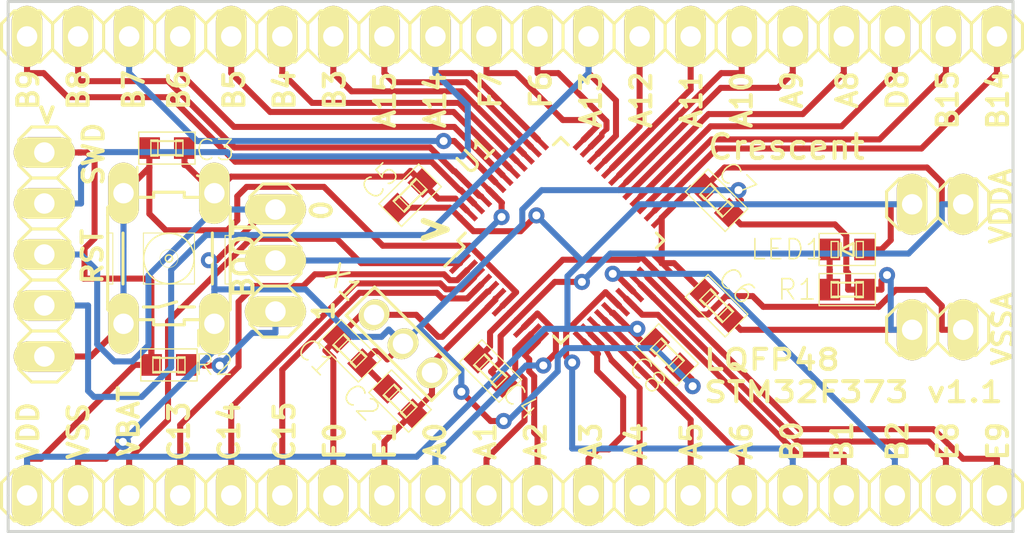
<source format=kicad_pcb>
(kicad_pcb (version 20171130) (host pcbnew "(5.1.12)-1")

  (general
    (thickness 1.6)
    (drawings 59)
    (tracks 589)
    (zones 0)
    (modules 20)
    (nets 47)
  )

  (page A4)
  (title_block
    (title "STM32F373 LQFP48 -> DIP")
    (date 2016-11-05)
    (rev v1.1)
    (company Crescent)
  )

  (layers
    (0 F.Cu signal)
    (31 B.Cu signal)
    (32 B.Adhes user)
    (33 F.Adhes user hide)
    (34 B.Paste user)
    (35 F.Paste user)
    (36 B.SilkS user)
    (37 F.SilkS user)
    (38 B.Mask user)
    (39 F.Mask user)
    (40 Dwgs.User user)
    (41 Cmts.User user)
    (42 Eco1.User user)
    (43 Eco2.User user hide)
    (44 Edge.Cuts user)
    (45 Margin user)
    (46 B.CrtYd user)
    (47 F.CrtYd user)
    (48 B.Fab user)
    (49 F.Fab user)
  )

  (setup
    (last_trace_width 0.3)
    (trace_clearance 0.1524)
    (zone_clearance 0.508)
    (zone_45_only no)
    (trace_min 0.2)
    (via_size 0.8)
    (via_drill 0.4)
    (via_min_size 0.8)
    (via_min_drill 0.4)
    (uvia_size 0.3)
    (uvia_drill 0.1)
    (uvias_allowed no)
    (uvia_min_size 0.2)
    (uvia_min_drill 0.1)
    (edge_width 0.15)
    (segment_width 0.2)
    (pcb_text_width 0.3)
    (pcb_text_size 1.5 1.5)
    (mod_edge_width 0.15)
    (mod_text_size 1 1)
    (mod_text_width 0.15)
    (pad_size 1.4 1.6)
    (pad_drill 1.016)
    (pad_to_mask_clearance 0.2)
    (aux_axis_origin 122.25 140.8)
    (grid_origin 122.25 140.8)
    (visible_elements 7FFFFF7F)
    (pcbplotparams
      (layerselection 0x010f0_80000001)
      (usegerberextensions true)
      (usegerberattributes true)
      (usegerberadvancedattributes true)
      (creategerberjobfile true)
      (excludeedgelayer true)
      (linewidth 0.100000)
      (plotframeref false)
      (viasonmask false)
      (mode 1)
      (useauxorigin false)
      (hpglpennumber 1)
      (hpglpenspeed 20)
      (hpglpendiameter 15.000000)
      (psnegative false)
      (psa4output false)
      (plotreference true)
      (plotvalue true)
      (plotinvisibletext false)
      (padsonsilk false)
      (subtractmaskfromsilk false)
      (outputformat 1)
      (mirror false)
      (drillshape 0)
      (scaleselection 1)
      (outputdirectory "GERBER/"))
  )

  (net 0 "")
  (net 1 OSCI)
  (net 2 VSS)
  (net 3 OSCO)
  (net 4 NRST)
  (net 5 VDD)
  (net 6 VDDA)
  (net 7 PA14)
  (net 8 PA13)
  (net 9 "Net-(JP2-Pad1)")
  (net 10 BOOT)
  (net 11 VBAT)
  (net 12 PC13)
  (net 13 PC14)
  (net 14 PC15)
  (net 15 PA0)
  (net 16 PA1)
  (net 17 PA2)
  (net 18 PA3)
  (net 19 PA4)
  (net 20 PA5)
  (net 21 PA6)
  (net 22 PB0)
  (net 23 PB1)
  (net 24 PB2)
  (net 25 VSSA)
  (net 26 PB9)
  (net 27 PB8)
  (net 28 PB7)
  (net 29 PB6)
  (net 30 PB5)
  (net 31 PB4)
  (net 32 PB3)
  (net 33 PA15)
  (net 34 PA12)
  (net 35 PA11)
  (net 36 PA10)
  (net 37 PA9)
  (net 38 PA8)
  (net 39 PB15)
  (net 40 PB14)
  (net 41 "Net-(LED1-PadK)")
  (net 42 PE8)
  (net 43 PE9)
  (net 44 PF7)
  (net 45 PF6)
  (net 46 PD8)

  (net_class Default "これは標準のネット クラスです。"
    (clearance 0.1524)
    (trace_width 0.3)
    (via_dia 0.8)
    (via_drill 0.4)
    (uvia_dia 0.3)
    (uvia_drill 0.1)
    (add_net BOOT)
    (add_net NRST)
    (add_net "Net-(JP2-Pad1)")
    (add_net "Net-(LED1-PadK)")
    (add_net OSCI)
    (add_net OSCO)
    (add_net PA0)
    (add_net PA1)
    (add_net PA10)
    (add_net PA11)
    (add_net PA12)
    (add_net PA13)
    (add_net PA14)
    (add_net PA15)
    (add_net PA2)
    (add_net PA3)
    (add_net PA4)
    (add_net PA5)
    (add_net PA6)
    (add_net PA8)
    (add_net PA9)
    (add_net PB0)
    (add_net PB1)
    (add_net PB14)
    (add_net PB15)
    (add_net PB2)
    (add_net PB3)
    (add_net PB4)
    (add_net PB5)
    (add_net PB6)
    (add_net PB7)
    (add_net PB8)
    (add_net PB9)
    (add_net PC13)
    (add_net PC14)
    (add_net PC15)
    (add_net PD8)
    (add_net PE8)
    (add_net PE9)
    (add_net PF6)
    (add_net PF7)
    (add_net VBAT)
    (add_net VSS)
    (add_net VSSA)
  )

  (net_class POW ""
    (clearance 0.1524)
    (trace_width 0.3)
    (via_dia 0.8)
    (via_drill 0.4)
    (uvia_dia 0.3)
    (uvia_drill 0.1)
    (add_net VDD)
    (add_net VDDA)
  )

  (module pin-head:pinhead-1X03 (layer F.Cu) (tedit 57FE5736) (tstamp 57F7A826)
    (at 142.25 131.8 315)
    (descr "PIN HEADER")
    (tags "PIN HEADER")
    (path /57F79249)
    (attr virtual)
    (fp_text reference X1 (at -4.737615 -0.070711 315) (layer F.SilkS)
      (effects (font (size 1 1) (thickness 0.127)))
    )
    (fp_text value CRYSTAL_SMD (at 0 2.54 315) (layer F.SilkS) hide
      (effects (font (size 1.27 1.27) (thickness 0.1016)))
    )
    (fp_line (start -3.5 -1) (end 2.5 -1) (layer F.SilkS) (width 0.15))
    (fp_line (start 2.5 -1) (end 2.5 1) (layer F.SilkS) (width 0.15))
    (fp_line (start 2.5 1) (end -3.5 1) (layer F.SilkS) (width 0.15))
    (fp_line (start -3.5 1) (end -3.5 -1) (layer F.SilkS) (width 0.15))
    (fp_line (start -0.754 0.254) (end -0.246 0.254) (layer F.SilkS) (width 0.06604))
    (fp_line (start -0.246 0.254) (end -0.246 -0.254) (layer F.SilkS) (width 0.06604))
    (fp_line (start -0.754 -0.254) (end -0.246 -0.254) (layer F.SilkS) (width 0.06604))
    (fp_line (start -0.754 0.254) (end -0.754 -0.254) (layer F.SilkS) (width 0.06604))
    (fp_line (start -2.794 0.254) (end -2.286 0.254) (layer F.SilkS) (width 0.06604))
    (fp_line (start -2.286 0.254) (end -2.286 -0.254) (layer F.SilkS) (width 0.06604))
    (fp_line (start -2.794 -0.254) (end -2.286 -0.254) (layer F.SilkS) (width 0.06604))
    (fp_line (start -2.794 0.254) (end -2.794 -0.254) (layer F.SilkS) (width 0.06604))
    (fp_line (start 1.286 0.254) (end 1.794 0.254) (layer F.SilkS) (width 0.06604))
    (fp_line (start 1.794 0.254) (end 1.794 -0.254) (layer F.SilkS) (width 0.06604))
    (fp_line (start 1.286 -0.254) (end 1.794 -0.254) (layer F.SilkS) (width 0.06604))
    (fp_line (start 1.286 0.254) (end 1.286 -0.254) (layer F.SilkS) (width 0.06604))
    (pad 1 thru_hole oval (at -2.54 0 135) (size 1.4 1.6) (drill 1.016) (layers *.Cu *.Paste *.Mask F.SilkS)
      (net 1 OSCI))
    (pad 3 thru_hole oval (at -0.5 0 135) (size 1.4 1.6) (drill 1.016) (layers *.Cu *.Paste *.Mask F.SilkS)
      (net 2 VSS))
    (pad 2 thru_hole oval (at 1.54 0 135) (size 1.4 1.6) (drill 1.016) (layers *.Cu *.Paste *.Mask F.SilkS)
      (net 3 OSCO))
  )

  (module pin-head:pinhead-1X20 (layer F.Cu) (tedit 57FE5725) (tstamp 57F7A7B3)
    (at 147.32 139)
    (descr "PIN HEADER")
    (tags "PIN HEADER")
    (path /57F66BA2)
    (attr virtual)
    (fp_text reference JP4 (at -22.3012 -2.4638) (layer F.SilkS) hide
      (effects (font (size 1.27 1.27) (thickness 0.127)))
    )
    (fp_text value PINHD-1X20 (at -21.59 2.54) (layer F.SilkS) hide
      (effects (font (size 1.27 1.27) (thickness 0.1016)))
    )
    (fp_line (start 21.336 0.254) (end 21.844 0.254) (layer F.SilkS) (width 0.06604))
    (fp_line (start 21.844 0.254) (end 21.844 -0.254) (layer F.SilkS) (width 0.06604))
    (fp_line (start 21.336 -0.254) (end 21.844 -0.254) (layer F.SilkS) (width 0.06604))
    (fp_line (start 21.336 0.254) (end 21.336 -0.254) (layer F.SilkS) (width 0.06604))
    (fp_line (start 18.796 0.254) (end 19.304 0.254) (layer F.SilkS) (width 0.06604))
    (fp_line (start 19.304 0.254) (end 19.304 -0.254) (layer F.SilkS) (width 0.06604))
    (fp_line (start 18.796 -0.254) (end 19.304 -0.254) (layer F.SilkS) (width 0.06604))
    (fp_line (start 18.796 0.254) (end 18.796 -0.254) (layer F.SilkS) (width 0.06604))
    (fp_line (start 16.256 0.254) (end 16.764 0.254) (layer F.SilkS) (width 0.06604))
    (fp_line (start 16.764 0.254) (end 16.764 -0.254) (layer F.SilkS) (width 0.06604))
    (fp_line (start 16.256 -0.254) (end 16.764 -0.254) (layer F.SilkS) (width 0.06604))
    (fp_line (start 16.256 0.254) (end 16.256 -0.254) (layer F.SilkS) (width 0.06604))
    (fp_line (start 13.716 0.254) (end 14.224 0.254) (layer F.SilkS) (width 0.06604))
    (fp_line (start 14.224 0.254) (end 14.224 -0.254) (layer F.SilkS) (width 0.06604))
    (fp_line (start 13.716 -0.254) (end 14.224 -0.254) (layer F.SilkS) (width 0.06604))
    (fp_line (start 13.716 0.254) (end 13.716 -0.254) (layer F.SilkS) (width 0.06604))
    (fp_line (start 11.176 0.254) (end 11.684 0.254) (layer F.SilkS) (width 0.06604))
    (fp_line (start 11.684 0.254) (end 11.684 -0.254) (layer F.SilkS) (width 0.06604))
    (fp_line (start 11.176 -0.254) (end 11.684 -0.254) (layer F.SilkS) (width 0.06604))
    (fp_line (start 11.176 0.254) (end 11.176 -0.254) (layer F.SilkS) (width 0.06604))
    (fp_line (start 8.636 0.254) (end 9.144 0.254) (layer F.SilkS) (width 0.06604))
    (fp_line (start 9.144 0.254) (end 9.144 -0.254) (layer F.SilkS) (width 0.06604))
    (fp_line (start 8.636 -0.254) (end 9.144 -0.254) (layer F.SilkS) (width 0.06604))
    (fp_line (start 8.636 0.254) (end 8.636 -0.254) (layer F.SilkS) (width 0.06604))
    (fp_line (start 6.096 0.254) (end 6.604 0.254) (layer F.SilkS) (width 0.06604))
    (fp_line (start 6.604 0.254) (end 6.604 -0.254) (layer F.SilkS) (width 0.06604))
    (fp_line (start 6.096 -0.254) (end 6.604 -0.254) (layer F.SilkS) (width 0.06604))
    (fp_line (start 6.096 0.254) (end 6.096 -0.254) (layer F.SilkS) (width 0.06604))
    (fp_line (start 3.556 0.254) (end 4.064 0.254) (layer F.SilkS) (width 0.06604))
    (fp_line (start 4.064 0.254) (end 4.064 -0.254) (layer F.SilkS) (width 0.06604))
    (fp_line (start 3.556 -0.254) (end 4.064 -0.254) (layer F.SilkS) (width 0.06604))
    (fp_line (start 3.556 0.254) (end 3.556 -0.254) (layer F.SilkS) (width 0.06604))
    (fp_line (start 1.016 0.254) (end 1.524 0.254) (layer F.SilkS) (width 0.06604))
    (fp_line (start 1.524 0.254) (end 1.524 -0.254) (layer F.SilkS) (width 0.06604))
    (fp_line (start 1.016 -0.254) (end 1.524 -0.254) (layer F.SilkS) (width 0.06604))
    (fp_line (start 1.016 0.254) (end 1.016 -0.254) (layer F.SilkS) (width 0.06604))
    (fp_line (start -1.524 0.254) (end -1.016 0.254) (layer F.SilkS) (width 0.06604))
    (fp_line (start -1.016 0.254) (end -1.016 -0.254) (layer F.SilkS) (width 0.06604))
    (fp_line (start -1.524 -0.254) (end -1.016 -0.254) (layer F.SilkS) (width 0.06604))
    (fp_line (start -1.524 0.254) (end -1.524 -0.254) (layer F.SilkS) (width 0.06604))
    (fp_line (start -4.064 0.254) (end -3.556 0.254) (layer F.SilkS) (width 0.06604))
    (fp_line (start -3.556 0.254) (end -3.556 -0.254) (layer F.SilkS) (width 0.06604))
    (fp_line (start -4.064 -0.254) (end -3.556 -0.254) (layer F.SilkS) (width 0.06604))
    (fp_line (start -4.064 0.254) (end -4.064 -0.254) (layer F.SilkS) (width 0.06604))
    (fp_line (start -6.604 0.254) (end -6.096 0.254) (layer F.SilkS) (width 0.06604))
    (fp_line (start -6.096 0.254) (end -6.096 -0.254) (layer F.SilkS) (width 0.06604))
    (fp_line (start -6.604 -0.254) (end -6.096 -0.254) (layer F.SilkS) (width 0.06604))
    (fp_line (start -6.604 0.254) (end -6.604 -0.254) (layer F.SilkS) (width 0.06604))
    (fp_line (start -9.144 0.254) (end -8.636 0.254) (layer F.SilkS) (width 0.06604))
    (fp_line (start -8.636 0.254) (end -8.636 -0.254) (layer F.SilkS) (width 0.06604))
    (fp_line (start -9.144 -0.254) (end -8.636 -0.254) (layer F.SilkS) (width 0.06604))
    (fp_line (start -9.144 0.254) (end -9.144 -0.254) (layer F.SilkS) (width 0.06604))
    (fp_line (start -11.684 0.254) (end -11.176 0.254) (layer F.SilkS) (width 0.06604))
    (fp_line (start -11.176 0.254) (end -11.176 -0.254) (layer F.SilkS) (width 0.06604))
    (fp_line (start -11.684 -0.254) (end -11.176 -0.254) (layer F.SilkS) (width 0.06604))
    (fp_line (start -11.684 0.254) (end -11.684 -0.254) (layer F.SilkS) (width 0.06604))
    (fp_line (start -14.224 0.254) (end -13.716 0.254) (layer F.SilkS) (width 0.06604))
    (fp_line (start -13.716 0.254) (end -13.716 -0.254) (layer F.SilkS) (width 0.06604))
    (fp_line (start -14.224 -0.254) (end -13.716 -0.254) (layer F.SilkS) (width 0.06604))
    (fp_line (start -14.224 0.254) (end -14.224 -0.254) (layer F.SilkS) (width 0.06604))
    (fp_line (start -16.764 0.254) (end -16.256 0.254) (layer F.SilkS) (width 0.06604))
    (fp_line (start -16.256 0.254) (end -16.256 -0.254) (layer F.SilkS) (width 0.06604))
    (fp_line (start -16.764 -0.254) (end -16.256 -0.254) (layer F.SilkS) (width 0.06604))
    (fp_line (start -16.764 0.254) (end -16.764 -0.254) (layer F.SilkS) (width 0.06604))
    (fp_line (start -19.304 0.254) (end -18.796 0.254) (layer F.SilkS) (width 0.06604))
    (fp_line (start -18.796 0.254) (end -18.796 -0.254) (layer F.SilkS) (width 0.06604))
    (fp_line (start -19.304 -0.254) (end -18.796 -0.254) (layer F.SilkS) (width 0.06604))
    (fp_line (start -19.304 0.254) (end -19.304 -0.254) (layer F.SilkS) (width 0.06604))
    (fp_line (start -21.844 0.254) (end -21.336 0.254) (layer F.SilkS) (width 0.06604))
    (fp_line (start -21.336 0.254) (end -21.336 -0.254) (layer F.SilkS) (width 0.06604))
    (fp_line (start -21.844 -0.254) (end -21.336 -0.254) (layer F.SilkS) (width 0.06604))
    (fp_line (start -21.844 0.254) (end -21.844 -0.254) (layer F.SilkS) (width 0.06604))
    (fp_line (start -24.384 0.254) (end -23.876 0.254) (layer F.SilkS) (width 0.06604))
    (fp_line (start -23.876 0.254) (end -23.876 -0.254) (layer F.SilkS) (width 0.06604))
    (fp_line (start -24.384 -0.254) (end -23.876 -0.254) (layer F.SilkS) (width 0.06604))
    (fp_line (start -24.384 0.254) (end -24.384 -0.254) (layer F.SilkS) (width 0.06604))
    (fp_line (start 23.876 0.254) (end 24.384 0.254) (layer F.SilkS) (width 0.06604))
    (fp_line (start 24.384 0.254) (end 24.384 -0.254) (layer F.SilkS) (width 0.06604))
    (fp_line (start 23.876 -0.254) (end 24.384 -0.254) (layer F.SilkS) (width 0.06604))
    (fp_line (start 23.876 0.254) (end 23.876 -0.254) (layer F.SilkS) (width 0.06604))
    (fp_line (start 20.955 -1.27) (end 22.225 -1.27) (layer F.SilkS) (width 0.1524))
    (fp_line (start 22.225 -1.27) (end 22.86 -0.635) (layer F.SilkS) (width 0.1524))
    (fp_line (start 22.86 -0.635) (end 22.86 0.635) (layer F.SilkS) (width 0.1524))
    (fp_line (start 22.86 0.635) (end 22.225 1.27) (layer F.SilkS) (width 0.1524))
    (fp_line (start 17.78 -0.635) (end 18.415 -1.27) (layer F.SilkS) (width 0.1524))
    (fp_line (start 18.415 -1.27) (end 19.685 -1.27) (layer F.SilkS) (width 0.1524))
    (fp_line (start 19.685 -1.27) (end 20.32 -0.635) (layer F.SilkS) (width 0.1524))
    (fp_line (start 20.32 -0.635) (end 20.32 0.635) (layer F.SilkS) (width 0.1524))
    (fp_line (start 20.32 0.635) (end 19.685 1.27) (layer F.SilkS) (width 0.1524))
    (fp_line (start 19.685 1.27) (end 18.415 1.27) (layer F.SilkS) (width 0.1524))
    (fp_line (start 18.415 1.27) (end 17.78 0.635) (layer F.SilkS) (width 0.1524))
    (fp_line (start 20.955 -1.27) (end 20.32 -0.635) (layer F.SilkS) (width 0.1524))
    (fp_line (start 20.32 0.635) (end 20.955 1.27) (layer F.SilkS) (width 0.1524))
    (fp_line (start 22.225 1.27) (end 20.955 1.27) (layer F.SilkS) (width 0.1524))
    (fp_line (start 13.335 -1.27) (end 14.605 -1.27) (layer F.SilkS) (width 0.1524))
    (fp_line (start 14.605 -1.27) (end 15.24 -0.635) (layer F.SilkS) (width 0.1524))
    (fp_line (start 15.24 -0.635) (end 15.24 0.635) (layer F.SilkS) (width 0.1524))
    (fp_line (start 15.24 0.635) (end 14.605 1.27) (layer F.SilkS) (width 0.1524))
    (fp_line (start 15.24 -0.635) (end 15.875 -1.27) (layer F.SilkS) (width 0.1524))
    (fp_line (start 15.875 -1.27) (end 17.145 -1.27) (layer F.SilkS) (width 0.1524))
    (fp_line (start 17.145 -1.27) (end 17.78 -0.635) (layer F.SilkS) (width 0.1524))
    (fp_line (start 17.78 -0.635) (end 17.78 0.635) (layer F.SilkS) (width 0.1524))
    (fp_line (start 17.78 0.635) (end 17.145 1.27) (layer F.SilkS) (width 0.1524))
    (fp_line (start 17.145 1.27) (end 15.875 1.27) (layer F.SilkS) (width 0.1524))
    (fp_line (start 15.875 1.27) (end 15.24 0.635) (layer F.SilkS) (width 0.1524))
    (fp_line (start 10.16 -0.635) (end 10.795 -1.27) (layer F.SilkS) (width 0.1524))
    (fp_line (start 10.795 -1.27) (end 12.065 -1.27) (layer F.SilkS) (width 0.1524))
    (fp_line (start 12.065 -1.27) (end 12.7 -0.635) (layer F.SilkS) (width 0.1524))
    (fp_line (start 12.7 -0.635) (end 12.7 0.635) (layer F.SilkS) (width 0.1524))
    (fp_line (start 12.7 0.635) (end 12.065 1.27) (layer F.SilkS) (width 0.1524))
    (fp_line (start 12.065 1.27) (end 10.795 1.27) (layer F.SilkS) (width 0.1524))
    (fp_line (start 10.795 1.27) (end 10.16 0.635) (layer F.SilkS) (width 0.1524))
    (fp_line (start 13.335 -1.27) (end 12.7 -0.635) (layer F.SilkS) (width 0.1524))
    (fp_line (start 12.7 0.635) (end 13.335 1.27) (layer F.SilkS) (width 0.1524))
    (fp_line (start 14.605 1.27) (end 13.335 1.27) (layer F.SilkS) (width 0.1524))
    (fp_line (start 5.715 -1.27) (end 6.985 -1.27) (layer F.SilkS) (width 0.1524))
    (fp_line (start 6.985 -1.27) (end 7.62 -0.635) (layer F.SilkS) (width 0.1524))
    (fp_line (start 7.62 -0.635) (end 7.62 0.635) (layer F.SilkS) (width 0.1524))
    (fp_line (start 7.62 0.635) (end 6.985 1.27) (layer F.SilkS) (width 0.1524))
    (fp_line (start 7.62 -0.635) (end 8.255 -1.27) (layer F.SilkS) (width 0.1524))
    (fp_line (start 8.255 -1.27) (end 9.525 -1.27) (layer F.SilkS) (width 0.1524))
    (fp_line (start 9.525 -1.27) (end 10.16 -0.635) (layer F.SilkS) (width 0.1524))
    (fp_line (start 10.16 -0.635) (end 10.16 0.635) (layer F.SilkS) (width 0.1524))
    (fp_line (start 10.16 0.635) (end 9.525 1.27) (layer F.SilkS) (width 0.1524))
    (fp_line (start 9.525 1.27) (end 8.255 1.27) (layer F.SilkS) (width 0.1524))
    (fp_line (start 8.255 1.27) (end 7.62 0.635) (layer F.SilkS) (width 0.1524))
    (fp_line (start 2.54 -0.635) (end 3.175 -1.27) (layer F.SilkS) (width 0.1524))
    (fp_line (start 3.175 -1.27) (end 4.445 -1.27) (layer F.SilkS) (width 0.1524))
    (fp_line (start 4.445 -1.27) (end 5.08 -0.635) (layer F.SilkS) (width 0.1524))
    (fp_line (start 5.08 -0.635) (end 5.08 0.635) (layer F.SilkS) (width 0.1524))
    (fp_line (start 5.08 0.635) (end 4.445 1.27) (layer F.SilkS) (width 0.1524))
    (fp_line (start 4.445 1.27) (end 3.175 1.27) (layer F.SilkS) (width 0.1524))
    (fp_line (start 3.175 1.27) (end 2.54 0.635) (layer F.SilkS) (width 0.1524))
    (fp_line (start 5.715 -1.27) (end 5.08 -0.635) (layer F.SilkS) (width 0.1524))
    (fp_line (start 5.08 0.635) (end 5.715 1.27) (layer F.SilkS) (width 0.1524))
    (fp_line (start 6.985 1.27) (end 5.715 1.27) (layer F.SilkS) (width 0.1524))
    (fp_line (start -1.905 -1.27) (end -0.635 -1.27) (layer F.SilkS) (width 0.1524))
    (fp_line (start -0.635 -1.27) (end 0 -0.635) (layer F.SilkS) (width 0.1524))
    (fp_line (start 0 -0.635) (end 0 0.635) (layer F.SilkS) (width 0.1524))
    (fp_line (start 0 0.635) (end -0.635 1.27) (layer F.SilkS) (width 0.1524))
    (fp_line (start 0 -0.635) (end 0.635 -1.27) (layer F.SilkS) (width 0.1524))
    (fp_line (start 0.635 -1.27) (end 1.905 -1.27) (layer F.SilkS) (width 0.1524))
    (fp_line (start 1.905 -1.27) (end 2.54 -0.635) (layer F.SilkS) (width 0.1524))
    (fp_line (start 2.54 -0.635) (end 2.54 0.635) (layer F.SilkS) (width 0.1524))
    (fp_line (start 2.54 0.635) (end 1.905 1.27) (layer F.SilkS) (width 0.1524))
    (fp_line (start 1.905 1.27) (end 0.635 1.27) (layer F.SilkS) (width 0.1524))
    (fp_line (start 0.635 1.27) (end 0 0.635) (layer F.SilkS) (width 0.1524))
    (fp_line (start -5.08 -0.635) (end -4.445 -1.27) (layer F.SilkS) (width 0.1524))
    (fp_line (start -4.445 -1.27) (end -3.175 -1.27) (layer F.SilkS) (width 0.1524))
    (fp_line (start -3.175 -1.27) (end -2.54 -0.635) (layer F.SilkS) (width 0.1524))
    (fp_line (start -2.54 -0.635) (end -2.54 0.635) (layer F.SilkS) (width 0.1524))
    (fp_line (start -2.54 0.635) (end -3.175 1.27) (layer F.SilkS) (width 0.1524))
    (fp_line (start -3.175 1.27) (end -4.445 1.27) (layer F.SilkS) (width 0.1524))
    (fp_line (start -4.445 1.27) (end -5.08 0.635) (layer F.SilkS) (width 0.1524))
    (fp_line (start -1.905 -1.27) (end -2.54 -0.635) (layer F.SilkS) (width 0.1524))
    (fp_line (start -2.54 0.635) (end -1.905 1.27) (layer F.SilkS) (width 0.1524))
    (fp_line (start -0.635 1.27) (end -1.905 1.27) (layer F.SilkS) (width 0.1524))
    (fp_line (start -9.525 -1.27) (end -8.255 -1.27) (layer F.SilkS) (width 0.1524))
    (fp_line (start -8.255 -1.27) (end -7.62 -0.635) (layer F.SilkS) (width 0.1524))
    (fp_line (start -7.62 -0.635) (end -7.62 0.635) (layer F.SilkS) (width 0.1524))
    (fp_line (start -7.62 0.635) (end -8.255 1.27) (layer F.SilkS) (width 0.1524))
    (fp_line (start -7.62 -0.635) (end -6.985 -1.27) (layer F.SilkS) (width 0.1524))
    (fp_line (start -6.985 -1.27) (end -5.715 -1.27) (layer F.SilkS) (width 0.1524))
    (fp_line (start -5.715 -1.27) (end -5.08 -0.635) (layer F.SilkS) (width 0.1524))
    (fp_line (start -5.08 -0.635) (end -5.08 0.635) (layer F.SilkS) (width 0.1524))
    (fp_line (start -5.08 0.635) (end -5.715 1.27) (layer F.SilkS) (width 0.1524))
    (fp_line (start -5.715 1.27) (end -6.985 1.27) (layer F.SilkS) (width 0.1524))
    (fp_line (start -6.985 1.27) (end -7.62 0.635) (layer F.SilkS) (width 0.1524))
    (fp_line (start -12.7 -0.635) (end -12.065 -1.27) (layer F.SilkS) (width 0.1524))
    (fp_line (start -12.065 -1.27) (end -10.795 -1.27) (layer F.SilkS) (width 0.1524))
    (fp_line (start -10.795 -1.27) (end -10.16 -0.635) (layer F.SilkS) (width 0.1524))
    (fp_line (start -10.16 -0.635) (end -10.16 0.635) (layer F.SilkS) (width 0.1524))
    (fp_line (start -10.16 0.635) (end -10.795 1.27) (layer F.SilkS) (width 0.1524))
    (fp_line (start -10.795 1.27) (end -12.065 1.27) (layer F.SilkS) (width 0.1524))
    (fp_line (start -12.065 1.27) (end -12.7 0.635) (layer F.SilkS) (width 0.1524))
    (fp_line (start -9.525 -1.27) (end -10.16 -0.635) (layer F.SilkS) (width 0.1524))
    (fp_line (start -10.16 0.635) (end -9.525 1.27) (layer F.SilkS) (width 0.1524))
    (fp_line (start -8.255 1.27) (end -9.525 1.27) (layer F.SilkS) (width 0.1524))
    (fp_line (start -17.145 -1.27) (end -15.875 -1.27) (layer F.SilkS) (width 0.1524))
    (fp_line (start -15.875 -1.27) (end -15.24 -0.635) (layer F.SilkS) (width 0.1524))
    (fp_line (start -15.24 -0.635) (end -15.24 0.635) (layer F.SilkS) (width 0.1524))
    (fp_line (start -15.24 0.635) (end -15.875 1.27) (layer F.SilkS) (width 0.1524))
    (fp_line (start -15.24 -0.635) (end -14.605 -1.27) (layer F.SilkS) (width 0.1524))
    (fp_line (start -14.605 -1.27) (end -13.335 -1.27) (layer F.SilkS) (width 0.1524))
    (fp_line (start -13.335 -1.27) (end -12.7 -0.635) (layer F.SilkS) (width 0.1524))
    (fp_line (start -12.7 -0.635) (end -12.7 0.635) (layer F.SilkS) (width 0.1524))
    (fp_line (start -12.7 0.635) (end -13.335 1.27) (layer F.SilkS) (width 0.1524))
    (fp_line (start -13.335 1.27) (end -14.605 1.27) (layer F.SilkS) (width 0.1524))
    (fp_line (start -14.605 1.27) (end -15.24 0.635) (layer F.SilkS) (width 0.1524))
    (fp_line (start -20.32 -0.635) (end -19.685 -1.27) (layer F.SilkS) (width 0.1524))
    (fp_line (start -19.685 -1.27) (end -18.415 -1.27) (layer F.SilkS) (width 0.1524))
    (fp_line (start -18.415 -1.27) (end -17.78 -0.635) (layer F.SilkS) (width 0.1524))
    (fp_line (start -17.78 -0.635) (end -17.78 0.635) (layer F.SilkS) (width 0.1524))
    (fp_line (start -17.78 0.635) (end -18.415 1.27) (layer F.SilkS) (width 0.1524))
    (fp_line (start -18.415 1.27) (end -19.685 1.27) (layer F.SilkS) (width 0.1524))
    (fp_line (start -19.685 1.27) (end -20.32 0.635) (layer F.SilkS) (width 0.1524))
    (fp_line (start -17.145 -1.27) (end -17.78 -0.635) (layer F.SilkS) (width 0.1524))
    (fp_line (start -17.78 0.635) (end -17.145 1.27) (layer F.SilkS) (width 0.1524))
    (fp_line (start -15.875 1.27) (end -17.145 1.27) (layer F.SilkS) (width 0.1524))
    (fp_line (start -24.765 -1.27) (end -23.495 -1.27) (layer F.SilkS) (width 0.1524))
    (fp_line (start -23.495 -1.27) (end -22.86 -0.635) (layer F.SilkS) (width 0.1524))
    (fp_line (start -22.86 -0.635) (end -22.86 0.635) (layer F.SilkS) (width 0.1524))
    (fp_line (start -22.86 0.635) (end -23.495 1.27) (layer F.SilkS) (width 0.1524))
    (fp_line (start -22.86 -0.635) (end -22.225 -1.27) (layer F.SilkS) (width 0.1524))
    (fp_line (start -22.225 -1.27) (end -20.955 -1.27) (layer F.SilkS) (width 0.1524))
    (fp_line (start -20.955 -1.27) (end -20.32 -0.635) (layer F.SilkS) (width 0.1524))
    (fp_line (start -20.32 -0.635) (end -20.32 0.635) (layer F.SilkS) (width 0.1524))
    (fp_line (start -20.32 0.635) (end -20.955 1.27) (layer F.SilkS) (width 0.1524))
    (fp_line (start -20.955 1.27) (end -22.225 1.27) (layer F.SilkS) (width 0.1524))
    (fp_line (start -22.225 1.27) (end -22.86 0.635) (layer F.SilkS) (width 0.1524))
    (fp_line (start -25.4 -0.635) (end -25.4 0.635) (layer F.SilkS) (width 0.1524))
    (fp_line (start -24.765 -1.27) (end -25.4 -0.635) (layer F.SilkS) (width 0.1524))
    (fp_line (start -25.4 0.635) (end -24.765 1.27) (layer F.SilkS) (width 0.1524))
    (fp_line (start -23.495 1.27) (end -24.765 1.27) (layer F.SilkS) (width 0.1524))
    (fp_line (start 23.495 -1.27) (end 24.765 -1.27) (layer F.SilkS) (width 0.1524))
    (fp_line (start 24.765 -1.27) (end 25.4 -0.635) (layer F.SilkS) (width 0.1524))
    (fp_line (start 25.4 -0.635) (end 25.4 0.635) (layer F.SilkS) (width 0.1524))
    (fp_line (start 25.4 0.635) (end 24.765 1.27) (layer F.SilkS) (width 0.1524))
    (fp_line (start 23.495 -1.27) (end 22.86 -0.635) (layer F.SilkS) (width 0.1524))
    (fp_line (start 22.86 0.635) (end 23.495 1.27) (layer F.SilkS) (width 0.1524))
    (fp_line (start 24.765 1.27) (end 23.495 1.27) (layer F.SilkS) (width 0.1524))
    (pad 1 thru_hole oval (at -24.13 0 180) (size 1.524 3.048) (drill 1.016) (layers *.Cu *.Paste *.Mask F.SilkS)
      (net 5 VDD))
    (pad 2 thru_hole oval (at -21.59 0 180) (size 1.524 3.048) (drill 1.016) (layers *.Cu *.Paste *.Mask F.SilkS)
      (net 2 VSS))
    (pad 3 thru_hole oval (at -19.05 0 180) (size 1.524 3.048) (drill 1.016) (layers *.Cu *.Paste *.Mask F.SilkS)
      (net 11 VBAT))
    (pad 4 thru_hole oval (at -16.51 0 180) (size 1.524 3.048) (drill 1.016) (layers *.Cu *.Paste *.Mask F.SilkS)
      (net 12 PC13))
    (pad 5 thru_hole oval (at -13.97 0 180) (size 1.524 3.048) (drill 1.016) (layers *.Cu *.Paste *.Mask F.SilkS)
      (net 13 PC14))
    (pad 6 thru_hole oval (at -11.43 0 180) (size 1.524 3.048) (drill 1.016) (layers *.Cu *.Paste *.Mask F.SilkS)
      (net 14 PC15))
    (pad 7 thru_hole oval (at -8.89 0 180) (size 1.524 3.048) (drill 1.016) (layers *.Cu *.Paste *.Mask F.SilkS)
      (net 1 OSCI))
    (pad 8 thru_hole oval (at -6.35 0 180) (size 1.524 3.048) (drill 1.016) (layers *.Cu *.Paste *.Mask F.SilkS)
      (net 3 OSCO))
    (pad 9 thru_hole oval (at -3.81 0 180) (size 1.524 3.048) (drill 1.016) (layers *.Cu *.Paste *.Mask F.SilkS)
      (net 15 PA0))
    (pad 10 thru_hole oval (at -1.27 0 180) (size 1.524 3.048) (drill 1.016) (layers *.Cu *.Paste *.Mask F.SilkS)
      (net 16 PA1))
    (pad 11 thru_hole oval (at 1.27 0 180) (size 1.524 3.048) (drill 1.016) (layers *.Cu *.Paste *.Mask F.SilkS)
      (net 17 PA2))
    (pad 12 thru_hole oval (at 3.81 0 180) (size 1.524 3.048) (drill 1.016) (layers *.Cu *.Paste *.Mask F.SilkS)
      (net 18 PA3))
    (pad 13 thru_hole oval (at 6.35 0 180) (size 1.524 3.048) (drill 1.016) (layers *.Cu *.Paste *.Mask F.SilkS)
      (net 19 PA4))
    (pad 14 thru_hole oval (at 8.89 0 180) (size 1.524 3.048) (drill 1.016) (layers *.Cu *.Paste *.Mask F.SilkS)
      (net 20 PA5))
    (pad 15 thru_hole oval (at 11.43 0 180) (size 1.524 3.048) (drill 1.016) (layers *.Cu *.Paste *.Mask F.SilkS)
      (net 21 PA6))
    (pad 16 thru_hole oval (at 13.97 0 180) (size 1.524 3.048) (drill 1.016) (layers *.Cu *.Paste *.Mask F.SilkS)
      (net 22 PB0))
    (pad 17 thru_hole oval (at 16.51 0 180) (size 1.524 3.048) (drill 1.016) (layers *.Cu *.Paste *.Mask F.SilkS)
      (net 23 PB1))
    (pad 18 thru_hole oval (at 19.05 0 180) (size 1.524 3.048) (drill 1.016) (layers *.Cu *.Paste *.Mask F.SilkS)
      (net 24 PB2))
    (pad 19 thru_hole oval (at 21.59 0 180) (size 1.524 3.048) (drill 1.016) (layers *.Cu *.Paste *.Mask F.SilkS)
      (net 42 PE8))
    (pad 20 thru_hole oval (at 24.13 0 180) (size 1.524 3.048) (drill 1.016) (layers *.Cu *.Paste *.Mask F.SilkS)
      (net 43 PE9))
  )

  (module pin-head:pinhead-1X20 (layer F.Cu) (tedit 57FE567C) (tstamp 57F7A7D1)
    (at 147.32 116.14)
    (descr "PIN HEADER")
    (tags "PIN HEADER")
    (path /57F66C63)
    (attr virtual)
    (fp_text reference JP6 (at -22.3012 -2.4638) (layer F.SilkS) hide
      (effects (font (size 1.27 1.27) (thickness 0.127)))
    )
    (fp_text value PINHD-1X20 (at -21.59 2.54) (layer F.SilkS) hide
      (effects (font (size 1.27 1.27) (thickness 0.1016)))
    )
    (fp_line (start 21.336 0.254) (end 21.844 0.254) (layer F.SilkS) (width 0.06604))
    (fp_line (start 21.844 0.254) (end 21.844 -0.254) (layer F.SilkS) (width 0.06604))
    (fp_line (start 21.336 -0.254) (end 21.844 -0.254) (layer F.SilkS) (width 0.06604))
    (fp_line (start 21.336 0.254) (end 21.336 -0.254) (layer F.SilkS) (width 0.06604))
    (fp_line (start 18.796 0.254) (end 19.304 0.254) (layer F.SilkS) (width 0.06604))
    (fp_line (start 19.304 0.254) (end 19.304 -0.254) (layer F.SilkS) (width 0.06604))
    (fp_line (start 18.796 -0.254) (end 19.304 -0.254) (layer F.SilkS) (width 0.06604))
    (fp_line (start 18.796 0.254) (end 18.796 -0.254) (layer F.SilkS) (width 0.06604))
    (fp_line (start 16.256 0.254) (end 16.764 0.254) (layer F.SilkS) (width 0.06604))
    (fp_line (start 16.764 0.254) (end 16.764 -0.254) (layer F.SilkS) (width 0.06604))
    (fp_line (start 16.256 -0.254) (end 16.764 -0.254) (layer F.SilkS) (width 0.06604))
    (fp_line (start 16.256 0.254) (end 16.256 -0.254) (layer F.SilkS) (width 0.06604))
    (fp_line (start 13.716 0.254) (end 14.224 0.254) (layer F.SilkS) (width 0.06604))
    (fp_line (start 14.224 0.254) (end 14.224 -0.254) (layer F.SilkS) (width 0.06604))
    (fp_line (start 13.716 -0.254) (end 14.224 -0.254) (layer F.SilkS) (width 0.06604))
    (fp_line (start 13.716 0.254) (end 13.716 -0.254) (layer F.SilkS) (width 0.06604))
    (fp_line (start 11.176 0.254) (end 11.684 0.254) (layer F.SilkS) (width 0.06604))
    (fp_line (start 11.684 0.254) (end 11.684 -0.254) (layer F.SilkS) (width 0.06604))
    (fp_line (start 11.176 -0.254) (end 11.684 -0.254) (layer F.SilkS) (width 0.06604))
    (fp_line (start 11.176 0.254) (end 11.176 -0.254) (layer F.SilkS) (width 0.06604))
    (fp_line (start 8.636 0.254) (end 9.144 0.254) (layer F.SilkS) (width 0.06604))
    (fp_line (start 9.144 0.254) (end 9.144 -0.254) (layer F.SilkS) (width 0.06604))
    (fp_line (start 8.636 -0.254) (end 9.144 -0.254) (layer F.SilkS) (width 0.06604))
    (fp_line (start 8.636 0.254) (end 8.636 -0.254) (layer F.SilkS) (width 0.06604))
    (fp_line (start 6.096 0.254) (end 6.604 0.254) (layer F.SilkS) (width 0.06604))
    (fp_line (start 6.604 0.254) (end 6.604 -0.254) (layer F.SilkS) (width 0.06604))
    (fp_line (start 6.096 -0.254) (end 6.604 -0.254) (layer F.SilkS) (width 0.06604))
    (fp_line (start 6.096 0.254) (end 6.096 -0.254) (layer F.SilkS) (width 0.06604))
    (fp_line (start 3.556 0.254) (end 4.064 0.254) (layer F.SilkS) (width 0.06604))
    (fp_line (start 4.064 0.254) (end 4.064 -0.254) (layer F.SilkS) (width 0.06604))
    (fp_line (start 3.556 -0.254) (end 4.064 -0.254) (layer F.SilkS) (width 0.06604))
    (fp_line (start 3.556 0.254) (end 3.556 -0.254) (layer F.SilkS) (width 0.06604))
    (fp_line (start 1.016 0.254) (end 1.524 0.254) (layer F.SilkS) (width 0.06604))
    (fp_line (start 1.524 0.254) (end 1.524 -0.254) (layer F.SilkS) (width 0.06604))
    (fp_line (start 1.016 -0.254) (end 1.524 -0.254) (layer F.SilkS) (width 0.06604))
    (fp_line (start 1.016 0.254) (end 1.016 -0.254) (layer F.SilkS) (width 0.06604))
    (fp_line (start -1.524 0.254) (end -1.016 0.254) (layer F.SilkS) (width 0.06604))
    (fp_line (start -1.016 0.254) (end -1.016 -0.254) (layer F.SilkS) (width 0.06604))
    (fp_line (start -1.524 -0.254) (end -1.016 -0.254) (layer F.SilkS) (width 0.06604))
    (fp_line (start -1.524 0.254) (end -1.524 -0.254) (layer F.SilkS) (width 0.06604))
    (fp_line (start -4.064 0.254) (end -3.556 0.254) (layer F.SilkS) (width 0.06604))
    (fp_line (start -3.556 0.254) (end -3.556 -0.254) (layer F.SilkS) (width 0.06604))
    (fp_line (start -4.064 -0.254) (end -3.556 -0.254) (layer F.SilkS) (width 0.06604))
    (fp_line (start -4.064 0.254) (end -4.064 -0.254) (layer F.SilkS) (width 0.06604))
    (fp_line (start -6.604 0.254) (end -6.096 0.254) (layer F.SilkS) (width 0.06604))
    (fp_line (start -6.096 0.254) (end -6.096 -0.254) (layer F.SilkS) (width 0.06604))
    (fp_line (start -6.604 -0.254) (end -6.096 -0.254) (layer F.SilkS) (width 0.06604))
    (fp_line (start -6.604 0.254) (end -6.604 -0.254) (layer F.SilkS) (width 0.06604))
    (fp_line (start -9.144 0.254) (end -8.636 0.254) (layer F.SilkS) (width 0.06604))
    (fp_line (start -8.636 0.254) (end -8.636 -0.254) (layer F.SilkS) (width 0.06604))
    (fp_line (start -9.144 -0.254) (end -8.636 -0.254) (layer F.SilkS) (width 0.06604))
    (fp_line (start -9.144 0.254) (end -9.144 -0.254) (layer F.SilkS) (width 0.06604))
    (fp_line (start -11.684 0.254) (end -11.176 0.254) (layer F.SilkS) (width 0.06604))
    (fp_line (start -11.176 0.254) (end -11.176 -0.254) (layer F.SilkS) (width 0.06604))
    (fp_line (start -11.684 -0.254) (end -11.176 -0.254) (layer F.SilkS) (width 0.06604))
    (fp_line (start -11.684 0.254) (end -11.684 -0.254) (layer F.SilkS) (width 0.06604))
    (fp_line (start -14.224 0.254) (end -13.716 0.254) (layer F.SilkS) (width 0.06604))
    (fp_line (start -13.716 0.254) (end -13.716 -0.254) (layer F.SilkS) (width 0.06604))
    (fp_line (start -14.224 -0.254) (end -13.716 -0.254) (layer F.SilkS) (width 0.06604))
    (fp_line (start -14.224 0.254) (end -14.224 -0.254) (layer F.SilkS) (width 0.06604))
    (fp_line (start -16.764 0.254) (end -16.256 0.254) (layer F.SilkS) (width 0.06604))
    (fp_line (start -16.256 0.254) (end -16.256 -0.254) (layer F.SilkS) (width 0.06604))
    (fp_line (start -16.764 -0.254) (end -16.256 -0.254) (layer F.SilkS) (width 0.06604))
    (fp_line (start -16.764 0.254) (end -16.764 -0.254) (layer F.SilkS) (width 0.06604))
    (fp_line (start -19.304 0.254) (end -18.796 0.254) (layer F.SilkS) (width 0.06604))
    (fp_line (start -18.796 0.254) (end -18.796 -0.254) (layer F.SilkS) (width 0.06604))
    (fp_line (start -19.304 -0.254) (end -18.796 -0.254) (layer F.SilkS) (width 0.06604))
    (fp_line (start -19.304 0.254) (end -19.304 -0.254) (layer F.SilkS) (width 0.06604))
    (fp_line (start -21.844 0.254) (end -21.336 0.254) (layer F.SilkS) (width 0.06604))
    (fp_line (start -21.336 0.254) (end -21.336 -0.254) (layer F.SilkS) (width 0.06604))
    (fp_line (start -21.844 -0.254) (end -21.336 -0.254) (layer F.SilkS) (width 0.06604))
    (fp_line (start -21.844 0.254) (end -21.844 -0.254) (layer F.SilkS) (width 0.06604))
    (fp_line (start -24.384 0.254) (end -23.876 0.254) (layer F.SilkS) (width 0.06604))
    (fp_line (start -23.876 0.254) (end -23.876 -0.254) (layer F.SilkS) (width 0.06604))
    (fp_line (start -24.384 -0.254) (end -23.876 -0.254) (layer F.SilkS) (width 0.06604))
    (fp_line (start -24.384 0.254) (end -24.384 -0.254) (layer F.SilkS) (width 0.06604))
    (fp_line (start 23.876 0.254) (end 24.384 0.254) (layer F.SilkS) (width 0.06604))
    (fp_line (start 24.384 0.254) (end 24.384 -0.254) (layer F.SilkS) (width 0.06604))
    (fp_line (start 23.876 -0.254) (end 24.384 -0.254) (layer F.SilkS) (width 0.06604))
    (fp_line (start 23.876 0.254) (end 23.876 -0.254) (layer F.SilkS) (width 0.06604))
    (fp_line (start 20.955 -1.27) (end 22.225 -1.27) (layer F.SilkS) (width 0.1524))
    (fp_line (start 22.225 -1.27) (end 22.86 -0.635) (layer F.SilkS) (width 0.1524))
    (fp_line (start 22.86 -0.635) (end 22.86 0.635) (layer F.SilkS) (width 0.1524))
    (fp_line (start 22.86 0.635) (end 22.225 1.27) (layer F.SilkS) (width 0.1524))
    (fp_line (start 17.78 -0.635) (end 18.415 -1.27) (layer F.SilkS) (width 0.1524))
    (fp_line (start 18.415 -1.27) (end 19.685 -1.27) (layer F.SilkS) (width 0.1524))
    (fp_line (start 19.685 -1.27) (end 20.32 -0.635) (layer F.SilkS) (width 0.1524))
    (fp_line (start 20.32 -0.635) (end 20.32 0.635) (layer F.SilkS) (width 0.1524))
    (fp_line (start 20.32 0.635) (end 19.685 1.27) (layer F.SilkS) (width 0.1524))
    (fp_line (start 19.685 1.27) (end 18.415 1.27) (layer F.SilkS) (width 0.1524))
    (fp_line (start 18.415 1.27) (end 17.78 0.635) (layer F.SilkS) (width 0.1524))
    (fp_line (start 20.955 -1.27) (end 20.32 -0.635) (layer F.SilkS) (width 0.1524))
    (fp_line (start 20.32 0.635) (end 20.955 1.27) (layer F.SilkS) (width 0.1524))
    (fp_line (start 22.225 1.27) (end 20.955 1.27) (layer F.SilkS) (width 0.1524))
    (fp_line (start 13.335 -1.27) (end 14.605 -1.27) (layer F.SilkS) (width 0.1524))
    (fp_line (start 14.605 -1.27) (end 15.24 -0.635) (layer F.SilkS) (width 0.1524))
    (fp_line (start 15.24 -0.635) (end 15.24 0.635) (layer F.SilkS) (width 0.1524))
    (fp_line (start 15.24 0.635) (end 14.605 1.27) (layer F.SilkS) (width 0.1524))
    (fp_line (start 15.24 -0.635) (end 15.875 -1.27) (layer F.SilkS) (width 0.1524))
    (fp_line (start 15.875 -1.27) (end 17.145 -1.27) (layer F.SilkS) (width 0.1524))
    (fp_line (start 17.145 -1.27) (end 17.78 -0.635) (layer F.SilkS) (width 0.1524))
    (fp_line (start 17.78 -0.635) (end 17.78 0.635) (layer F.SilkS) (width 0.1524))
    (fp_line (start 17.78 0.635) (end 17.145 1.27) (layer F.SilkS) (width 0.1524))
    (fp_line (start 17.145 1.27) (end 15.875 1.27) (layer F.SilkS) (width 0.1524))
    (fp_line (start 15.875 1.27) (end 15.24 0.635) (layer F.SilkS) (width 0.1524))
    (fp_line (start 10.16 -0.635) (end 10.795 -1.27) (layer F.SilkS) (width 0.1524))
    (fp_line (start 10.795 -1.27) (end 12.065 -1.27) (layer F.SilkS) (width 0.1524))
    (fp_line (start 12.065 -1.27) (end 12.7 -0.635) (layer F.SilkS) (width 0.1524))
    (fp_line (start 12.7 -0.635) (end 12.7 0.635) (layer F.SilkS) (width 0.1524))
    (fp_line (start 12.7 0.635) (end 12.065 1.27) (layer F.SilkS) (width 0.1524))
    (fp_line (start 12.065 1.27) (end 10.795 1.27) (layer F.SilkS) (width 0.1524))
    (fp_line (start 10.795 1.27) (end 10.16 0.635) (layer F.SilkS) (width 0.1524))
    (fp_line (start 13.335 -1.27) (end 12.7 -0.635) (layer F.SilkS) (width 0.1524))
    (fp_line (start 12.7 0.635) (end 13.335 1.27) (layer F.SilkS) (width 0.1524))
    (fp_line (start 14.605 1.27) (end 13.335 1.27) (layer F.SilkS) (width 0.1524))
    (fp_line (start 5.715 -1.27) (end 6.985 -1.27) (layer F.SilkS) (width 0.1524))
    (fp_line (start 6.985 -1.27) (end 7.62 -0.635) (layer F.SilkS) (width 0.1524))
    (fp_line (start 7.62 -0.635) (end 7.62 0.635) (layer F.SilkS) (width 0.1524))
    (fp_line (start 7.62 0.635) (end 6.985 1.27) (layer F.SilkS) (width 0.1524))
    (fp_line (start 7.62 -0.635) (end 8.255 -1.27) (layer F.SilkS) (width 0.1524))
    (fp_line (start 8.255 -1.27) (end 9.525 -1.27) (layer F.SilkS) (width 0.1524))
    (fp_line (start 9.525 -1.27) (end 10.16 -0.635) (layer F.SilkS) (width 0.1524))
    (fp_line (start 10.16 -0.635) (end 10.16 0.635) (layer F.SilkS) (width 0.1524))
    (fp_line (start 10.16 0.635) (end 9.525 1.27) (layer F.SilkS) (width 0.1524))
    (fp_line (start 9.525 1.27) (end 8.255 1.27) (layer F.SilkS) (width 0.1524))
    (fp_line (start 8.255 1.27) (end 7.62 0.635) (layer F.SilkS) (width 0.1524))
    (fp_line (start 2.54 -0.635) (end 3.175 -1.27) (layer F.SilkS) (width 0.1524))
    (fp_line (start 3.175 -1.27) (end 4.445 -1.27) (layer F.SilkS) (width 0.1524))
    (fp_line (start 4.445 -1.27) (end 5.08 -0.635) (layer F.SilkS) (width 0.1524))
    (fp_line (start 5.08 -0.635) (end 5.08 0.635) (layer F.SilkS) (width 0.1524))
    (fp_line (start 5.08 0.635) (end 4.445 1.27) (layer F.SilkS) (width 0.1524))
    (fp_line (start 4.445 1.27) (end 3.175 1.27) (layer F.SilkS) (width 0.1524))
    (fp_line (start 3.175 1.27) (end 2.54 0.635) (layer F.SilkS) (width 0.1524))
    (fp_line (start 5.715 -1.27) (end 5.08 -0.635) (layer F.SilkS) (width 0.1524))
    (fp_line (start 5.08 0.635) (end 5.715 1.27) (layer F.SilkS) (width 0.1524))
    (fp_line (start 6.985 1.27) (end 5.715 1.27) (layer F.SilkS) (width 0.1524))
    (fp_line (start -1.905 -1.27) (end -0.635 -1.27) (layer F.SilkS) (width 0.1524))
    (fp_line (start -0.635 -1.27) (end 0 -0.635) (layer F.SilkS) (width 0.1524))
    (fp_line (start 0 -0.635) (end 0 0.635) (layer F.SilkS) (width 0.1524))
    (fp_line (start 0 0.635) (end -0.635 1.27) (layer F.SilkS) (width 0.1524))
    (fp_line (start 0 -0.635) (end 0.635 -1.27) (layer F.SilkS) (width 0.1524))
    (fp_line (start 0.635 -1.27) (end 1.905 -1.27) (layer F.SilkS) (width 0.1524))
    (fp_line (start 1.905 -1.27) (end 2.54 -0.635) (layer F.SilkS) (width 0.1524))
    (fp_line (start 2.54 -0.635) (end 2.54 0.635) (layer F.SilkS) (width 0.1524))
    (fp_line (start 2.54 0.635) (end 1.905 1.27) (layer F.SilkS) (width 0.1524))
    (fp_line (start 1.905 1.27) (end 0.635 1.27) (layer F.SilkS) (width 0.1524))
    (fp_line (start 0.635 1.27) (end 0 0.635) (layer F.SilkS) (width 0.1524))
    (fp_line (start -5.08 -0.635) (end -4.445 -1.27) (layer F.SilkS) (width 0.1524))
    (fp_line (start -4.445 -1.27) (end -3.175 -1.27) (layer F.SilkS) (width 0.1524))
    (fp_line (start -3.175 -1.27) (end -2.54 -0.635) (layer F.SilkS) (width 0.1524))
    (fp_line (start -2.54 -0.635) (end -2.54 0.635) (layer F.SilkS) (width 0.1524))
    (fp_line (start -2.54 0.635) (end -3.175 1.27) (layer F.SilkS) (width 0.1524))
    (fp_line (start -3.175 1.27) (end -4.445 1.27) (layer F.SilkS) (width 0.1524))
    (fp_line (start -4.445 1.27) (end -5.08 0.635) (layer F.SilkS) (width 0.1524))
    (fp_line (start -1.905 -1.27) (end -2.54 -0.635) (layer F.SilkS) (width 0.1524))
    (fp_line (start -2.54 0.635) (end -1.905 1.27) (layer F.SilkS) (width 0.1524))
    (fp_line (start -0.635 1.27) (end -1.905 1.27) (layer F.SilkS) (width 0.1524))
    (fp_line (start -9.525 -1.27) (end -8.255 -1.27) (layer F.SilkS) (width 0.1524))
    (fp_line (start -8.255 -1.27) (end -7.62 -0.635) (layer F.SilkS) (width 0.1524))
    (fp_line (start -7.62 -0.635) (end -7.62 0.635) (layer F.SilkS) (width 0.1524))
    (fp_line (start -7.62 0.635) (end -8.255 1.27) (layer F.SilkS) (width 0.1524))
    (fp_line (start -7.62 -0.635) (end -6.985 -1.27) (layer F.SilkS) (width 0.1524))
    (fp_line (start -6.985 -1.27) (end -5.715 -1.27) (layer F.SilkS) (width 0.1524))
    (fp_line (start -5.715 -1.27) (end -5.08 -0.635) (layer F.SilkS) (width 0.1524))
    (fp_line (start -5.08 -0.635) (end -5.08 0.635) (layer F.SilkS) (width 0.1524))
    (fp_line (start -5.08 0.635) (end -5.715 1.27) (layer F.SilkS) (width 0.1524))
    (fp_line (start -5.715 1.27) (end -6.985 1.27) (layer F.SilkS) (width 0.1524))
    (fp_line (start -6.985 1.27) (end -7.62 0.635) (layer F.SilkS) (width 0.1524))
    (fp_line (start -12.7 -0.635) (end -12.065 -1.27) (layer F.SilkS) (width 0.1524))
    (fp_line (start -12.065 -1.27) (end -10.795 -1.27) (layer F.SilkS) (width 0.1524))
    (fp_line (start -10.795 -1.27) (end -10.16 -0.635) (layer F.SilkS) (width 0.1524))
    (fp_line (start -10.16 -0.635) (end -10.16 0.635) (layer F.SilkS) (width 0.1524))
    (fp_line (start -10.16 0.635) (end -10.795 1.27) (layer F.SilkS) (width 0.1524))
    (fp_line (start -10.795 1.27) (end -12.065 1.27) (layer F.SilkS) (width 0.1524))
    (fp_line (start -12.065 1.27) (end -12.7 0.635) (layer F.SilkS) (width 0.1524))
    (fp_line (start -9.525 -1.27) (end -10.16 -0.635) (layer F.SilkS) (width 0.1524))
    (fp_line (start -10.16 0.635) (end -9.525 1.27) (layer F.SilkS) (width 0.1524))
    (fp_line (start -8.255 1.27) (end -9.525 1.27) (layer F.SilkS) (width 0.1524))
    (fp_line (start -17.145 -1.27) (end -15.875 -1.27) (layer F.SilkS) (width 0.1524))
    (fp_line (start -15.875 -1.27) (end -15.24 -0.635) (layer F.SilkS) (width 0.1524))
    (fp_line (start -15.24 -0.635) (end -15.24 0.635) (layer F.SilkS) (width 0.1524))
    (fp_line (start -15.24 0.635) (end -15.875 1.27) (layer F.SilkS) (width 0.1524))
    (fp_line (start -15.24 -0.635) (end -14.605 -1.27) (layer F.SilkS) (width 0.1524))
    (fp_line (start -14.605 -1.27) (end -13.335 -1.27) (layer F.SilkS) (width 0.1524))
    (fp_line (start -13.335 -1.27) (end -12.7 -0.635) (layer F.SilkS) (width 0.1524))
    (fp_line (start -12.7 -0.635) (end -12.7 0.635) (layer F.SilkS) (width 0.1524))
    (fp_line (start -12.7 0.635) (end -13.335 1.27) (layer F.SilkS) (width 0.1524))
    (fp_line (start -13.335 1.27) (end -14.605 1.27) (layer F.SilkS) (width 0.1524))
    (fp_line (start -14.605 1.27) (end -15.24 0.635) (layer F.SilkS) (width 0.1524))
    (fp_line (start -20.32 -0.635) (end -19.685 -1.27) (layer F.SilkS) (width 0.1524))
    (fp_line (start -19.685 -1.27) (end -18.415 -1.27) (layer F.SilkS) (width 0.1524))
    (fp_line (start -18.415 -1.27) (end -17.78 -0.635) (layer F.SilkS) (width 0.1524))
    (fp_line (start -17.78 -0.635) (end -17.78 0.635) (layer F.SilkS) (width 0.1524))
    (fp_line (start -17.78 0.635) (end -18.415 1.27) (layer F.SilkS) (width 0.1524))
    (fp_line (start -18.415 1.27) (end -19.685 1.27) (layer F.SilkS) (width 0.1524))
    (fp_line (start -19.685 1.27) (end -20.32 0.635) (layer F.SilkS) (width 0.1524))
    (fp_line (start -17.145 -1.27) (end -17.78 -0.635) (layer F.SilkS) (width 0.1524))
    (fp_line (start -17.78 0.635) (end -17.145 1.27) (layer F.SilkS) (width 0.1524))
    (fp_line (start -15.875 1.27) (end -17.145 1.27) (layer F.SilkS) (width 0.1524))
    (fp_line (start -24.765 -1.27) (end -23.495 -1.27) (layer F.SilkS) (width 0.1524))
    (fp_line (start -23.495 -1.27) (end -22.86 -0.635) (layer F.SilkS) (width 0.1524))
    (fp_line (start -22.86 -0.635) (end -22.86 0.635) (layer F.SilkS) (width 0.1524))
    (fp_line (start -22.86 0.635) (end -23.495 1.27) (layer F.SilkS) (width 0.1524))
    (fp_line (start -22.86 -0.635) (end -22.225 -1.27) (layer F.SilkS) (width 0.1524))
    (fp_line (start -22.225 -1.27) (end -20.955 -1.27) (layer F.SilkS) (width 0.1524))
    (fp_line (start -20.955 -1.27) (end -20.32 -0.635) (layer F.SilkS) (width 0.1524))
    (fp_line (start -20.32 -0.635) (end -20.32 0.635) (layer F.SilkS) (width 0.1524))
    (fp_line (start -20.32 0.635) (end -20.955 1.27) (layer F.SilkS) (width 0.1524))
    (fp_line (start -20.955 1.27) (end -22.225 1.27) (layer F.SilkS) (width 0.1524))
    (fp_line (start -22.225 1.27) (end -22.86 0.635) (layer F.SilkS) (width 0.1524))
    (fp_line (start -25.4 -0.635) (end -25.4 0.635) (layer F.SilkS) (width 0.1524))
    (fp_line (start -24.765 -1.27) (end -25.4 -0.635) (layer F.SilkS) (width 0.1524))
    (fp_line (start -25.4 0.635) (end -24.765 1.27) (layer F.SilkS) (width 0.1524))
    (fp_line (start -23.495 1.27) (end -24.765 1.27) (layer F.SilkS) (width 0.1524))
    (fp_line (start 23.495 -1.27) (end 24.765 -1.27) (layer F.SilkS) (width 0.1524))
    (fp_line (start 24.765 -1.27) (end 25.4 -0.635) (layer F.SilkS) (width 0.1524))
    (fp_line (start 25.4 -0.635) (end 25.4 0.635) (layer F.SilkS) (width 0.1524))
    (fp_line (start 25.4 0.635) (end 24.765 1.27) (layer F.SilkS) (width 0.1524))
    (fp_line (start 23.495 -1.27) (end 22.86 -0.635) (layer F.SilkS) (width 0.1524))
    (fp_line (start 22.86 0.635) (end 23.495 1.27) (layer F.SilkS) (width 0.1524))
    (fp_line (start 24.765 1.27) (end 23.495 1.27) (layer F.SilkS) (width 0.1524))
    (pad 1 thru_hole oval (at -24.13 0 180) (size 1.524 3.048) (drill 1.016) (layers *.Cu *.Paste *.Mask F.SilkS)
      (net 26 PB9))
    (pad 2 thru_hole oval (at -21.59 0 180) (size 1.524 3.048) (drill 1.016) (layers *.Cu *.Paste *.Mask F.SilkS)
      (net 27 PB8))
    (pad 3 thru_hole oval (at -19.05 0 180) (size 1.524 3.048) (drill 1.016) (layers *.Cu *.Paste *.Mask F.SilkS)
      (net 28 PB7))
    (pad 4 thru_hole oval (at -16.51 0 180) (size 1.524 3.048) (drill 1.016) (layers *.Cu *.Paste *.Mask F.SilkS)
      (net 29 PB6))
    (pad 5 thru_hole oval (at -13.97 0 180) (size 1.524 3.048) (drill 1.016) (layers *.Cu *.Paste *.Mask F.SilkS)
      (net 30 PB5))
    (pad 6 thru_hole oval (at -11.43 0 180) (size 1.524 3.048) (drill 1.016) (layers *.Cu *.Paste *.Mask F.SilkS)
      (net 31 PB4))
    (pad 7 thru_hole oval (at -8.89 0 180) (size 1.524 3.048) (drill 1.016) (layers *.Cu *.Paste *.Mask F.SilkS)
      (net 32 PB3))
    (pad 8 thru_hole oval (at -6.35 0 180) (size 1.524 3.048) (drill 1.016) (layers *.Cu *.Paste *.Mask F.SilkS)
      (net 33 PA15))
    (pad 9 thru_hole oval (at -3.81 0 180) (size 1.524 3.048) (drill 1.016) (layers *.Cu *.Paste *.Mask F.SilkS)
      (net 7 PA14))
    (pad 10 thru_hole oval (at -1.27 0 180) (size 1.524 3.048) (drill 1.016) (layers *.Cu *.Paste *.Mask F.SilkS)
      (net 44 PF7))
    (pad 11 thru_hole oval (at 1.27 0 180) (size 1.524 3.048) (drill 1.016) (layers *.Cu *.Paste *.Mask F.SilkS)
      (net 45 PF6))
    (pad 12 thru_hole oval (at 3.81 0 180) (size 1.524 3.048) (drill 1.016) (layers *.Cu *.Paste *.Mask F.SilkS)
      (net 8 PA13))
    (pad 13 thru_hole oval (at 6.35 0 180) (size 1.524 3.048) (drill 1.016) (layers *.Cu *.Paste *.Mask F.SilkS)
      (net 34 PA12))
    (pad 14 thru_hole oval (at 8.89 0 180) (size 1.524 3.048) (drill 1.016) (layers *.Cu *.Paste *.Mask F.SilkS)
      (net 35 PA11))
    (pad 15 thru_hole oval (at 11.43 0 180) (size 1.524 3.048) (drill 1.016) (layers *.Cu *.Paste *.Mask F.SilkS)
      (net 36 PA10))
    (pad 16 thru_hole oval (at 13.97 0 180) (size 1.524 3.048) (drill 1.016) (layers *.Cu *.Paste *.Mask F.SilkS)
      (net 37 PA9))
    (pad 17 thru_hole oval (at 16.51 0 180) (size 1.524 3.048) (drill 1.016) (layers *.Cu *.Paste *.Mask F.SilkS)
      (net 38 PA8))
    (pad 18 thru_hole oval (at 19.05 0 180) (size 1.524 3.048) (drill 1.016) (layers *.Cu *.Paste *.Mask F.SilkS)
      (net 46 PD8))
    (pad 19 thru_hole oval (at 21.59 0 180) (size 1.524 3.048) (drill 1.016) (layers *.Cu *.Paste *.Mask F.SilkS)
      (net 39 PB15))
    (pad 20 thru_hole oval (at 24.13 0 180) (size 1.524 3.048) (drill 1.016) (layers *.Cu *.Paste *.Mask F.SilkS)
      (net 40 PB14))
  )

  (module generic:generic-LED1608 (layer F.Cu) (tedit 57F7AF45) (tstamp 57F7A7D7)
    (at 164 126.75 180)
    (descr "1608M 0603")
    (tags "1608M 0603")
    (path /57F7C444)
    (attr smd)
    (fp_text reference LED1 (at 3 0 180) (layer F.SilkS)
      (effects (font (size 1 1) (thickness 0.0762)))
    )
    (fp_text value LED1608 (at 2.2479 1.19126 180) (layer B.SilkS) hide
      (effects (font (size 1.016 1.016) (thickness 0.0762)) (justify mirror))
    )
    (fp_line (start -0.79756 0.39878) (end -0.44958 0.39878) (layer F.SilkS) (width 0.06604))
    (fp_line (start -0.44958 0.39878) (end -0.44958 -0.39878) (layer F.SilkS) (width 0.06604))
    (fp_line (start -0.79756 -0.39878) (end -0.44958 -0.39878) (layer F.SilkS) (width 0.06604))
    (fp_line (start -0.79756 0.39878) (end -0.79756 -0.39878) (layer F.SilkS) (width 0.06604))
    (fp_line (start 0.44958 0.39878) (end 0.79756 0.39878) (layer F.SilkS) (width 0.06604))
    (fp_line (start 0.79756 0.39878) (end 0.79756 -0.39878) (layer F.SilkS) (width 0.06604))
    (fp_line (start 0.44958 -0.39878) (end 0.79756 -0.39878) (layer F.SilkS) (width 0.06604))
    (fp_line (start 0.44958 0.39878) (end 0.44958 -0.39878) (layer F.SilkS) (width 0.06604))
    (fp_line (start -1.39954 0.79756) (end 1.39954 0.79756) (layer F.SilkS) (width 0.06604))
    (fp_line (start 1.39954 0.79756) (end 1.39954 -0.79756) (layer F.SilkS) (width 0.06604))
    (fp_line (start -1.39954 -0.79756) (end 1.39954 -0.79756) (layer F.SilkS) (width 0.06604))
    (fp_line (start -1.39954 0.79756) (end -1.39954 -0.79756) (layer F.SilkS) (width 0.06604))
    (fp_line (start 0.3175 -0.3175) (end 0.3175 0.3175) (layer F.SilkS) (width 0.127))
    (fp_line (start 0.3175 0) (end -0.3175 -0.3175) (layer F.SilkS) (width 0.127))
    (fp_line (start -0.3175 -0.3175) (end -0.3175 0.3175) (layer F.SilkS) (width 0.127))
    (fp_line (start -0.3175 0.3175) (end 0.3175 0) (layer F.SilkS) (width 0.127))
    (pad A smd rect (at -0.87376 0 180) (size 1.04902 1.0795) (layers F.Cu F.Paste F.Mask)
      (net 5 VDD))
    (pad K smd rect (at 0.87376 0 180) (size 1.04902 1.0795) (layers F.Cu F.Paste F.Mask)
      (net 41 "Net-(LED1-PadK)"))
  )

  (module generic:generic-SMD1608 (layer F.Cu) (tedit 57F7CBF2) (tstamp 57F7A76C)
    (at 139.25 131.8 315)
    (descr "1608M 0603")
    (tags "1608M 0603")
    (path /57F7AA94)
    (attr smd)
    (fp_text reference C1 (at -0.989949 1.414214 315) (layer F.SilkS)
      (effects (font (size 1.016 1.016) (thickness 0.0762)))
    )
    (fp_text value CAPACITOR1608 (at 2.2479 1.14046 315) (layer B.SilkS) hide
      (effects (font (size 1.016 1.016) (thickness 0.0762)) (justify mirror))
    )
    (fp_line (start -0.79756 0.39878) (end -0.44958 0.39878) (layer F.SilkS) (width 0.06604))
    (fp_line (start -0.44958 0.39878) (end -0.44958 -0.39878) (layer F.SilkS) (width 0.06604))
    (fp_line (start -0.79756 -0.39878) (end -0.44958 -0.39878) (layer F.SilkS) (width 0.06604))
    (fp_line (start -0.79756 0.39878) (end -0.79756 -0.39878) (layer F.SilkS) (width 0.06604))
    (fp_line (start 0.44958 0.39878) (end 0.79756 0.39878) (layer F.SilkS) (width 0.06604))
    (fp_line (start 0.79756 0.39878) (end 0.79756 -0.39878) (layer F.SilkS) (width 0.06604))
    (fp_line (start 0.44958 -0.39878) (end 0.79756 -0.39878) (layer F.SilkS) (width 0.06604))
    (fp_line (start 0.44958 0.39878) (end 0.44958 -0.39878) (layer F.SilkS) (width 0.06604))
    (fp_line (start -1.39954 0.79756) (end 1.39954 0.79756) (layer F.SilkS) (width 0.06604))
    (fp_line (start 1.39954 0.79756) (end 1.39954 -0.79756) (layer F.SilkS) (width 0.06604))
    (fp_line (start -1.39954 -0.79756) (end 1.39954 -0.79756) (layer F.SilkS) (width 0.06604))
    (fp_line (start -1.39954 0.79756) (end -1.39954 -0.79756) (layer F.SilkS) (width 0.06604))
    (fp_line (start -0.7239 -0.34798) (end 0.7239 -0.34798) (layer F.SilkS) (width 0.1016))
    (fp_line (start 0.7239 0.34798) (end -0.7239 0.34798) (layer F.SilkS) (width 0.1016))
    (pad 1 smd rect (at -0.87376 0 315) (size 1.04902 1.0795) (layers F.Cu F.Paste F.Mask)
      (net 1 OSCI))
    (pad 2 smd rect (at 0.87376 0 315) (size 1.04902 1.0795) (layers F.Cu F.Paste F.Mask)
      (net 2 VSS))
  )

  (module generic:generic-SMD1608 (layer F.Cu) (tedit 57F7CBED) (tstamp 57F7A772)
    (at 141.75 134.3 135)
    (descr "1608M 0603")
    (tags "1608M 0603")
    (path /57F7AC68)
    (attr smd)
    (fp_text reference C2 (at 1.343503 -1.414214 135) (layer F.SilkS)
      (effects (font (size 1.016 1.016) (thickness 0.0762)))
    )
    (fp_text value CAPACITOR1608 (at 2.2479 1.14046 135) (layer B.SilkS) hide
      (effects (font (size 1.016 1.016) (thickness 0.0762)) (justify mirror))
    )
    (fp_line (start -0.79756 0.39878) (end -0.44958 0.39878) (layer F.SilkS) (width 0.06604))
    (fp_line (start -0.44958 0.39878) (end -0.44958 -0.39878) (layer F.SilkS) (width 0.06604))
    (fp_line (start -0.79756 -0.39878) (end -0.44958 -0.39878) (layer F.SilkS) (width 0.06604))
    (fp_line (start -0.79756 0.39878) (end -0.79756 -0.39878) (layer F.SilkS) (width 0.06604))
    (fp_line (start 0.44958 0.39878) (end 0.79756 0.39878) (layer F.SilkS) (width 0.06604))
    (fp_line (start 0.79756 0.39878) (end 0.79756 -0.39878) (layer F.SilkS) (width 0.06604))
    (fp_line (start 0.44958 -0.39878) (end 0.79756 -0.39878) (layer F.SilkS) (width 0.06604))
    (fp_line (start 0.44958 0.39878) (end 0.44958 -0.39878) (layer F.SilkS) (width 0.06604))
    (fp_line (start -1.39954 0.79756) (end 1.39954 0.79756) (layer F.SilkS) (width 0.06604))
    (fp_line (start 1.39954 0.79756) (end 1.39954 -0.79756) (layer F.SilkS) (width 0.06604))
    (fp_line (start -1.39954 -0.79756) (end 1.39954 -0.79756) (layer F.SilkS) (width 0.06604))
    (fp_line (start -1.39954 0.79756) (end -1.39954 -0.79756) (layer F.SilkS) (width 0.06604))
    (fp_line (start -0.7239 -0.34798) (end 0.7239 -0.34798) (layer F.SilkS) (width 0.1016))
    (fp_line (start 0.7239 0.34798) (end -0.7239 0.34798) (layer F.SilkS) (width 0.1016))
    (pad 1 smd rect (at -0.87376 0 135) (size 1.04902 1.0795) (layers F.Cu F.Paste F.Mask)
      (net 3 OSCO))
    (pad 2 smd rect (at 0.87376 0 135) (size 1.04902 1.0795) (layers F.Cu F.Paste F.Mask)
      (net 2 VSS))
  )

  (module generic:generic-SMD1608 (layer F.Cu) (tedit 57F7CB5E) (tstamp 57F7A778)
    (at 130.15 121.7)
    (descr "1608M 0603")
    (tags "1608M 0603")
    (path /57F6A563)
    (attr smd)
    (fp_text reference C3 (at 2.4 0.1) (layer F.SilkS)
      (effects (font (size 1.016 1.016) (thickness 0.0762)))
    )
    (fp_text value CAPACITOR1608 (at 2.2479 1.14046) (layer B.SilkS) hide
      (effects (font (size 1.016 1.016) (thickness 0.0762)) (justify mirror))
    )
    (fp_line (start -0.79756 0.39878) (end -0.44958 0.39878) (layer F.SilkS) (width 0.06604))
    (fp_line (start -0.44958 0.39878) (end -0.44958 -0.39878) (layer F.SilkS) (width 0.06604))
    (fp_line (start -0.79756 -0.39878) (end -0.44958 -0.39878) (layer F.SilkS) (width 0.06604))
    (fp_line (start -0.79756 0.39878) (end -0.79756 -0.39878) (layer F.SilkS) (width 0.06604))
    (fp_line (start 0.44958 0.39878) (end 0.79756 0.39878) (layer F.SilkS) (width 0.06604))
    (fp_line (start 0.79756 0.39878) (end 0.79756 -0.39878) (layer F.SilkS) (width 0.06604))
    (fp_line (start 0.44958 -0.39878) (end 0.79756 -0.39878) (layer F.SilkS) (width 0.06604))
    (fp_line (start 0.44958 0.39878) (end 0.44958 -0.39878) (layer F.SilkS) (width 0.06604))
    (fp_line (start -1.39954 0.79756) (end 1.39954 0.79756) (layer F.SilkS) (width 0.06604))
    (fp_line (start 1.39954 0.79756) (end 1.39954 -0.79756) (layer F.SilkS) (width 0.06604))
    (fp_line (start -1.39954 -0.79756) (end 1.39954 -0.79756) (layer F.SilkS) (width 0.06604))
    (fp_line (start -1.39954 0.79756) (end -1.39954 -0.79756) (layer F.SilkS) (width 0.06604))
    (fp_line (start -0.7239 -0.34798) (end 0.7239 -0.34798) (layer F.SilkS) (width 0.1016))
    (fp_line (start 0.7239 0.34798) (end -0.7239 0.34798) (layer F.SilkS) (width 0.1016))
    (pad 1 smd rect (at -0.87376 0) (size 1.04902 1.0795) (layers F.Cu F.Paste F.Mask)
      (net 4 NRST))
    (pad 2 smd rect (at 0.87376 0) (size 1.04902 1.0795) (layers F.Cu F.Paste F.Mask)
      (net 2 VSS))
  )

  (module generic:generic-SMD1608 (layer F.Cu) (tedit 57FD010B) (tstamp 57F7A77E)
    (at 146.25 132.8 135)
    (descr "1608M 0603")
    (tags "1608M 0603")
    (path /57FAB930)
    (attr smd)
    (fp_text reference C4 (at -2.12132 0 135) (layer F.SilkS)
      (effects (font (size 1.016 1.016) (thickness 0.0762)))
    )
    (fp_text value CAPACITOR1608 (at 2.2479 1.14046 135) (layer B.SilkS) hide
      (effects (font (size 1.016 1.016) (thickness 0.0762)) (justify mirror))
    )
    (fp_line (start -0.79756 0.39878) (end -0.44958 0.39878) (layer F.SilkS) (width 0.06604))
    (fp_line (start -0.44958 0.39878) (end -0.44958 -0.39878) (layer F.SilkS) (width 0.06604))
    (fp_line (start -0.79756 -0.39878) (end -0.44958 -0.39878) (layer F.SilkS) (width 0.06604))
    (fp_line (start -0.79756 0.39878) (end -0.79756 -0.39878) (layer F.SilkS) (width 0.06604))
    (fp_line (start 0.44958 0.39878) (end 0.79756 0.39878) (layer F.SilkS) (width 0.06604))
    (fp_line (start 0.79756 0.39878) (end 0.79756 -0.39878) (layer F.SilkS) (width 0.06604))
    (fp_line (start 0.44958 -0.39878) (end 0.79756 -0.39878) (layer F.SilkS) (width 0.06604))
    (fp_line (start 0.44958 0.39878) (end 0.44958 -0.39878) (layer F.SilkS) (width 0.06604))
    (fp_line (start -1.39954 0.79756) (end 1.39954 0.79756) (layer F.SilkS) (width 0.06604))
    (fp_line (start 1.39954 0.79756) (end 1.39954 -0.79756) (layer F.SilkS) (width 0.06604))
    (fp_line (start -1.39954 -0.79756) (end 1.39954 -0.79756) (layer F.SilkS) (width 0.06604))
    (fp_line (start -1.39954 0.79756) (end -1.39954 -0.79756) (layer F.SilkS) (width 0.06604))
    (fp_line (start -0.7239 -0.34798) (end 0.7239 -0.34798) (layer F.SilkS) (width 0.1016))
    (fp_line (start 0.7239 0.34798) (end -0.7239 0.34798) (layer F.SilkS) (width 0.1016))
    (pad 1 smd rect (at -0.87376 0 135) (size 1.04902 1.0795) (layers F.Cu F.Paste F.Mask)
      (net 6 VDDA))
    (pad 2 smd rect (at 0.87376 0 135) (size 1.04902 1.0795) (layers F.Cu F.Paste F.Mask)
      (net 25 VSSA))
  )

  (module generic:generic-SMD1608 (layer F.Cu) (tedit 57FBB9A4) (tstamp 57F7A784)
    (at 142.25 124.05 45)
    (descr "1608M 0603")
    (tags "1608M 0603")
    (path /57F68D89)
    (attr smd)
    (fp_text reference C5 (at -0.565685 -1.555635 45) (layer F.SilkS)
      (effects (font (size 1.016 1.016) (thickness 0.0762)))
    )
    (fp_text value CAPACITOR1608 (at 2.2479 1.14046 45) (layer B.SilkS) hide
      (effects (font (size 1.016 1.016) (thickness 0.0762)) (justify mirror))
    )
    (fp_line (start -0.79756 0.39878) (end -0.44958 0.39878) (layer F.SilkS) (width 0.06604))
    (fp_line (start -0.44958 0.39878) (end -0.44958 -0.39878) (layer F.SilkS) (width 0.06604))
    (fp_line (start -0.79756 -0.39878) (end -0.44958 -0.39878) (layer F.SilkS) (width 0.06604))
    (fp_line (start -0.79756 0.39878) (end -0.79756 -0.39878) (layer F.SilkS) (width 0.06604))
    (fp_line (start 0.44958 0.39878) (end 0.79756 0.39878) (layer F.SilkS) (width 0.06604))
    (fp_line (start 0.79756 0.39878) (end 0.79756 -0.39878) (layer F.SilkS) (width 0.06604))
    (fp_line (start 0.44958 -0.39878) (end 0.79756 -0.39878) (layer F.SilkS) (width 0.06604))
    (fp_line (start 0.44958 0.39878) (end 0.44958 -0.39878) (layer F.SilkS) (width 0.06604))
    (fp_line (start -1.39954 0.79756) (end 1.39954 0.79756) (layer F.SilkS) (width 0.06604))
    (fp_line (start 1.39954 0.79756) (end 1.39954 -0.79756) (layer F.SilkS) (width 0.06604))
    (fp_line (start -1.39954 -0.79756) (end 1.39954 -0.79756) (layer F.SilkS) (width 0.06604))
    (fp_line (start -1.39954 0.79756) (end -1.39954 -0.79756) (layer F.SilkS) (width 0.06604))
    (fp_line (start -0.7239 -0.34798) (end 0.7239 -0.34798) (layer F.SilkS) (width 0.1016))
    (fp_line (start 0.7239 0.34798) (end -0.7239 0.34798) (layer F.SilkS) (width 0.1016))
    (pad 1 smd rect (at -0.87376 0 45) (size 1.04902 1.0795) (layers F.Cu F.Paste F.Mask)
      (net 5 VDD))
    (pad 2 smd rect (at 0.87376 0 45) (size 1.04902 1.0795) (layers F.Cu F.Paste F.Mask)
      (net 2 VSS))
  )

  (module pin-head:pinhead-1X03 (layer F.Cu) (tedit 57FE5732) (tstamp 57F7A795)
    (at 135.55 127.3 90)
    (descr "PIN HEADER")
    (tags "PIN HEADER")
    (path /57F795AF)
    (attr virtual)
    (fp_text reference JP2 (at 5.5 0 90) (layer F.SilkS) hide
      (effects (font (size 1 1) (thickness 0.127)))
    )
    (fp_text value PINHD-1X3 (at 0 2.54 90) (layer F.SilkS) hide
      (effects (font (size 1.27 1.27) (thickness 0.1016)))
    )
    (fp_line (start -0.254 0.254) (end 0.254 0.254) (layer F.SilkS) (width 0.06604))
    (fp_line (start 0.254 0.254) (end 0.254 -0.254) (layer F.SilkS) (width 0.06604))
    (fp_line (start -0.254 -0.254) (end 0.254 -0.254) (layer F.SilkS) (width 0.06604))
    (fp_line (start -0.254 0.254) (end -0.254 -0.254) (layer F.SilkS) (width 0.06604))
    (fp_line (start -2.794 0.254) (end -2.286 0.254) (layer F.SilkS) (width 0.06604))
    (fp_line (start -2.286 0.254) (end -2.286 -0.254) (layer F.SilkS) (width 0.06604))
    (fp_line (start -2.794 -0.254) (end -2.286 -0.254) (layer F.SilkS) (width 0.06604))
    (fp_line (start -2.794 0.254) (end -2.794 -0.254) (layer F.SilkS) (width 0.06604))
    (fp_line (start 2.286 0.254) (end 2.794 0.254) (layer F.SilkS) (width 0.06604))
    (fp_line (start 2.794 0.254) (end 2.794 -0.254) (layer F.SilkS) (width 0.06604))
    (fp_line (start 2.286 -0.254) (end 2.794 -0.254) (layer F.SilkS) (width 0.06604))
    (fp_line (start 2.286 0.254) (end 2.286 -0.254) (layer F.SilkS) (width 0.06604))
    (fp_line (start -3.175 -1.27) (end -1.905 -1.27) (layer F.SilkS) (width 0.1524))
    (fp_line (start -1.905 -1.27) (end -1.27 -0.635) (layer F.SilkS) (width 0.1524))
    (fp_line (start -1.27 -0.635) (end -1.27 0.635) (layer F.SilkS) (width 0.1524))
    (fp_line (start -1.27 0.635) (end -1.905 1.27) (layer F.SilkS) (width 0.1524))
    (fp_line (start -1.27 -0.635) (end -0.635 -1.27) (layer F.SilkS) (width 0.1524))
    (fp_line (start -0.635 -1.27) (end 0.635 -1.27) (layer F.SilkS) (width 0.1524))
    (fp_line (start 0.635 -1.27) (end 1.27 -0.635) (layer F.SilkS) (width 0.1524))
    (fp_line (start 1.27 -0.635) (end 1.27 0.635) (layer F.SilkS) (width 0.1524))
    (fp_line (start 1.27 0.635) (end 0.635 1.27) (layer F.SilkS) (width 0.1524))
    (fp_line (start 0.635 1.27) (end -0.635 1.27) (layer F.SilkS) (width 0.1524))
    (fp_line (start -0.635 1.27) (end -1.27 0.635) (layer F.SilkS) (width 0.1524))
    (fp_line (start -3.81 -0.635) (end -3.81 0.635) (layer F.SilkS) (width 0.1524))
    (fp_line (start -3.175 -1.27) (end -3.81 -0.635) (layer F.SilkS) (width 0.1524))
    (fp_line (start -3.81 0.635) (end -3.175 1.27) (layer F.SilkS) (width 0.1524))
    (fp_line (start -1.905 1.27) (end -3.175 1.27) (layer F.SilkS) (width 0.1524))
    (fp_line (start 1.27 -0.635) (end 1.905 -1.27) (layer F.SilkS) (width 0.1524))
    (fp_line (start 1.905 -1.27) (end 3.175 -1.27) (layer F.SilkS) (width 0.1524))
    (fp_line (start 3.175 -1.27) (end 3.81 -0.635) (layer F.SilkS) (width 0.1524))
    (fp_line (start 3.81 -0.635) (end 3.81 0.635) (layer F.SilkS) (width 0.1524))
    (fp_line (start 3.81 0.635) (end 3.175 1.27) (layer F.SilkS) (width 0.1524))
    (fp_line (start 3.175 1.27) (end 1.905 1.27) (layer F.SilkS) (width 0.1524))
    (fp_line (start 1.905 1.27) (end 1.27 0.635) (layer F.SilkS) (width 0.1524))
    (pad 1 thru_hole oval (at -2.54 0 270) (size 1.524 3.048) (drill 1.016) (layers *.Cu *.Paste *.Mask F.SilkS)
      (net 9 "Net-(JP2-Pad1)"))
    (pad 2 thru_hole oval (at 0 0 270) (size 1.524 3.048) (drill 1.016) (layers *.Cu *.Paste *.Mask F.SilkS)
      (net 10 BOOT))
    (pad 3 thru_hole oval (at 2.54 0 270) (size 1.524 3.048) (drill 1.016) (layers *.Cu *.Paste *.Mask F.SilkS)
      (net 2 VSS))
  )

  (module pin-head:pinhead-1X02 (layer F.Cu) (tedit 57FE5686) (tstamp 57F7A79B)
    (at 168.5 124.5)
    (descr "PIN HEADER")
    (tags "PIN HEADER")
    (path /57F66D51)
    (attr virtual)
    (fp_text reference JP3 (at 0 -2.25) (layer F.SilkS) hide
      (effects (font (size 1 1) (thickness 0.127)))
    )
    (fp_text value PINHD-1X2 (at 1.27 2.54) (layer F.SilkS) hide
      (effects (font (size 1.27 1.27) (thickness 0.1016)))
    )
    (fp_line (start -1.524 0.254) (end -1.016 0.254) (layer F.SilkS) (width 0.06604))
    (fp_line (start -1.016 0.254) (end -1.016 -0.254) (layer F.SilkS) (width 0.06604))
    (fp_line (start -1.524 -0.254) (end -1.016 -0.254) (layer F.SilkS) (width 0.06604))
    (fp_line (start -1.524 0.254) (end -1.524 -0.254) (layer F.SilkS) (width 0.06604))
    (fp_line (start 1.016 0.254) (end 1.524 0.254) (layer F.SilkS) (width 0.06604))
    (fp_line (start 1.524 0.254) (end 1.524 -0.254) (layer F.SilkS) (width 0.06604))
    (fp_line (start 1.016 -0.254) (end 1.524 -0.254) (layer F.SilkS) (width 0.06604))
    (fp_line (start 1.016 0.254) (end 1.016 -0.254) (layer F.SilkS) (width 0.06604))
    (fp_line (start -1.905 -1.27) (end -0.635 -1.27) (layer F.SilkS) (width 0.1524))
    (fp_line (start -0.635 -1.27) (end 0 -0.635) (layer F.SilkS) (width 0.1524))
    (fp_line (start 0 -0.635) (end 0 0.635) (layer F.SilkS) (width 0.1524))
    (fp_line (start 0 0.635) (end -0.635 1.27) (layer F.SilkS) (width 0.1524))
    (fp_line (start -2.54 -0.635) (end -2.54 0.635) (layer F.SilkS) (width 0.1524))
    (fp_line (start -1.905 -1.27) (end -2.54 -0.635) (layer F.SilkS) (width 0.1524))
    (fp_line (start -2.54 0.635) (end -1.905 1.27) (layer F.SilkS) (width 0.1524))
    (fp_line (start -0.635 1.27) (end -1.905 1.27) (layer F.SilkS) (width 0.1524))
    (fp_line (start 0 -0.635) (end 0.635 -1.27) (layer F.SilkS) (width 0.1524))
    (fp_line (start 0.635 -1.27) (end 1.905 -1.27) (layer F.SilkS) (width 0.1524))
    (fp_line (start 1.905 -1.27) (end 2.54 -0.635) (layer F.SilkS) (width 0.1524))
    (fp_line (start 2.54 -0.635) (end 2.54 0.635) (layer F.SilkS) (width 0.1524))
    (fp_line (start 2.54 0.635) (end 1.905 1.27) (layer F.SilkS) (width 0.1524))
    (fp_line (start 1.905 1.27) (end 0.635 1.27) (layer F.SilkS) (width 0.1524))
    (fp_line (start 0.635 1.27) (end 0 0.635) (layer F.SilkS) (width 0.1524))
    (pad 1 thru_hole oval (at -1.27 0 180) (size 1.524 3.048) (drill 1.016) (layers *.Cu *.Paste *.Mask F.SilkS)
      (net 5 VDD))
    (pad 2 thru_hole oval (at 1.27 0 180) (size 1.524 3.048) (drill 1.016) (layers *.Cu *.Paste *.Mask F.SilkS)
      (net 6 VDDA))
  )

  (module pin-head:pinhead-1X02 (layer F.Cu) (tedit 57FE5690) (tstamp 57F7A7B9)
    (at 168.5 130.75)
    (descr "PIN HEADER")
    (tags "PIN HEADER")
    (path /57F66DA7)
    (attr virtual)
    (fp_text reference JP5 (at 0 2.5) (layer F.SilkS) hide
      (effects (font (size 1 1) (thickness 0.127)))
    )
    (fp_text value PINHD-1X2 (at 1.27 2.54) (layer F.SilkS) hide
      (effects (font (size 1.27 1.27) (thickness 0.1016)))
    )
    (fp_line (start -1.524 0.254) (end -1.016 0.254) (layer F.SilkS) (width 0.06604))
    (fp_line (start -1.016 0.254) (end -1.016 -0.254) (layer F.SilkS) (width 0.06604))
    (fp_line (start -1.524 -0.254) (end -1.016 -0.254) (layer F.SilkS) (width 0.06604))
    (fp_line (start -1.524 0.254) (end -1.524 -0.254) (layer F.SilkS) (width 0.06604))
    (fp_line (start 1.016 0.254) (end 1.524 0.254) (layer F.SilkS) (width 0.06604))
    (fp_line (start 1.524 0.254) (end 1.524 -0.254) (layer F.SilkS) (width 0.06604))
    (fp_line (start 1.016 -0.254) (end 1.524 -0.254) (layer F.SilkS) (width 0.06604))
    (fp_line (start 1.016 0.254) (end 1.016 -0.254) (layer F.SilkS) (width 0.06604))
    (fp_line (start -1.905 -1.27) (end -0.635 -1.27) (layer F.SilkS) (width 0.1524))
    (fp_line (start -0.635 -1.27) (end 0 -0.635) (layer F.SilkS) (width 0.1524))
    (fp_line (start 0 -0.635) (end 0 0.635) (layer F.SilkS) (width 0.1524))
    (fp_line (start 0 0.635) (end -0.635 1.27) (layer F.SilkS) (width 0.1524))
    (fp_line (start -2.54 -0.635) (end -2.54 0.635) (layer F.SilkS) (width 0.1524))
    (fp_line (start -1.905 -1.27) (end -2.54 -0.635) (layer F.SilkS) (width 0.1524))
    (fp_line (start -2.54 0.635) (end -1.905 1.27) (layer F.SilkS) (width 0.1524))
    (fp_line (start -0.635 1.27) (end -1.905 1.27) (layer F.SilkS) (width 0.1524))
    (fp_line (start 0 -0.635) (end 0.635 -1.27) (layer F.SilkS) (width 0.1524))
    (fp_line (start 0.635 -1.27) (end 1.905 -1.27) (layer F.SilkS) (width 0.1524))
    (fp_line (start 1.905 -1.27) (end 2.54 -0.635) (layer F.SilkS) (width 0.1524))
    (fp_line (start 2.54 -0.635) (end 2.54 0.635) (layer F.SilkS) (width 0.1524))
    (fp_line (start 2.54 0.635) (end 1.905 1.27) (layer F.SilkS) (width 0.1524))
    (fp_line (start 1.905 1.27) (end 0.635 1.27) (layer F.SilkS) (width 0.1524))
    (fp_line (start 0.635 1.27) (end 0 0.635) (layer F.SilkS) (width 0.1524))
    (pad 1 thru_hole oval (at -1.27 0 180) (size 1.524 3.048) (drill 1.016) (layers *.Cu *.Paste *.Mask F.SilkS)
      (net 2 VSS))
    (pad 2 thru_hole oval (at 1.27 0 180) (size 1.524 3.048) (drill 1.016) (layers *.Cu *.Paste *.Mask F.SilkS)
      (net 25 VSSA))
  )

  (module generic:generic-SMD1608 (layer F.Cu) (tedit 57F7AC48) (tstamp 57F7A7DD)
    (at 164 128.75)
    (descr "1608M 0603")
    (tags "1608M 0603")
    (path /57F7C8AB)
    (attr smd)
    (fp_text reference R1 (at -2.5 0) (layer F.SilkS)
      (effects (font (size 1.016 1.016) (thickness 0.0762)))
    )
    (fp_text value RESISTOR1608 (at 2.2479 1.14046) (layer B.SilkS) hide
      (effects (font (size 1.016 1.016) (thickness 0.0762)) (justify mirror))
    )
    (fp_line (start -0.79756 0.39878) (end -0.44958 0.39878) (layer F.SilkS) (width 0.06604))
    (fp_line (start -0.44958 0.39878) (end -0.44958 -0.39878) (layer F.SilkS) (width 0.06604))
    (fp_line (start -0.79756 -0.39878) (end -0.44958 -0.39878) (layer F.SilkS) (width 0.06604))
    (fp_line (start -0.79756 0.39878) (end -0.79756 -0.39878) (layer F.SilkS) (width 0.06604))
    (fp_line (start 0.44958 0.39878) (end 0.79756 0.39878) (layer F.SilkS) (width 0.06604))
    (fp_line (start 0.79756 0.39878) (end 0.79756 -0.39878) (layer F.SilkS) (width 0.06604))
    (fp_line (start 0.44958 -0.39878) (end 0.79756 -0.39878) (layer F.SilkS) (width 0.06604))
    (fp_line (start 0.44958 0.39878) (end 0.44958 -0.39878) (layer F.SilkS) (width 0.06604))
    (fp_line (start -1.39954 0.79756) (end 1.39954 0.79756) (layer F.SilkS) (width 0.06604))
    (fp_line (start 1.39954 0.79756) (end 1.39954 -0.79756) (layer F.SilkS) (width 0.06604))
    (fp_line (start -1.39954 -0.79756) (end 1.39954 -0.79756) (layer F.SilkS) (width 0.06604))
    (fp_line (start -1.39954 0.79756) (end -1.39954 -0.79756) (layer F.SilkS) (width 0.06604))
    (fp_line (start -0.7239 -0.34798) (end 0.7239 -0.34798) (layer F.SilkS) (width 0.1016))
    (fp_line (start 0.7239 0.34798) (end -0.7239 0.34798) (layer F.SilkS) (width 0.1016))
    (pad 1 smd rect (at -0.87376 0) (size 1.04902 1.0795) (layers F.Cu F.Paste F.Mask)
      (net 41 "Net-(LED1-PadK)"))
    (pad 2 smd rect (at 0.87376 0) (size 1.04902 1.0795) (layers F.Cu F.Paste F.Mask)
      (net 2 VSS))
  )

  (module generic:generic-SMD1608 (layer F.Cu) (tedit 57F7AED4) (tstamp 57F7A7E3)
    (at 130.25 132.5)
    (descr "1608M 0603")
    (tags "1608M 0603")
    (path /57F6B1EB)
    (attr smd)
    (fp_text reference R2 (at 2.25 0) (layer F.SilkS)
      (effects (font (size 1.016 1.016) (thickness 0.0762)))
    )
    (fp_text value RESISTOR1608 (at 2.2479 1.14046) (layer B.SilkS) hide
      (effects (font (size 1.016 1.016) (thickness 0.0762)) (justify mirror))
    )
    (fp_line (start -0.79756 0.39878) (end -0.44958 0.39878) (layer F.SilkS) (width 0.06604))
    (fp_line (start -0.44958 0.39878) (end -0.44958 -0.39878) (layer F.SilkS) (width 0.06604))
    (fp_line (start -0.79756 -0.39878) (end -0.44958 -0.39878) (layer F.SilkS) (width 0.06604))
    (fp_line (start -0.79756 0.39878) (end -0.79756 -0.39878) (layer F.SilkS) (width 0.06604))
    (fp_line (start 0.44958 0.39878) (end 0.79756 0.39878) (layer F.SilkS) (width 0.06604))
    (fp_line (start 0.79756 0.39878) (end 0.79756 -0.39878) (layer F.SilkS) (width 0.06604))
    (fp_line (start 0.44958 -0.39878) (end 0.79756 -0.39878) (layer F.SilkS) (width 0.06604))
    (fp_line (start 0.44958 0.39878) (end 0.44958 -0.39878) (layer F.SilkS) (width 0.06604))
    (fp_line (start -1.39954 0.79756) (end 1.39954 0.79756) (layer F.SilkS) (width 0.06604))
    (fp_line (start 1.39954 0.79756) (end 1.39954 -0.79756) (layer F.SilkS) (width 0.06604))
    (fp_line (start -1.39954 -0.79756) (end 1.39954 -0.79756) (layer F.SilkS) (width 0.06604))
    (fp_line (start -1.39954 0.79756) (end -1.39954 -0.79756) (layer F.SilkS) (width 0.06604))
    (fp_line (start -0.7239 -0.34798) (end 0.7239 -0.34798) (layer F.SilkS) (width 0.1016))
    (fp_line (start 0.7239 0.34798) (end -0.7239 0.34798) (layer F.SilkS) (width 0.1016))
    (pad 1 smd rect (at -0.87376 0) (size 1.04902 1.0795) (layers F.Cu F.Paste F.Mask)
      (net 5 VDD))
    (pad 2 smd rect (at 0.87376 0) (size 1.04902 1.0795) (layers F.Cu F.Paste F.Mask)
      (net 9 "Net-(JP2-Pad1)"))
  )

  (module switch-omron:switch-omron-B3F-10XX placed (layer F.Cu) (tedit 57F7C576) (tstamp 57F7A7EB)
    (at 130.25 127.2 90)
    (descr "OMRON SWITCH")
    (tags "OMRON SWITCH")
    (path /57F69FD3)
    (attr virtual)
    (fp_text reference S1 (at -5 0 90) (layer F.SilkS) hide
      (effects (font (size 1 1) (thickness 0.127)))
    )
    (fp_text value 10-XX (at 0.762 4.445 90) (layer F.SilkS) hide
      (effects (font (size 1.27 1.27) (thickness 0.127)))
    )
    (fp_line (start 3.302 0.762) (end 3.048 0.762) (layer F.SilkS) (width 0.1524))
    (fp_line (start 3.302 0.762) (end 3.302 -0.762) (layer F.SilkS) (width 0.1524))
    (fp_line (start 3.048 -0.762) (end 3.302 -0.762) (layer F.SilkS) (width 0.1524))
    (fp_line (start 3.048 -1.016) (end 3.048 -2.54) (layer F.SilkS) (width 0.1524))
    (fp_line (start -3.302 -0.762) (end -3.048 -0.762) (layer F.SilkS) (width 0.1524))
    (fp_line (start -3.302 -0.762) (end -3.302 0.762) (layer F.SilkS) (width 0.1524))
    (fp_line (start -3.048 0.762) (end -3.302 0.762) (layer F.SilkS) (width 0.1524))
    (fp_line (start 3.048 -2.54) (end 2.54 -3.048) (layer F.SilkS) (width 0.1524))
    (fp_line (start 2.54 3.048) (end 3.048 2.54) (layer F.SilkS) (width 0.1524))
    (fp_line (start 3.048 2.54) (end 3.048 1.016) (layer F.SilkS) (width 0.1524))
    (fp_line (start -2.54 -3.048) (end -3.048 -2.54) (layer F.SilkS) (width 0.1524))
    (fp_line (start -3.048 -2.54) (end -3.048 -1.016) (layer F.SilkS) (width 0.1524))
    (fp_line (start -2.54 3.048) (end -3.048 2.54) (layer F.SilkS) (width 0.1524))
    (fp_line (start -3.048 2.54) (end -3.048 1.016) (layer F.SilkS) (width 0.1524))
    (fp_line (start -1.27 -1.27) (end -1.27 1.27) (layer F.SilkS) (width 0.0508))
    (fp_line (start 1.27 1.27) (end -1.27 1.27) (layer F.SilkS) (width 0.0508))
    (fp_line (start 1.27 1.27) (end 1.27 -1.27) (layer F.SilkS) (width 0.0508))
    (fp_line (start -1.27 -1.27) (end 1.27 -1.27) (layer F.SilkS) (width 0.0508))
    (fp_line (start -1.27 -3.048) (end -1.27 -2.794) (layer F.SilkS) (width 0.0508))
    (fp_line (start 1.27 -2.794) (end -1.27 -2.794) (layer F.SilkS) (width 0.0508))
    (fp_line (start 1.27 -2.794) (end 1.27 -3.048) (layer F.SilkS) (width 0.0508))
    (fp_line (start 1.143 2.794) (end -1.27 2.794) (layer F.SilkS) (width 0.0508))
    (fp_line (start 1.143 2.794) (end 1.143 3.048) (layer F.SilkS) (width 0.0508))
    (fp_line (start -1.27 2.794) (end -1.27 3.048) (layer F.SilkS) (width 0.0508))
    (fp_line (start 2.54 3.048) (end 2.159 3.048) (layer F.SilkS) (width 0.1524))
    (fp_line (start -2.54 3.048) (end -2.159 3.048) (layer F.SilkS) (width 0.1524))
    (fp_line (start -2.159 3.048) (end -1.27 3.048) (layer F.SilkS) (width 0.1524))
    (fp_line (start -2.54 -3.048) (end -2.159 -3.048) (layer F.SilkS) (width 0.1524))
    (fp_line (start 2.54 -3.048) (end 2.159 -3.048) (layer F.SilkS) (width 0.1524))
    (fp_line (start 2.159 -3.048) (end 1.27 -3.048) (layer F.SilkS) (width 0.1524))
    (fp_line (start 1.27 -3.048) (end -1.27 -3.048) (layer F.SilkS) (width 0.1524))
    (fp_line (start -1.27 -3.048) (end -2.159 -3.048) (layer F.SilkS) (width 0.1524))
    (fp_line (start -1.27 3.048) (end 1.143 3.048) (layer F.SilkS) (width 0.1524))
    (fp_line (start 1.143 3.048) (end 2.159 3.048) (layer F.SilkS) (width 0.1524))
    (fp_line (start 3.048 0.762) (end 3.048 1.016) (layer F.SilkS) (width 0.1524))
    (fp_line (start 3.048 -0.762) (end 3.048 -1.016) (layer F.SilkS) (width 0.1524))
    (fp_line (start -3.048 0.762) (end -3.048 1.016) (layer F.SilkS) (width 0.1524))
    (fp_line (start -3.048 -0.762) (end -3.048 -1.016) (layer F.SilkS) (width 0.1524))
    (fp_line (start -1.27 2.159) (end 1.27 2.159) (layer F.SilkS) (width 0.1524))
    (fp_line (start 1.27 -2.286) (end -1.27 -2.286) (layer F.SilkS) (width 0.1524))
    (fp_line (start -2.413 -1.27) (end -2.413 -0.508) (layer F.SilkS) (width 0.1524))
    (fp_line (start -2.413 0.508) (end -2.413 1.27) (layer F.SilkS) (width 0.1524))
    (fp_line (start -2.413 -0.508) (end -2.159 0.381) (layer F.SilkS) (width 0.1524))
    (fp_circle (center 0 0) (end -0.889 0.889) (layer F.SilkS) (width 0.0762))
    (fp_circle (center -2.159 2.159) (end -2.413 2.413) (layer F.SilkS) (width 0.0762))
    (fp_circle (center 2.159 2.032) (end 2.413 2.286) (layer F.SilkS) (width 0.0762))
    (fp_circle (center 2.159 -2.159) (end 2.413 -2.413) (layer F.SilkS) (width 0.0762))
    (fp_circle (center -2.159 -2.159) (end -2.413 -2.413) (layer F.SilkS) (width 0.0762))
    (fp_circle (center 0 0) (end -0.3175 0.3175) (layer F.SilkS) (width 0.0254))
    (fp_circle (center 0 0) (end -0.127 0.127) (layer F.SilkS) (width 0.0762))
    (fp_text user 1 (at -3.683 -2.286 90) (layer F.SilkS)
      (effects (font (size 1.27 1.27) (thickness 0.127)))
    )
    (fp_text user 2 (at 4.191 -2.159 90) (layer F.SilkS)
      (effects (font (size 1.27 1.27) (thickness 0.127)))
    )
    (fp_text user 3 (at -3.937 2.159 90) (layer F.SilkS)
      (effects (font (size 1.27 1.27) (thickness 0.127)))
    )
    (fp_text user 4 (at 4.191 2.159 90) (layer F.SilkS)
      (effects (font (size 1.27 1.27) (thickness 0.127)))
    )
    (pad 1 thru_hole oval (at -3.2512 -2.2606 180) (size 1.524 3.048) (drill 1.016) (layers *.Cu *.Paste *.Mask F.SilkS)
      (net 4 NRST))
    (pad 2 thru_hole oval (at 3.2512 -2.2606 180) (size 1.524 3.048) (drill 1.016) (layers *.Cu *.Paste *.Mask F.SilkS)
      (net 4 NRST))
    (pad 3 thru_hole oval (at -3.2512 2.2606 180) (size 1.524 3.048) (drill 1.016) (layers *.Cu *.Paste *.Mask F.SilkS)
      (net 2 VSS))
    (pad 4 thru_hole oval (at 3.2512 2.2606 180) (size 1.524 3.048) (drill 1.016) (layers *.Cu *.Paste *.Mask F.SilkS)
      (net 2 VSS))
  )

  (module Housings_QFP:LQFP-48_7x7mm_Pitch0.5mm (layer F.Cu) (tedit 57F7AE05) (tstamp 57F7A81F)
    (at 149.75 126.3 45)
    (descr "48 LEAD LQFP 7x7mm (see MICREL LQFP7x7-48LD-PL-1.pdf)")
    (tags "QFP 0.5")
    (path /57F665B8)
    (attr smd)
    (fp_text reference U1 (at 0 -6 45) (layer F.SilkS)
      (effects (font (size 1 1) (thickness 0.15)))
    )
    (fp_text value STM32F100C8 (at 0 6 45) (layer F.Fab) hide
      (effects (font (size 1 1) (thickness 0.15)))
    )
    (fp_line (start -2.5 -3.5) (end 3.5 -3.5) (layer F.Fab) (width 0.15))
    (fp_line (start 3.5 -3.5) (end 3.5 3.5) (layer F.Fab) (width 0.15))
    (fp_line (start 3.5 3.5) (end -3.5 3.5) (layer F.Fab) (width 0.15))
    (fp_line (start -3.5 3.5) (end -3.5 -2.5) (layer F.Fab) (width 0.15))
    (fp_line (start -3.5 -2.5) (end -2.5 -3.5) (layer F.Fab) (width 0.15))
    (fp_line (start -5.25 -5.25) (end -5.25 5.25) (layer F.CrtYd) (width 0.05))
    (fp_line (start 5.25 -5.25) (end 5.25 5.25) (layer F.CrtYd) (width 0.05))
    (fp_line (start -5.25 -5.25) (end 5.25 -5.25) (layer F.CrtYd) (width 0.05))
    (fp_line (start -5.25 5.25) (end 5.25 5.25) (layer F.CrtYd) (width 0.05))
    (fp_line (start -3.625 -3.625) (end -3.625 -3.175) (layer F.SilkS) (width 0.15))
    (fp_line (start 3.625 -3.625) (end 3.625 -3.1) (layer F.SilkS) (width 0.15))
    (fp_line (start 3.625 3.625) (end 3.625 3.1) (layer F.SilkS) (width 0.15))
    (fp_line (start -3.625 3.625) (end -3.625 3.1) (layer F.SilkS) (width 0.15))
    (fp_line (start -3.625 -3.625) (end -3.1 -3.625) (layer F.SilkS) (width 0.15))
    (fp_line (start -3.625 3.625) (end -3.1 3.625) (layer F.SilkS) (width 0.15))
    (fp_line (start 3.625 3.625) (end 3.1 3.625) (layer F.SilkS) (width 0.15))
    (fp_line (start 3.625 -3.625) (end 3.1 -3.625) (layer F.SilkS) (width 0.15))
    (fp_line (start -3.625 -3.175) (end -5 -3.175) (layer F.SilkS) (width 0.15))
    (fp_text user %R (at 0 0 45) (layer F.Fab)
      (effects (font (size 1 1) (thickness 0.15)))
    )
    (pad 1 smd rect (at -4.35 -2.75 45) (size 1.3 0.25) (layers F.Cu F.Paste F.Mask)
      (net 11 VBAT))
    (pad 2 smd rect (at -4.35 -2.25 45) (size 1.3 0.25) (layers F.Cu F.Paste F.Mask)
      (net 12 PC13))
    (pad 3 smd rect (at -4.35 -1.75 45) (size 1.3 0.25) (layers F.Cu F.Paste F.Mask)
      (net 13 PC14))
    (pad 4 smd rect (at -4.35 -1.25 45) (size 1.3 0.25) (layers F.Cu F.Paste F.Mask)
      (net 14 PC15))
    (pad 5 smd rect (at -4.35 -0.75 45) (size 1.3 0.25) (layers F.Cu F.Paste F.Mask)
      (net 1 OSCI))
    (pad 6 smd rect (at -4.35 -0.25 45) (size 1.3 0.25) (layers F.Cu F.Paste F.Mask)
      (net 3 OSCO))
    (pad 7 smd rect (at -4.35 0.25 45) (size 1.3 0.25) (layers F.Cu F.Paste F.Mask)
      (net 4 NRST))
    (pad 8 smd rect (at -4.35 0.75 45) (size 1.3 0.25) (layers F.Cu F.Paste F.Mask)
      (net 25 VSSA))
    (pad 9 smd rect (at -4.35 1.25 45) (size 1.3 0.25) (layers F.Cu F.Paste F.Mask)
      (net 6 VDDA))
    (pad 10 smd rect (at -4.35 1.75 45) (size 1.3 0.25) (layers F.Cu F.Paste F.Mask)
      (net 15 PA0))
    (pad 11 smd rect (at -4.35 2.25 45) (size 1.3 0.25) (layers F.Cu F.Paste F.Mask)
      (net 16 PA1))
    (pad 12 smd rect (at -4.35 2.75 45) (size 1.3 0.25) (layers F.Cu F.Paste F.Mask)
      (net 17 PA2))
    (pad 13 smd rect (at -2.75 4.35 135) (size 1.3 0.25) (layers F.Cu F.Paste F.Mask)
      (net 18 PA3))
    (pad 14 smd rect (at -2.25 4.35 135) (size 1.3 0.25) (layers F.Cu F.Paste F.Mask)
      (net 19 PA4))
    (pad 15 smd rect (at -1.75 4.35 135) (size 1.3 0.25) (layers F.Cu F.Paste F.Mask)
      (net 20 PA5))
    (pad 16 smd rect (at -1.25 4.35 135) (size 1.3 0.25) (layers F.Cu F.Paste F.Mask)
      (net 21 PA6))
    (pad 17 smd rect (at -0.75 4.35 135) (size 1.3 0.25) (layers F.Cu F.Paste F.Mask)
      (net 5 VDD))
    (pad 18 smd rect (at -0.25 4.35 135) (size 1.3 0.25) (layers F.Cu F.Paste F.Mask)
      (net 22 PB0))
    (pad 19 smd rect (at 0.25 4.35 135) (size 1.3 0.25) (layers F.Cu F.Paste F.Mask)
      (net 23 PB1))
    (pad 20 smd rect (at 0.75 4.35 135) (size 1.3 0.25) (layers F.Cu F.Paste F.Mask)
      (net 24 PB2))
    (pad 21 smd rect (at 1.25 4.35 135) (size 1.3 0.25) (layers F.Cu F.Paste F.Mask)
      (net 42 PE8))
    (pad 22 smd rect (at 1.75 4.35 135) (size 1.3 0.25) (layers F.Cu F.Paste F.Mask)
      (net 43 PE9))
    (pad 23 smd rect (at 2.25 4.35 135) (size 1.3 0.25) (layers F.Cu F.Paste F.Mask)
      (net 25 VSSA))
    (pad 24 smd rect (at 2.75 4.35 135) (size 1.3 0.25) (layers F.Cu F.Paste F.Mask)
      (net 6 VDDA))
    (pad 25 smd rect (at 4.35 2.75 45) (size 1.3 0.25) (layers F.Cu F.Paste F.Mask)
      (net 6 VDDA))
    (pad 26 smd rect (at 4.35 2.25 45) (size 1.3 0.25) (layers F.Cu F.Paste F.Mask)
      (net 40 PB14))
    (pad 27 smd rect (at 4.35 1.75 45) (size 1.3 0.25) (layers F.Cu F.Paste F.Mask)
      (net 39 PB15))
    (pad 28 smd rect (at 4.35 1.25 45) (size 1.3 0.25) (layers F.Cu F.Paste F.Mask)
      (net 46 PD8))
    (pad 29 smd rect (at 4.35 0.75 45) (size 1.3 0.25) (layers F.Cu F.Paste F.Mask)
      (net 38 PA8))
    (pad 30 smd rect (at 4.35 0.25 45) (size 1.3 0.25) (layers F.Cu F.Paste F.Mask)
      (net 37 PA9))
    (pad 31 smd rect (at 4.35 -0.25 45) (size 1.3 0.25) (layers F.Cu F.Paste F.Mask)
      (net 36 PA10))
    (pad 32 smd rect (at 4.35 -0.75 45) (size 1.3 0.25) (layers F.Cu F.Paste F.Mask)
      (net 35 PA11))
    (pad 33 smd rect (at 4.35 -1.25 45) (size 1.3 0.25) (layers F.Cu F.Paste F.Mask)
      (net 34 PA12))
    (pad 34 smd rect (at 4.35 -1.75 45) (size 1.3 0.25) (layers F.Cu F.Paste F.Mask)
      (net 8 PA13))
    (pad 35 smd rect (at 4.35 -2.25 45) (size 1.3 0.25) (layers F.Cu F.Paste F.Mask)
      (net 45 PF6))
    (pad 36 smd rect (at 4.35 -2.75 45) (size 1.3 0.25) (layers F.Cu F.Paste F.Mask)
      (net 44 PF7))
    (pad 37 smd rect (at 2.75 -4.35 135) (size 1.3 0.25) (layers F.Cu F.Paste F.Mask)
      (net 7 PA14))
    (pad 38 smd rect (at 2.25 -4.35 135) (size 1.3 0.25) (layers F.Cu F.Paste F.Mask)
      (net 33 PA15))
    (pad 39 smd rect (at 1.75 -4.35 135) (size 1.3 0.25) (layers F.Cu F.Paste F.Mask)
      (net 32 PB3))
    (pad 40 smd rect (at 1.25 -4.35 135) (size 1.3 0.25) (layers F.Cu F.Paste F.Mask)
      (net 31 PB4))
    (pad 41 smd rect (at 0.75 -4.35 135) (size 1.3 0.25) (layers F.Cu F.Paste F.Mask)
      (net 30 PB5))
    (pad 42 smd rect (at 0.25 -4.35 135) (size 1.3 0.25) (layers F.Cu F.Paste F.Mask)
      (net 29 PB6))
    (pad 43 smd rect (at -0.25 -4.35 135) (size 1.3 0.25) (layers F.Cu F.Paste F.Mask)
      (net 28 PB7))
    (pad 44 smd rect (at -0.75 -4.35 135) (size 1.3 0.25) (layers F.Cu F.Paste F.Mask)
      (net 10 BOOT))
    (pad 45 smd rect (at -1.25 -4.35 135) (size 1.3 0.25) (layers F.Cu F.Paste F.Mask)
      (net 27 PB8))
    (pad 46 smd rect (at -1.75 -4.35 135) (size 1.3 0.25) (layers F.Cu F.Paste F.Mask)
      (net 26 PB9))
    (pad 47 smd rect (at -2.25 -4.35 135) (size 1.3 0.25) (layers F.Cu F.Paste F.Mask)
      (net 2 VSS))
    (pad 48 smd rect (at -2.75 -4.35 135) (size 1.3 0.25) (layers F.Cu F.Paste F.Mask)
      (net 5 VDD))
    (model Housings_QFP.3dshapes/LQFP-48_7x7mm_Pitch0.5mm.wrl
      (at (xyz 0 0 0))
      (scale (xyz 1 1 1))
      (rotate (xyz 0 0 0))
    )
  )

  (module pin-head:pinhead-1X05 placed (layer F.Cu) (tedit 57FE572D) (tstamp 57F7A78E)
    (at 124.05 127 270)
    (descr "PIN HEADER")
    (tags "PIN HEADER")
    (path /57F83950)
    (attr virtual)
    (fp_text reference JP1 (at 4.6 2.1 270) (layer F.SilkS) hide
      (effects (font (size 1 1) (thickness 0.127)))
    )
    (fp_text value PINHD-1X5 (at -2.54 2.54 270) (layer F.SilkS) hide
      (effects (font (size 1.27 1.27) (thickness 0.1016)))
    )
    (fp_line (start 2.286 0.254) (end 2.794 0.254) (layer F.SilkS) (width 0.06604))
    (fp_line (start 2.794 0.254) (end 2.794 -0.254) (layer F.SilkS) (width 0.06604))
    (fp_line (start 2.286 -0.254) (end 2.794 -0.254) (layer F.SilkS) (width 0.06604))
    (fp_line (start 2.286 0.254) (end 2.286 -0.254) (layer F.SilkS) (width 0.06604))
    (fp_line (start -0.254 0.254) (end 0.254 0.254) (layer F.SilkS) (width 0.06604))
    (fp_line (start 0.254 0.254) (end 0.254 -0.254) (layer F.SilkS) (width 0.06604))
    (fp_line (start -0.254 -0.254) (end 0.254 -0.254) (layer F.SilkS) (width 0.06604))
    (fp_line (start -0.254 0.254) (end -0.254 -0.254) (layer F.SilkS) (width 0.06604))
    (fp_line (start -2.794 0.254) (end -2.286 0.254) (layer F.SilkS) (width 0.06604))
    (fp_line (start -2.286 0.254) (end -2.286 -0.254) (layer F.SilkS) (width 0.06604))
    (fp_line (start -2.794 -0.254) (end -2.286 -0.254) (layer F.SilkS) (width 0.06604))
    (fp_line (start -2.794 0.254) (end -2.794 -0.254) (layer F.SilkS) (width 0.06604))
    (fp_line (start -5.334 0.254) (end -4.826 0.254) (layer F.SilkS) (width 0.06604))
    (fp_line (start -4.826 0.254) (end -4.826 -0.254) (layer F.SilkS) (width 0.06604))
    (fp_line (start -5.334 -0.254) (end -4.826 -0.254) (layer F.SilkS) (width 0.06604))
    (fp_line (start -5.334 0.254) (end -5.334 -0.254) (layer F.SilkS) (width 0.06604))
    (fp_line (start 4.826 0.254) (end 5.334 0.254) (layer F.SilkS) (width 0.06604))
    (fp_line (start 5.334 0.254) (end 5.334 -0.254) (layer F.SilkS) (width 0.06604))
    (fp_line (start 4.826 -0.254) (end 5.334 -0.254) (layer F.SilkS) (width 0.06604))
    (fp_line (start 4.826 0.254) (end 4.826 -0.254) (layer F.SilkS) (width 0.06604))
    (fp_line (start 1.905 -1.27) (end 3.175 -1.27) (layer F.SilkS) (width 0.1524))
    (fp_line (start 3.175 -1.27) (end 3.81 -0.635) (layer F.SilkS) (width 0.1524))
    (fp_line (start 3.81 -0.635) (end 3.81 0.635) (layer F.SilkS) (width 0.1524))
    (fp_line (start 3.81 0.635) (end 3.175 1.27) (layer F.SilkS) (width 0.1524))
    (fp_line (start -1.27 -0.635) (end -0.635 -1.27) (layer F.SilkS) (width 0.1524))
    (fp_line (start -0.635 -1.27) (end 0.635 -1.27) (layer F.SilkS) (width 0.1524))
    (fp_line (start 0.635 -1.27) (end 1.27 -0.635) (layer F.SilkS) (width 0.1524))
    (fp_line (start 1.27 -0.635) (end 1.27 0.635) (layer F.SilkS) (width 0.1524))
    (fp_line (start 1.27 0.635) (end 0.635 1.27) (layer F.SilkS) (width 0.1524))
    (fp_line (start 0.635 1.27) (end -0.635 1.27) (layer F.SilkS) (width 0.1524))
    (fp_line (start -0.635 1.27) (end -1.27 0.635) (layer F.SilkS) (width 0.1524))
    (fp_line (start 1.905 -1.27) (end 1.27 -0.635) (layer F.SilkS) (width 0.1524))
    (fp_line (start 1.27 0.635) (end 1.905 1.27) (layer F.SilkS) (width 0.1524))
    (fp_line (start 3.175 1.27) (end 1.905 1.27) (layer F.SilkS) (width 0.1524))
    (fp_line (start -5.715 -1.27) (end -4.445 -1.27) (layer F.SilkS) (width 0.1524))
    (fp_line (start -4.445 -1.27) (end -3.81 -0.635) (layer F.SilkS) (width 0.1524))
    (fp_line (start -3.81 -0.635) (end -3.81 0.635) (layer F.SilkS) (width 0.1524))
    (fp_line (start -3.81 0.635) (end -4.445 1.27) (layer F.SilkS) (width 0.1524))
    (fp_line (start -3.81 -0.635) (end -3.175 -1.27) (layer F.SilkS) (width 0.1524))
    (fp_line (start -3.175 -1.27) (end -1.905 -1.27) (layer F.SilkS) (width 0.1524))
    (fp_line (start -1.905 -1.27) (end -1.27 -0.635) (layer F.SilkS) (width 0.1524))
    (fp_line (start -1.27 -0.635) (end -1.27 0.635) (layer F.SilkS) (width 0.1524))
    (fp_line (start -1.27 0.635) (end -1.905 1.27) (layer F.SilkS) (width 0.1524))
    (fp_line (start -1.905 1.27) (end -3.175 1.27) (layer F.SilkS) (width 0.1524))
    (fp_line (start -3.175 1.27) (end -3.81 0.635) (layer F.SilkS) (width 0.1524))
    (fp_line (start -6.35 -0.635) (end -6.35 0.635) (layer F.SilkS) (width 0.1524))
    (fp_line (start -5.715 -1.27) (end -6.35 -0.635) (layer F.SilkS) (width 0.1524))
    (fp_line (start -6.35 0.635) (end -5.715 1.27) (layer F.SilkS) (width 0.1524))
    (fp_line (start -4.445 1.27) (end -5.715 1.27) (layer F.SilkS) (width 0.1524))
    (fp_line (start 4.445 -1.27) (end 5.715 -1.27) (layer F.SilkS) (width 0.1524))
    (fp_line (start 5.715 -1.27) (end 6.35 -0.635) (layer F.SilkS) (width 0.1524))
    (fp_line (start 6.35 -0.635) (end 6.35 0.635) (layer F.SilkS) (width 0.1524))
    (fp_line (start 6.35 0.635) (end 5.715 1.27) (layer F.SilkS) (width 0.1524))
    (fp_line (start 4.445 -1.27) (end 3.81 -0.635) (layer F.SilkS) (width 0.1524))
    (fp_line (start 3.81 0.635) (end 4.445 1.27) (layer F.SilkS) (width 0.1524))
    (fp_line (start 5.715 1.27) (end 4.445 1.27) (layer F.SilkS) (width 0.1524))
    (pad 1 thru_hole oval (at -5.08 0 90) (size 1.524 3.048) (drill 1.016) (layers *.Cu *.Paste *.Mask F.SilkS)
      (net 5 VDD))
    (pad 2 thru_hole oval (at -2.54 0 90) (size 1.524 3.048) (drill 1.016) (layers *.Cu *.Paste *.Mask F.SilkS)
      (net 7 PA14))
    (pad 3 thru_hole oval (at 0 0 90) (size 1.524 3.048) (drill 1.016) (layers *.Cu *.Paste *.Mask F.SilkS)
      (net 2 VSS))
    (pad 4 thru_hole oval (at 2.54 0 90) (size 1.524 3.048) (drill 1.016) (layers *.Cu *.Paste *.Mask F.SilkS)
      (net 8 PA13))
    (pad 5 thru_hole oval (at 5.08 0 90) (size 1.524 3.048) (drill 1.016) (layers *.Cu *.Paste *.Mask F.SilkS)
      (net 4 NRST))
  )

  (module generic:generic-SMD1608 (layer F.Cu) (tedit 57FA79B1) (tstamp 57F7ADAE)
    (at 157.5 129.55 315)
    (descr "1608M 0603")
    (tags "1608M 0603")
    (path /57F68E3C)
    (attr smd)
    (fp_text reference C6 (at 0 -1.414214 315) (layer F.SilkS)
      (effects (font (size 1.016 1.016) (thickness 0.0762)))
    )
    (fp_text value CAPACITOR1608 (at 2.2479 1.14046 315) (layer B.SilkS) hide
      (effects (font (size 1.016 1.016) (thickness 0.0762)) (justify mirror))
    )
    (fp_line (start -0.79756 0.39878) (end -0.44958 0.39878) (layer F.SilkS) (width 0.06604))
    (fp_line (start -0.44958 0.39878) (end -0.44958 -0.39878) (layer F.SilkS) (width 0.06604))
    (fp_line (start -0.79756 -0.39878) (end -0.44958 -0.39878) (layer F.SilkS) (width 0.06604))
    (fp_line (start -0.79756 0.39878) (end -0.79756 -0.39878) (layer F.SilkS) (width 0.06604))
    (fp_line (start 0.44958 0.39878) (end 0.79756 0.39878) (layer F.SilkS) (width 0.06604))
    (fp_line (start 0.79756 0.39878) (end 0.79756 -0.39878) (layer F.SilkS) (width 0.06604))
    (fp_line (start 0.44958 -0.39878) (end 0.79756 -0.39878) (layer F.SilkS) (width 0.06604))
    (fp_line (start 0.44958 0.39878) (end 0.44958 -0.39878) (layer F.SilkS) (width 0.06604))
    (fp_line (start -1.39954 0.79756) (end 1.39954 0.79756) (layer F.SilkS) (width 0.06604))
    (fp_line (start 1.39954 0.79756) (end 1.39954 -0.79756) (layer F.SilkS) (width 0.06604))
    (fp_line (start -1.39954 -0.79756) (end 1.39954 -0.79756) (layer F.SilkS) (width 0.06604))
    (fp_line (start -1.39954 0.79756) (end -1.39954 -0.79756) (layer F.SilkS) (width 0.06604))
    (fp_line (start -0.7239 -0.34798) (end 0.7239 -0.34798) (layer F.SilkS) (width 0.1016))
    (fp_line (start 0.7239 0.34798) (end -0.7239 0.34798) (layer F.SilkS) (width 0.1016))
    (pad 1 smd rect (at -0.87376 0 315) (size 1.04902 1.0795) (layers F.Cu F.Paste F.Mask)
      (net 6 VDDA))
    (pad 2 smd rect (at 0.87376 0 315) (size 1.04902 1.0795) (layers F.Cu F.Paste F.Mask)
      (net 2 VSS))
  )

  (module generic:generic-SMD1608 (layer F.Cu) (tedit 57FA7A80) (tstamp 57F7ADB4)
    (at 157.5 124.3 315)
    (descr "1608M 0603")
    (tags "1608M 0603")
    (path /57FAB537)
    (attr smd)
    (fp_text reference C7 (at 0 -1.414214 315) (layer F.SilkS)
      (effects (font (size 1.016 1.016) (thickness 0.0762)))
    )
    (fp_text value CAPACITOR1608 (at 2.2479 1.14046 315) (layer B.SilkS) hide
      (effects (font (size 1.016 1.016) (thickness 0.0762)) (justify mirror))
    )
    (fp_line (start -0.79756 0.39878) (end -0.44958 0.39878) (layer F.SilkS) (width 0.06604))
    (fp_line (start -0.44958 0.39878) (end -0.44958 -0.39878) (layer F.SilkS) (width 0.06604))
    (fp_line (start -0.79756 -0.39878) (end -0.44958 -0.39878) (layer F.SilkS) (width 0.06604))
    (fp_line (start -0.79756 0.39878) (end -0.79756 -0.39878) (layer F.SilkS) (width 0.06604))
    (fp_line (start 0.44958 0.39878) (end 0.79756 0.39878) (layer F.SilkS) (width 0.06604))
    (fp_line (start 0.79756 0.39878) (end 0.79756 -0.39878) (layer F.SilkS) (width 0.06604))
    (fp_line (start 0.44958 -0.39878) (end 0.79756 -0.39878) (layer F.SilkS) (width 0.06604))
    (fp_line (start 0.44958 0.39878) (end 0.44958 -0.39878) (layer F.SilkS) (width 0.06604))
    (fp_line (start -1.39954 0.79756) (end 1.39954 0.79756) (layer F.SilkS) (width 0.06604))
    (fp_line (start 1.39954 0.79756) (end 1.39954 -0.79756) (layer F.SilkS) (width 0.06604))
    (fp_line (start -1.39954 -0.79756) (end 1.39954 -0.79756) (layer F.SilkS) (width 0.06604))
    (fp_line (start -1.39954 0.79756) (end -1.39954 -0.79756) (layer F.SilkS) (width 0.06604))
    (fp_line (start -0.7239 -0.34798) (end 0.7239 -0.34798) (layer F.SilkS) (width 0.1016))
    (fp_line (start 0.7239 0.34798) (end -0.7239 0.34798) (layer F.SilkS) (width 0.1016))
    (pad 1 smd rect (at -0.87376 0 315) (size 1.04902 1.0795) (layers F.Cu F.Paste F.Mask)
      (net 6 VDDA))
    (pad 2 smd rect (at 0.87376 0 315) (size 1.04902 1.0795) (layers F.Cu F.Paste F.Mask)
      (net 2 VSS))
  )

  (module generic:generic-SMD1608 (layer F.Cu) (tedit 57FA7A1F) (tstamp 57FA7909)
    (at 155.05 132 315)
    (descr "1608M 0603")
    (tags "1608M 0603")
    (path /57FA868A)
    (attr smd)
    (fp_text reference C8 (at 0 1.414214 315) (layer F.SilkS)
      (effects (font (size 1.016 1.016) (thickness 0.0762)))
    )
    (fp_text value CAPACITOR1608 (at 2.2479 1.14046 315) (layer B.SilkS) hide
      (effects (font (size 1.016 1.016) (thickness 0.0762)) (justify mirror))
    )
    (fp_line (start -0.79756 0.39878) (end -0.44958 0.39878) (layer F.SilkS) (width 0.06604))
    (fp_line (start -0.44958 0.39878) (end -0.44958 -0.39878) (layer F.SilkS) (width 0.06604))
    (fp_line (start -0.79756 -0.39878) (end -0.44958 -0.39878) (layer F.SilkS) (width 0.06604))
    (fp_line (start -0.79756 0.39878) (end -0.79756 -0.39878) (layer F.SilkS) (width 0.06604))
    (fp_line (start 0.44958 0.39878) (end 0.79756 0.39878) (layer F.SilkS) (width 0.06604))
    (fp_line (start 0.79756 0.39878) (end 0.79756 -0.39878) (layer F.SilkS) (width 0.06604))
    (fp_line (start 0.44958 -0.39878) (end 0.79756 -0.39878) (layer F.SilkS) (width 0.06604))
    (fp_line (start 0.44958 0.39878) (end 0.44958 -0.39878) (layer F.SilkS) (width 0.06604))
    (fp_line (start -1.39954 0.79756) (end 1.39954 0.79756) (layer F.SilkS) (width 0.06604))
    (fp_line (start 1.39954 0.79756) (end 1.39954 -0.79756) (layer F.SilkS) (width 0.06604))
    (fp_line (start -1.39954 -0.79756) (end 1.39954 -0.79756) (layer F.SilkS) (width 0.06604))
    (fp_line (start -1.39954 0.79756) (end -1.39954 -0.79756) (layer F.SilkS) (width 0.06604))
    (fp_line (start -0.7239 -0.34798) (end 0.7239 -0.34798) (layer F.SilkS) (width 0.1016))
    (fp_line (start 0.7239 0.34798) (end -0.7239 0.34798) (layer F.SilkS) (width 0.1016))
    (pad 1 smd rect (at -0.87376 0 315) (size 1.04902 1.0795) (layers F.Cu F.Paste F.Mask)
      (net 5 VDD))
    (pad 2 smd rect (at 0.87376 0 315) (size 1.04902 1.0795) (layers F.Cu F.Paste F.Mask)
      (net 2 VSS))
  )

  (gr_line (start 122.25 114.4) (end 122.25 115) (angle 90) (layer Edge.Cuts) (width 0.15))
  (gr_line (start 172.25 114.4) (end 122.25 114.4) (angle 90) (layer Edge.Cuts) (width 0.15))
  (gr_line (start 172.25 115) (end 172.25 114.4) (angle 90) (layer Edge.Cuts) (width 0.15))
  (gr_line (start 172.25 140.8) (end 172.25 139) (angle 90) (layer Edge.Cuts) (width 0.15))
  (gr_line (start 122.25 140.8) (end 172.25 140.8) (angle 90) (layer Edge.Cuts) (width 0.15))
  (gr_line (start 122.25 139) (end 122.25 140.8) (angle 90) (layer Edge.Cuts) (width 0.15))
  (gr_line (start 172.25 115) (end 172.25 139) (angle 90) (layer Edge.Cuts) (width 0.15))
  (gr_line (start 122.25 115) (end 122.25 139) (angle 90) (layer Edge.Cuts) (width 0.15))
  (gr_text Crescent (at 156.95 121.65) (layer F.SilkS)
    (effects (font (size 1.2 1.2) (thickness 0.2)) (justify left))
  )
  (gr_text "LQFP48\nSTM32F373 v1.1" (at 156.75 133.05) (layer F.SilkS)
    (effects (font (size 1 1.2) (thickness 0.2)) (justify left))
  )
  (gr_text B9 (at 123.25 118.8 90) (layer F.SilkS)
    (effects (font (size 1 1) (thickness 0.2)))
  )
  (gr_text B8 (at 125.75 118.8 90) (layer F.SilkS)
    (effects (font (size 1 1) (thickness 0.2)))
  )
  (gr_text B7 (at 128.5 118.8 90) (layer F.SilkS)
    (effects (font (size 1 1) (thickness 0.2)))
  )
  (gr_text B6 (at 130.75 118.8 90) (layer F.SilkS)
    (effects (font (size 1 1) (thickness 0.2)))
  )
  (gr_text B5 (at 133.5 118.8 90) (layer F.SilkS)
    (effects (font (size 1 1) (thickness 0.2)))
  )
  (gr_text B4 (at 136 118.8 90) (layer F.SilkS)
    (effects (font (size 1 1) (thickness 0.2)))
  )
  (gr_text B3 (at 138.5 118.8 90) (layer F.SilkS)
    (effects (font (size 1 1) (thickness 0.2)))
  )
  (gr_text A15 (at 141 119.3 90) (layer F.SilkS)
    (effects (font (size 1 1) (thickness 0.2)))
  )
  (gr_text A14 (at 143.5 119.3 90) (layer F.SilkS)
    (effects (font (size 1 1) (thickness 0.2)))
  )
  (gr_text F7 (at 146.25 118.8 90) (layer F.SilkS)
    (effects (font (size 1 1) (thickness 0.2)))
  )
  (gr_text F6 (at 148.75 118.8 90) (layer F.SilkS)
    (effects (font (size 1 1) (thickness 0.2)))
  )
  (gr_text A13 (at 151.25 119.3 90) (layer F.SilkS)
    (effects (font (size 1 1) (thickness 0.2)))
  )
  (gr_text A12 (at 153.75 119.3 90) (layer F.SilkS)
    (effects (font (size 1 1) (thickness 0.2)))
  )
  (gr_text A11 (at 156.25 119.3 90) (layer F.SilkS)
    (effects (font (size 1 1) (thickness 0.2)))
  )
  (gr_text A10 (at 158.75 119.3 90) (layer F.SilkS)
    (effects (font (size 1 1) (thickness 0.2)))
  )
  (gr_text A9 (at 161.25 118.8 90) (layer F.SilkS)
    (effects (font (size 1 1) (thickness 0.2)))
  )
  (gr_text A8 (at 164 118.8 90) (layer F.SilkS)
    (effects (font (size 1 1) (thickness 0.2)))
  )
  (gr_text D8 (at 166.5 118.8 90) (layer F.SilkS)
    (effects (font (size 1 1) (thickness 0.2)))
  )
  (gr_text B15 (at 169 119.3 90) (layer F.SilkS)
    (effects (font (size 1 1) (thickness 0.2)))
  )
  (gr_text B14 (at 171.5 119.3 90) (layer F.SilkS)
    (effects (font (size 1 1) (thickness 0.2)))
  )
  (gr_text E9 (at 171.5 136.3 90) (layer F.SilkS)
    (effects (font (size 1 1) (thickness 0.2)))
  )
  (gr_text E8 (at 169 136.3 90) (layer F.SilkS)
    (effects (font (size 1 1) (thickness 0.2)))
  )
  (gr_text B2 (at 166.5 136.3 90) (layer F.SilkS)
    (effects (font (size 1 1) (thickness 0.2)))
  )
  (gr_text B1 (at 163.75 136.3 90) (layer F.SilkS)
    (effects (font (size 1 1) (thickness 0.2)))
  )
  (gr_text B0 (at 161.25 136.3 90) (layer F.SilkS)
    (effects (font (size 1 1) (thickness 0.2)))
  )
  (gr_text A6 (at 158.75 136.3 90) (layer F.SilkS)
    (effects (font (size 1 1) (thickness 0.2)))
  )
  (gr_text A5 (at 156.25 136.3 90) (layer F.SilkS)
    (effects (font (size 1 1) (thickness 0.2)))
  )
  (gr_text A4 (at 153.5 136.3 90) (layer F.SilkS)
    (effects (font (size 1 1) (thickness 0.2)))
  )
  (gr_text A3 (at 151.25 136.3 90) (layer F.SilkS)
    (effects (font (size 1 1) (thickness 0.2)))
  )
  (gr_text A2 (at 148.5 136.3 90) (layer F.SilkS)
    (effects (font (size 1 1) (thickness 0.2)))
  )
  (gr_text A1 (at 146 136.3 90) (layer F.SilkS)
    (effects (font (size 1 1) (thickness 0.2)))
  )
  (gr_text A0 (at 143.5 136.3 90) (layer F.SilkS)
    (effects (font (size 1 1) (thickness 0.2)))
  )
  (gr_text F1 (at 141 136.3 90) (layer F.SilkS)
    (effects (font (size 1 1) (thickness 0.2)))
  )
  (gr_text F0 (at 138.5 136.3 90) (layer F.SilkS)
    (effects (font (size 1 1) (thickness 0.2)))
  )
  (gr_text C15 (at 136 135.8 90) (layer F.SilkS)
    (effects (font (size 1 1) (thickness 0.2)))
  )
  (gr_text C14 (at 133.25 135.8 90) (layer F.SilkS)
    (effects (font (size 1 1) (thickness 0.2)))
  )
  (gr_text VDDA (at 171.65 124.6 90) (layer F.SilkS)
    (effects (font (size 1 1) (thickness 0.2)))
  )
  (gr_text VSSA (at 171.75 130.7 90) (layer F.SilkS)
    (effects (font (size 1 1) (thickness 0.2)))
  )
  (gr_text BOOT (at 133.95 127.2 90) (layer F.SilkS)
    (effects (font (size 1 1) (thickness 0.2)))
  )
  (gr_text 0 (at 137.85 124.8 90) (layer F.SilkS)
    (effects (font (size 1 1) (thickness 0.2)))
  )
  (gr_text RST (at 126.45 127.1 90) (layer F.SilkS)
    (effects (font (size 1 1) (thickness 0.2)))
  )
  (gr_text SWD (at 126.5 122 90) (layer F.SilkS)
    (effects (font (size 1 1) (thickness 0.2)))
  )
  (gr_text > (at 124.25 120.05 270) (layer F.SilkS)
    (effects (font (size 1 1) (thickness 0.2)))
  )
  (gr_text 1 (at 137.95 129.8 90) (layer F.SilkS)
    (effects (font (size 1 1) (thickness 0.2)))
  )
  (gr_text C13 (at 130.75 135.8 90) (layer F.SilkS)
    (effects (font (size 1 1) (thickness 0.2)))
  )
  (gr_text VBAT (at 128.25 135.3 90) (layer F.SilkS)
    (effects (font (size 1 1) (thickness 0.2)))
  )
  (gr_text VSS (at 125.75 135.8 90) (layer F.SilkS)
    (effects (font (size 1 1) (thickness 0.2)))
  )
  (gr_text VDD (at 123.25 135.8 90) (layer F.SilkS)
    (effects (font (size 1 1) (thickness 0.2)))
  )
  (gr_text > (at 143.5 125.65) (layer F.SilkS)
    (effects (font (size 1.5 1.5) (thickness 0.3)))
  )

  (segment (start 138.632 131.182) (end 138.036 131.778) (width 0.3) (layer F.Cu) (net 1))
  (segment (start 138.036 131.778) (end 138.43 132.172) (width 0.3) (layer F.Cu) (net 1))
  (segment (start 138.43 132.172) (end 138.43 139) (width 0.3) (layer F.Cu) (net 1))
  (segment (start 140.454 130.004) (end 139.81 130.004) (width 0.3) (layer F.Cu) (net 1))
  (segment (start 139.81 130.004) (end 138.632 131.182) (width 0.3) (layer F.Cu) (net 1))
  (segment (start 138.6321 131.1821) (end 138.632 131.182) (width 0.3) (layer F.Cu) (net 1))
  (segment (start 146.1438 128.846) (end 146.104 128.846) (width 0.3) (layer F.Cu) (net 1))
  (segment (start 146.104 128.846) (end 143.85 131.1) (width 0.3) (layer F.Cu) (net 1))
  (segment (start 143.85 131.1) (end 143.65 131.1) (width 0.3) (layer F.Cu) (net 1))
  (segment (start 143.65 131.1) (end 142.554 130.004) (width 0.3) (layer F.Cu) (net 1))
  (segment (start 142.554 130.004) (end 140.454 130.004) (width 0.3) (layer F.Cu) (net 1))
  (segment (start 146.144 128.846) (end 146.1438 128.846) (width 0.3) (layer F.Cu) (net 1))
  (segment (start 146.1438 128.8456) (end 146.1438 128.846) (width 0.3) (layer F.Cu) (net 1))
  (segment (start 140.454 130.004) (end 140.4539 130.0039) (width 0.3) (layer F.Cu) (net 1))
  (segment (start 144.8017 133.8375) (end 146.2583 135.2941) (width 0.3) (layer F.Cu) (net 2))
  (segment (start 146.2583 135.2941) (end 146.9044 135.2941) (width 0.3) (layer F.Cu) (net 2))
  (segment (start 142.6915 130.6513) (end 144.8017 132.7615) (width 0.3) (layer B.Cu) (net 2))
  (segment (start 144.8017 132.7615) (end 144.8017 133.8375) (width 0.3) (layer B.Cu) (net 2))
  (segment (start 156.31 133.5607) (end 154.412 131.6627) (width 0.3) (layer B.Cu) (net 2))
  (segment (start 154.412 131.6627) (end 150.0258 131.6627) (width 0.3) (layer B.Cu) (net 2))
  (segment (start 150.0258 131.6627) (end 149.5955 132.093) (width 0.3) (layer B.Cu) (net 2))
  (segment (start 149.5955 132.093) (end 149.5955 132.8183) (width 0.3) (layer B.Cu) (net 2))
  (segment (start 149.5955 132.8183) (end 147.1197 135.2941) (width 0.3) (layer B.Cu) (net 2))
  (segment (start 147.1197 135.2941) (end 146.9044 135.2941) (width 0.3) (layer B.Cu) (net 2))
  (segment (start 156.31 133.5607) (end 156.2526 133.5033) (width 0.3) (layer F.Cu) (net 2))
  (segment (start 156.2526 133.5033) (end 156.2526 133.2027) (width 0.3) (layer F.Cu) (net 2))
  (segment (start 156.2526 133.2027) (end 156.2527 133.2026) (width 0.3) (layer F.Cu) (net 2))
  (segment (start 155.6679 132.6179) (end 156.2527 133.2026) (width 0.3) (layer F.Cu) (net 2))
  (segment (start 142.6915 130.6513) (end 147.8324 125.5104) (width 0.3) (layer B.Cu) (net 2))
  (segment (start 147.8324 125.5104) (end 147.8324 124.7627) (width 0.3) (layer B.Cu) (net 2))
  (segment (start 147.8324 124.7627) (end 148.7995 123.7956) (width 0.3) (layer B.Cu) (net 2))
  (segment (start 148.7995 123.7956) (end 158.5887 123.7956) (width 0.3) (layer B.Cu) (net 2))
  (segment (start 141.8964 131.4464) (end 142.6915 130.6513) (width 0.3) (layer B.Cu) (net 2))
  (segment (start 127.9564 136.3316) (end 127.1145 137.1735) (width 0.3) (layer F.Cu) (net 2))
  (segment (start 127.1145 137.1735) (end 125.73 137.1735) (width 0.3) (layer F.Cu) (net 2))
  (segment (start 132.5106 130.4512) (end 132.5106 131.7774) (width 0.3) (layer B.Cu) (net 2))
  (segment (start 132.5106 131.7774) (end 127.9564 136.3316) (width 0.3) (layer B.Cu) (net 2))
  (segment (start 125.73 139) (end 125.73 137.1735) (width 0.3) (layer F.Cu) (net 2))
  (segment (start 132.5106 128.7389) (end 132.5106 130.4512) (width 0.3) (layer B.Cu) (net 2))
  (segment (start 141.8964 131.4464) (end 141.1169 132.2259) (width 0.3) (layer F.Cu) (net 2))
  (segment (start 139.8679 132.4179) (end 140.4636 131.8222) (width 0.3) (layer F.Cu) (net 2))
  (segment (start 140.4636 131.8222) (end 140.4636 131.8223) (width 0.3) (layer F.Cu) (net 2))
  (segment (start 140.4636 131.8223) (end 140.7132 131.8223) (width 0.3) (layer F.Cu) (net 2))
  (segment (start 140.7132 131.8223) (end 141.1169 132.2259) (width 0.3) (layer F.Cu) (net 2))
  (segment (start 141.1321 133.6821) (end 139.8679 132.4179) (width 0.3) (layer F.Cu) (net 2))
  (segment (start 132.2402 127.2861) (end 132.5106 127.5565) (width 0.3) (layer B.Cu) (net 2))
  (segment (start 132.5106 127.5565) (end 132.5106 128.7389) (width 0.3) (layer B.Cu) (net 2))
  (segment (start 132.5106 128.7389) (end 137.0477 128.7389) (width 0.3) (layer B.Cu) (net 2))
  (segment (start 137.0477 128.7389) (end 139.4107 131.1019) (width 0.3) (layer B.Cu) (net 2))
  (segment (start 139.4107 131.1019) (end 140.8233 131.1019) (width 0.3) (layer B.Cu) (net 2))
  (segment (start 140.8233 131.1019) (end 141.1876 130.7376) (width 0.3) (layer B.Cu) (net 2))
  (segment (start 135.55 124.76) (end 135.1469 124.76) (width 0.3) (layer F.Cu) (net 2))
  (segment (start 135.1469 124.76) (end 132.6208 127.2861) (width 0.3) (layer F.Cu) (net 2))
  (segment (start 132.6208 127.2861) (end 132.2402 127.2861) (width 0.3) (layer F.Cu) (net 2))
  (segment (start 142.8679 123.4321) (end 142.2723 122.8364) (width 0.3) (layer F.Cu) (net 2))
  (segment (start 142.2723 122.8364) (end 141.9877 123.121) (width 0.3) (layer F.Cu) (net 2))
  (segment (start 141.9877 123.121) (end 133.3384 123.121) (width 0.3) (layer F.Cu) (net 2))
  (segment (start 133.3384 123.121) (end 132.5106 123.9488) (width 0.3) (layer F.Cu) (net 2))
  (segment (start 144.5103 124.2154) (end 143.6512 124.2154) (width 0.3) (layer F.Cu) (net 2))
  (segment (start 143.6512 124.2154) (end 142.8679 123.4321) (width 0.3) (layer F.Cu) (net 2))
  (segment (start 158.1179 124.9179) (end 158.7136 124.3222) (width 0.3) (layer F.Cu) (net 2))
  (segment (start 158.7136 124.3222) (end 158.5887 124.1974) (width 0.3) (layer F.Cu) (net 2))
  (segment (start 158.5887 124.1974) (end 158.5887 123.7956) (width 0.3) (layer F.Cu) (net 2))
  (segment (start 167.23 130.75) (end 166.1655 130.75) (width 0.3) (layer B.Cu) (net 2))
  (segment (start 165.7008 128.75) (end 165.7008 128.305) (width 0.3) (layer F.Cu) (net 2))
  (segment (start 165.7008 128.305) (end 165.9812 128.0246) (width 0.3) (layer F.Cu) (net 2))
  (segment (start 166.1655 130.75) (end 166.1655 128.2089) (width 0.3) (layer B.Cu) (net 2))
  (segment (start 166.1655 128.2089) (end 165.9812 128.0246) (width 0.3) (layer B.Cu) (net 2))
  (segment (start 164.8738 128.75) (end 165.7008 128.75) (width 0.3) (layer F.Cu) (net 2))
  (segment (start 164.8738 128.75) (end 164.0468 128.75) (width 0.3) (layer F.Cu) (net 2))
  (segment (start 158.1179 124.9179) (end 158.7027 125.5026) (width 0.3) (layer F.Cu) (net 2))
  (segment (start 158.7027 125.5026) (end 163.3905 125.5026) (width 0.3) (layer F.Cu) (net 2))
  (segment (start 163.3905 125.5026) (end 163.9533 126.0654) (width 0.3) (layer F.Cu) (net 2))
  (segment (start 163.9533 126.0654) (end 163.9533 127.8295) (width 0.3) (layer F.Cu) (net 2))
  (segment (start 163.9533 127.8295) (end 164.0468 127.923) (width 0.3) (layer F.Cu) (net 2))
  (segment (start 164.0468 127.923) (end 164.0468 128.75) (width 0.3) (layer F.Cu) (net 2))
  (segment (start 131.0238 121.7) (end 131.0238 122.5422) (width 0.3) (layer F.Cu) (net 2))
  (segment (start 132.5106 123.9488) (end 131.104 122.5422) (width 0.3) (layer F.Cu) (net 2))
  (segment (start 131.104 122.5422) (end 131.0238 122.5422) (width 0.3) (layer F.Cu) (net 2))
  (segment (start 158.1179 130.1679) (end 158.7027 130.7526) (width 0.3) (layer F.Cu) (net 2))
  (segment (start 167.23 130.75) (end 158.7053 130.75) (width 0.3) (layer F.Cu) (net 2))
  (segment (start 158.7053 130.75) (end 158.7027 130.7526) (width 0.3) (layer F.Cu) (net 2))
  (segment (start 141.8964 131.4464) (end 141.1876 130.7376) (width 0.3) (layer B.Cu) (net 2))
  (segment (start 132.5106 124.76) (end 132.5106 123.9488) (width 0.3) (layer B.Cu) (net 2))
  (segment (start 125.8765 127) (end 126.6796 127.8031) (width 0.3) (layer B.Cu) (net 2))
  (segment (start 126.6796 127.8031) (end 126.6796 131.4742) (width 0.3) (layer B.Cu) (net 2))
  (segment (start 126.6796 131.4742) (end 127.5304 132.325) (width 0.3) (layer B.Cu) (net 2))
  (segment (start 127.5304 132.325) (end 128.4267 132.325) (width 0.3) (layer B.Cu) (net 2))
  (segment (start 128.4267 132.325) (end 129.2307 131.521) (width 0.3) (layer B.Cu) (net 2))
  (segment (start 129.2307 131.521) (end 129.2307 128.0399) (width 0.3) (layer B.Cu) (net 2))
  (segment (start 129.2307 128.0399) (end 132.5106 124.76) (width 0.3) (layer B.Cu) (net 2))
  (segment (start 132.5106 124.76) (end 133.7235 124.76) (width 0.3) (layer B.Cu) (net 2))
  (segment (start 135.55 124.76) (end 133.7235 124.76) (width 0.3) (layer B.Cu) (net 2))
  (segment (start 144.5103 124.2154) (end 144.6751 124.3802) (width 0.2498) (layer F.Cu) (net 2))
  (segment (start 144.6751 124.3802) (end 144.6751 124.4071) (width 0.2498) (layer F.Cu) (net 2))
  (segment (start 145.0831 124.8151) (end 144.6751 124.4071) (width 0.3) (layer F.Cu) (net 2))
  (segment (start 124.05 127) (end 125.8765 127) (width 0.3) (layer B.Cu) (net 2))
  (via (at 156.31 133.5607) (size 0.8) (layers F.Cu B.Cu) (net 2))
  (via (at 146.9044 135.2941) (size 0.8) (layers F.Cu B.Cu) (net 2))
  (via (at 144.8017 133.8375) (size 0.8) (layers F.Cu B.Cu) (net 2))
  (via (at 127.9564 136.3316) (size 0.8) (layers F.Cu B.Cu) (net 2))
  (via (at 132.2402 127.2861) (size 0.8) (layers F.Cu B.Cu) (net 2))
  (via (at 158.5887 123.7956) (size 0.8) (layers F.Cu B.Cu) (net 2))
  (via (at 165.9812 128.0246) (size 0.8) (layers F.Cu B.Cu) (net 2))
  (segment (start 142.368 134.918) (end 140.97 136.316) (width 0.3) (layer F.Cu) (net 3))
  (segment (start 140.97 136.316) (end 140.97 139) (width 0.3) (layer F.Cu) (net 3))
  (segment (start 143.339 133.179) (end 143.339 133.947) (width 0.3) (layer F.Cu) (net 3))
  (segment (start 143.339 133.947) (end 142.368 134.918) (width 0.3) (layer F.Cu) (net 3))
  (segment (start 142.3679 134.9179) (end 142.368 134.918) (width 0.3) (layer F.Cu) (net 3))
  (segment (start 146.497 129.1991) (end 146.497 129.253) (width 0.3) (layer F.Cu) (net 3))
  (segment (start 146.497 129.253) (end 143.339 132.411) (width 0.3) (layer F.Cu) (net 3))
  (segment (start 143.339 132.411) (end 143.339 132.817) (width 0.3) (layer F.Cu) (net 3))
  (segment (start 146.497 129.199) (end 146.497 129.1991) (width 0.3) (layer F.Cu) (net 3))
  (segment (start 146.4973 129.1991) (end 146.497 129.1991) (width 0.3) (layer F.Cu) (net 3))
  (segment (start 143.339 132.817) (end 143.339 132.8889) (width 0.3) (layer F.Cu) (net 3))
  (segment (start 143.339 132.8889) (end 143.3389 132.8889) (width 0.3) (layer F.Cu) (net 3))
  (segment (start 143.339 132.817) (end 143.339 132.889) (width 0.3) (layer F.Cu) (net 3))
  (segment (start 143.339 132.889) (end 143.339 133.179) (width 0.3) (layer F.Cu) (net 3))
  (segment (start 143.339 133.179) (end 143.339 132.889) (width 0.3) (layer F.Cu) (net 3))
  (segment (start 127.9894 123.9486) (end 127.9894 123.9488) (width 0.3) (layer F.Cu) (net 4))
  (segment (start 129.276 122.662) (end 127.9894 123.9486) (width 0.3) (layer F.Cu) (net 4))
  (segment (start 127.9894 123.9486) (end 127.989 123.949) (width 0.3) (layer F.Cu) (net 4))
  (segment (start 127.9894 130.4512) (end 127.9892 130.4512) (width 0.3) (layer F.Cu) (net 4))
  (segment (start 127.9892 130.4512) (end 127.989 130.451) (width 0.3) (layer F.Cu) (net 4))
  (segment (start 127.989 128.5412) (end 127.9894 128.5416) (width 0.3) (layer B.Cu) (net 4))
  (segment (start 127.9894 128.5416) (end 127.9894 130.4512) (width 0.3) (layer B.Cu) (net 4))
  (segment (start 127.989 128.5412) (end 127.989 130.451) (width 0.3) (layer B.Cu) (net 4))
  (segment (start 127.989 126.6314) (end 127.989 128.5412) (width 0.3) (layer B.Cu) (net 4))
  (segment (start 146.8511 129.5529) (end 147.525 128.879) (width 0.3) (layer F.Cu) (net 4))
  (segment (start 147.525 128.879) (end 145.207 126.561) (width 0.3) (layer F.Cu) (net 4))
  (segment (start 145.207 126.561) (end 140.891 126.561) (width 0.3) (layer F.Cu) (net 4))
  (segment (start 140.891 126.561) (end 137.961 123.631) (width 0.3) (layer F.Cu) (net 4))
  (segment (start 137.961 123.631) (end 134.119 123.631) (width 0.3) (layer F.Cu) (net 4))
  (segment (start 134.119 123.631) (end 133.65 124.1) (width 0.3) (layer F.Cu) (net 4))
  (segment (start 133.65 124.1) (end 133.65 125.3) (width 0.3) (layer F.Cu) (net 4))
  (segment (start 133.65 125.3) (end 133.155 125.795) (width 0.3) (layer F.Cu) (net 4))
  (segment (start 133.155 125.795) (end 130.095 125.795) (width 0.3) (layer F.Cu) (net 4))
  (segment (start 130.095 125.795) (end 129.276 124.976) (width 0.3) (layer F.Cu) (net 4))
  (segment (start 129.276 124.976) (end 129.276 122.662) (width 0.3) (layer F.Cu) (net 4))
  (segment (start 146.851 129.553) (end 146.8511 129.5529) (width 0.3) (layer F.Cu) (net 4))
  (segment (start 146.8509 129.5527) (end 146.8511 129.5529) (width 0.3) (layer F.Cu) (net 4))
  (segment (start 124.05 132.08) (end 126.361 132.08) (width 0.3) (layer F.Cu) (net 4))
  (segment (start 126.361 132.08) (end 127.989 130.451) (width 0.3) (layer F.Cu) (net 4))
  (segment (start 127.989 126.6314) (end 127.9894 126.631) (width 0.3) (layer B.Cu) (net 4))
  (segment (start 127.9894 126.631) (end 127.9894 123.9488) (width 0.3) (layer B.Cu) (net 4))
  (segment (start 127.989 123.949) (end 127.989 126.6314) (width 0.3) (layer B.Cu) (net 4))
  (segment (start 129.276 122.181) (end 129.2762 122.1808) (width 0.3) (layer F.Cu) (net 4))
  (segment (start 129.2762 122.1808) (end 129.2762 121.7) (width 0.3) (layer F.Cu) (net 4))
  (segment (start 129.276 122.181) (end 129.276 122.662) (width 0.3) (layer F.Cu) (net 4))
  (segment (start 129.276 121.7) (end 129.276 122.181) (width 0.3) (layer F.Cu) (net 4))
  (segment (start 141.6321 124.668) (end 144.229 124.668) (width 0.3) (layer F.Cu) (net 5))
  (segment (start 144.229 124.668) (end 144.73 125.168) (width 0.3) (layer F.Cu) (net 5))
  (segment (start 141.632 124.668) (end 141.6321 124.668) (width 0.3) (layer F.Cu) (net 5))
  (segment (start 141.6321 124.6679) (end 141.6321 124.668) (width 0.3) (layer F.Cu) (net 5))
  (segment (start 164.874 126.75) (end 164.8738 126.75) (width 0.3) (layer F.Cu) (net 5))
  (segment (start 164.874 126.75) (end 165.701 126.75) (width 0.3) (layer F.Cu) (net 5))
  (segment (start 165.701 126.75) (end 166.165 126.286) (width 0.3) (layer F.Cu) (net 5))
  (segment (start 166.165 126.286) (end 166.165 124.5) (width 0.3) (layer F.Cu) (net 5))
  (segment (start 166.165 124.5) (end 167.23 124.5) (width 0.3) (layer F.Cu) (net 5))
  (segment (start 154.4321 131.3821) (end 154.432 131.3821) (width 0.3) (layer F.Cu) (net 5))
  (segment (start 154.432 131.3821) (end 154.432 131.382) (width 0.3) (layer F.Cu) (net 5))
  (segment (start 152.2956 129.9062) (end 152.2958 129.9062) (width 0.3) (layer F.Cu) (net 5))
  (segment (start 152.2958 129.9062) (end 152.296 129.906) (width 0.3) (layer F.Cu) (net 5))
  (segment (start 144.73 125.1686) (end 144.73 125.169) (width 0.3) (layer F.Cu) (net 5))
  (segment (start 144.73 125.168) (end 144.73 125.1686) (width 0.3) (layer F.Cu) (net 5))
  (segment (start 144.73 125.1686) (end 144.73 125.169) (width 0.3) (layer F.Cu) (net 5))
  (segment (start 144.73 125.168) (end 144.73 125.1686) (width 0.3) (layer F.Cu) (net 5))
  (segment (start 144.7295 125.1686) (end 144.73 125.1686) (width 0.3) (layer F.Cu) (net 5))
  (segment (start 129.376 131.756) (end 129.3762 131.7562) (width 0.3) (layer F.Cu) (net 5))
  (segment (start 129.3762 131.7562) (end 129.3762 132.5) (width 0.3) (layer F.Cu) (net 5))
  (segment (start 129.376 131.756) (end 129.376 132.5) (width 0.3) (layer F.Cu) (net 5))
  (segment (start 129.376 132.5) (end 128.549 132.5) (width 0.3) (layer F.Cu) (net 5))
  (segment (start 128.549 132.5) (end 123.876 137.173) (width 0.3) (layer F.Cu) (net 5))
  (segment (start 123.876 137.173) (end 123.19 137.173) (width 0.3) (layer F.Cu) (net 5))
  (segment (start 123.19 137.173) (end 123.19 139) (width 0.3) (layer F.Cu) (net 5))
  (segment (start 129.15 128.2) (end 129.35 128.2) (width 0.3) (layer F.Cu) (net 5))
  (segment (start 129.35 128.2) (end 129.376 128.226) (width 0.3) (layer F.Cu) (net 5))
  (segment (start 129.376 128.226) (end 129.376 131.756) (width 0.3) (layer F.Cu) (net 5))
  (segment (start 129.15 128.2) (end 129.102 128.248) (width 0.3) (layer F.Cu) (net 5))
  (segment (start 125.75 121.92) (end 125.877 121.92) (width 0.3) (layer F.Cu) (net 5))
  (segment (start 124.05 121.92) (end 125.75 121.92) (width 0.3) (layer F.Cu) (net 5))
  (segment (start 125.75 121.92) (end 125.877 121.92) (width 0.3) (layer F.Cu) (net 5))
  (segment (start 123.19 139) (end 123.19 137.073) (width 0.3) (layer B.Cu) (net 5))
  (segment (start 123.19 137.073) (end 142.572 137.073) (width 0.3) (layer B.Cu) (net 5))
  (segment (start 142.572 137.073) (end 148.943 130.702) (width 0.3) (layer B.Cu) (net 5))
  (segment (start 148.943 130.702) (end 150.079 130.702) (width 0.3) (layer B.Cu) (net 5))
  (segment (start 148.535 125.054) (end 147.75 125.84) (width 0.3) (layer F.Cu) (net 5))
  (segment (start 147.75 125.84) (end 145.401 125.84) (width 0.3) (layer F.Cu) (net 5))
  (segment (start 145.401 125.84) (end 144.73 125.169) (width 0.3) (layer F.Cu) (net 5))
  (segment (start 150.821 127.34) (end 153.661 124.5) (width 0.3) (layer B.Cu) (net 5))
  (segment (start 153.661 124.5) (end 167.23 124.5) (width 0.3) (layer B.Cu) (net 5))
  (segment (start 150.079 130.702) (end 150.079 128.082) (width 0.3) (layer B.Cu) (net 5))
  (segment (start 150.079 128.082) (end 150.821 127.34) (width 0.3) (layer B.Cu) (net 5))
  (segment (start 148.535 125.054) (end 150.821 127.34) (width 0.3) (layer B.Cu) (net 5))
  (segment (start 150.079 130.702) (end 153.556 130.702) (width 0.3) (layer B.Cu) (net 5))
  (segment (start 153.23 130.78) (end 153.479 130.78) (width 0.3) (layer F.Cu) (net 5))
  (segment (start 153.479 130.78) (end 153.556 130.702) (width 0.3) (layer F.Cu) (net 5))
  (segment (start 153.23 130.78) (end 153.832 131.382) (width 0.3) (layer F.Cu) (net 5))
  (segment (start 153.832 131.382) (end 154.432 131.382) (width 0.3) (layer F.Cu) (net 5))
  (segment (start 152.296 129.906) (end 152.356 129.906) (width 0.3) (layer F.Cu) (net 5))
  (segment (start 152.356 129.906) (end 153.23 130.78) (width 0.3) (layer F.Cu) (net 5))
  (segment (start 125.877 121.92) (end 126.17 121.92) (width 0.3) (layer F.Cu) (net 5))
  (segment (start 126.17 121.92) (end 126.55 122.3) (width 0.3) (layer F.Cu) (net 5))
  (segment (start 126.55 122.3) (end 126.55 126.2) (width 0.3) (layer F.Cu) (net 5))
  (segment (start 126.55 126.2) (end 126.05 126.7) (width 0.3) (layer F.Cu) (net 5))
  (segment (start 126.05 126.7) (end 126.05 128.153) (width 0.3) (layer F.Cu) (net 5))
  (segment (start 126.05 128.153) (end 126.003 128.2) (width 0.3) (layer F.Cu) (net 5))
  (segment (start 126.003 128.2) (end 129.15 128.2) (width 0.3) (layer F.Cu) (net 5))
  (via (at 148.535 125.054) (size 0.8) (layers F.Cu B.Cu) (net 5))
  (via (at 153.556 130.702) (size 0.8) (layers F.Cu B.Cu) (net 5))
  (segment (start 156.882 128.932) (end 156.8821 128.9321) (width 0.3) (layer F.Cu) (net 6))
  (segment (start 154.771 127.431) (end 155.381 127.431) (width 0.3) (layer F.Cu) (net 6))
  (segment (start 155.381 127.431) (end 156.882 128.932) (width 0.3) (layer F.Cu) (net 6))
  (segment (start 147.5581 130.2599) (end 146.754 131.064) (width 0.3) (layer F.Cu) (net 6))
  (segment (start 146.754 131.064) (end 146.754 132.362) (width 0.3) (layer F.Cu) (net 6))
  (segment (start 146.754 132.362) (end 146.283 132.833) (width 0.3) (layer F.Cu) (net 6))
  (segment (start 146.283 132.833) (end 146.8679 133.4179) (width 0.3) (layer F.Cu) (net 6))
  (segment (start 150.799 128.366) (end 149.452 128.366) (width 0.3) (layer F.Cu) (net 6))
  (segment (start 149.452 128.366) (end 147.5581 130.2599) (width 0.3) (layer F.Cu) (net 6))
  (segment (start 147.558 130.2598) (end 147.5581 130.2599) (width 0.3) (layer F.Cu) (net 6))
  (segment (start 154.7705 127.431) (end 154.77 127.431) (width 0.3) (layer F.Cu) (net 6))
  (segment (start 154.771 127.431) (end 154.7705 127.431) (width 0.3) (layer F.Cu) (net 6))
  (segment (start 154.7705 127.431) (end 154.771 127.431) (width 0.3) (layer F.Cu) (net 6))
  (segment (start 154.77 127.431) (end 154.7705 127.431) (width 0.3) (layer F.Cu) (net 6))
  (segment (start 154.7705 127.4314) (end 154.7705 127.431) (width 0.3) (layer F.Cu) (net 6))
  (segment (start 154.77 125.1686) (end 154.77 125.169) (width 0.3) (layer F.Cu) (net 6))
  (segment (start 154.77 125.168) (end 154.77 125.1686) (width 0.3) (layer F.Cu) (net 6))
  (segment (start 154.77 125.1686) (end 154.77 125.169) (width 0.3) (layer F.Cu) (net 6))
  (segment (start 154.77 125.168) (end 154.77 125.1686) (width 0.3) (layer F.Cu) (net 6))
  (segment (start 154.7705 125.1686) (end 154.77 125.1686) (width 0.3) (layer F.Cu) (net 6))
  (segment (start 157.0856 123.4784) (end 156.8821 123.6819) (width 0.3) (layer F.Cu) (net 6))
  (segment (start 156.8821 123.6819) (end 156.8821 123.6821) (width 0.3) (layer F.Cu) (net 6))
  (segment (start 157.0856 123.4784) (end 156.882 123.682) (width 0.3) (layer F.Cu) (net 6))
  (segment (start 156.882 123.682) (end 156.257 123.682) (width 0.3) (layer F.Cu) (net 6))
  (segment (start 156.257 123.682) (end 154.77 125.168) (width 0.3) (layer F.Cu) (net 6))
  (segment (start 169.77 124.5) (end 168.705 124.5) (width 0.3) (layer F.Cu) (net 6))
  (segment (start 168.705 124.5) (end 168.705 123.402) (width 0.3) (layer F.Cu) (net 6))
  (segment (start 168.705 123.402) (end 167.973 122.669) (width 0.3) (layer F.Cu) (net 6))
  (segment (start 167.973 122.669) (end 157.895 122.669) (width 0.3) (layer F.Cu) (net 6))
  (segment (start 157.895 122.669) (end 157.0856 123.4784) (width 0.3) (layer F.Cu) (net 6))
  (segment (start 146.8679 133.4179) (end 146.868 133.418) (width 0.3) (layer F.Cu) (net 6))
  (segment (start 154.77 127.431) (end 154.77 125.169) (width 0.3) (layer F.Cu) (net 6))
  (segment (start 169.77 124.5) (end 168.705 124.5) (width 0.3) (layer B.Cu) (net 6))
  (segment (start 168.705 124.5) (end 168.705 125.298) (width 0.3) (layer B.Cu) (net 6))
  (segment (start 168.705 125.298) (end 167.05 126.953) (width 0.3) (layer B.Cu) (net 6))
  (segment (start 167.05 126.953) (end 152.211 126.953) (width 0.3) (layer B.Cu) (net 6))
  (segment (start 152.211 126.953) (end 150.799 128.366) (width 0.3) (layer B.Cu) (net 6))
  (via (at 150.799 128.366) (size 0.8) (layers F.Cu B.Cu) (net 6))
  (segment (start 133.75 122.114) (end 133.85 122.114) (width 0.3) (layer B.Cu) (net 7))
  (segment (start 133.75 122.114) (end 133.364 122.114) (width 0.3) (layer B.Cu) (net 7))
  (segment (start 133.364 122.114) (end 133.15 121.9) (width 0.3) (layer B.Cu) (net 7))
  (segment (start 133.15 121.9) (end 126.65 121.9) (width 0.3) (layer B.Cu) (net 7))
  (segment (start 126.65 121.9) (end 125.877 122.673) (width 0.3) (layer B.Cu) (net 7))
  (segment (start 125.877 122.673) (end 125.877 124.46) (width 0.3) (layer B.Cu) (net 7))
  (segment (start 125.877 124.46) (end 124.05 124.46) (width 0.3) (layer B.Cu) (net 7))
  (segment (start 147.2011 119.8621) (end 147.2012 119.8621) (width 0.3) (layer F.Cu) (net 7))
  (segment (start 147.2012 119.8621) (end 148.6186 121.2795) (width 0.3) (layer F.Cu) (net 7))
  (segment (start 147.2011 119.8621) (end 145.306 117.967) (width 0.3) (layer F.Cu) (net 7))
  (segment (start 145.306 117.967) (end 143.51 117.967) (width 0.3) (layer F.Cu) (net 7))
  (segment (start 143.51 117.967) (end 143.51 116.14) (width 0.3) (layer F.Cu) (net 7))
  (segment (start 148.619 121.28) (end 147.2011 119.8621) (width 0.3) (layer F.Cu) (net 7))
  (segment (start 133.85 122.114) (end 144.847 122.114) (width 0.3) (layer B.Cu) (net 7))
  (segment (start 144.847 122.114) (end 145.12 121.842) (width 0.3) (layer B.Cu) (net 7))
  (segment (start 145.12 121.842) (end 145.12 119.576) (width 0.3) (layer B.Cu) (net 7))
  (segment (start 145.12 119.576) (end 143.51 117.967) (width 0.3) (layer B.Cu) (net 7))
  (segment (start 143.51 117.967) (end 143.51 116.14) (width 0.3) (layer B.Cu) (net 7))
  (segment (start 151.5885 121.9865) (end 151.5885 121.9866) (width 0.3) (layer F.Cu) (net 8))
  (segment (start 151.13 116.14) (end 151.13 117.967) (width 0.3) (layer F.Cu) (net 8))
  (segment (start 151.13 117.967) (end 152.494 119.331) (width 0.3) (layer F.Cu) (net 8))
  (segment (start 152.494 119.331) (end 152.494 121.081) (width 0.3) (layer F.Cu) (net 8))
  (segment (start 152.494 121.081) (end 151.5885 121.9865) (width 0.3) (layer F.Cu) (net 8))
  (segment (start 151.5885 121.9865) (end 151.588 121.987) (width 0.3) (layer F.Cu) (net 8))
  (segment (start 151.13 116.14) (end 151.13 117.967) (width 0.3) (layer B.Cu) (net 8))
  (segment (start 151.13 117.967) (end 143.067 126.03) (width 0.3) (layer B.Cu) (net 8))
  (segment (start 143.067 126.03) (end 132.1 126.03) (width 0.3) (layer B.Cu) (net 8))
  (segment (start 132.1 126.03) (end 130.36 127.77) (width 0.3) (layer B.Cu) (net 8))
  (segment (start 130.36 127.77) (end 130.36 132.63) (width 0.3) (layer B.Cu) (net 8))
  (segment (start 130.36 132.63) (end 128.898 134.092) (width 0.3) (layer B.Cu) (net 8))
  (segment (start 128.898 134.092) (end 126.524 134.092) (width 0.3) (layer B.Cu) (net 8))
  (segment (start 126.524 134.092) (end 126.227 133.794) (width 0.3) (layer B.Cu) (net 8))
  (segment (start 126.227 133.794) (end 126.227 129.54) (width 0.3) (layer B.Cu) (net 8))
  (segment (start 126.227 129.54) (end 124.05 129.54) (width 0.3) (layer B.Cu) (net 8))
  (segment (start 131.124 132.5) (end 131.1238 132.5) (width 0.3) (layer F.Cu) (net 9))
  (segment (start 131.124 132.5) (end 131.951 132.5) (width 0.3) (layer F.Cu) (net 9))
  (segment (start 131.951 132.5) (end 131.983 132.532) (width 0.3) (layer F.Cu) (net 9))
  (segment (start 131.983 132.532) (end 132.775 132.532) (width 0.3) (layer F.Cu) (net 9))
  (segment (start 135.55 129.84) (end 135.55 130.905) (width 0.3) (layer B.Cu) (net 9))
  (segment (start 135.55 130.905) (end 134.402 130.905) (width 0.3) (layer B.Cu) (net 9))
  (segment (start 134.402 130.905) (end 132.775 132.532) (width 0.3) (layer B.Cu) (net 9))
  (via (at 132.775 132.532) (size 0.8) (layers F.Cu B.Cu) (net 9))
  (segment (start 146.481 124.091) (end 146.4804 124.091) (width 0.3) (layer F.Cu) (net 10))
  (segment (start 146.4804 124.091) (end 146.1438 123.7544) (width 0.3) (layer F.Cu) (net 10))
  (segment (start 146.481 124.091) (end 146.818 124.428) (width 0.3) (layer F.Cu) (net 10))
  (segment (start 146.818 124.428) (end 146.802 124.443) (width 0.3) (layer F.Cu) (net 10))
  (segment (start 146.802 124.443) (end 146.802 125.135) (width 0.3) (layer F.Cu) (net 10))
  (segment (start 146.144 123.754) (end 146.481 124.091) (width 0.3) (layer F.Cu) (net 10))
  (segment (start 146.802 125.135) (end 144.637 127.3) (width 0.3) (layer B.Cu) (net 10))
  (segment (start 144.637 127.3) (end 135.55 127.3) (width 0.3) (layer B.Cu) (net 10))
  (via (at 146.802 125.135) (size 0.8) (layers F.Cu B.Cu) (net 10))
  (segment (start 144.7291 127.431) (end 144.7295 127.4314) (width 0.3) (layer F.Cu) (net 11))
  (segment (start 144.7291 127.431) (end 144.73 127.431) (width 0.3) (layer F.Cu) (net 11))
  (segment (start 128.27 139) (end 128.27 137.173) (width 0.3) (layer F.Cu) (net 11))
  (segment (start 128.27 137.173) (end 130.204 135.24) (width 0.3) (layer F.Cu) (net 11))
  (segment (start 130.204 135.24) (end 130.204 130.344) (width 0.3) (layer F.Cu) (net 11))
  (segment (start 130.204 130.344) (end 134.329 126.218) (width 0.3) (layer F.Cu) (net 11))
  (segment (start 134.329 126.218) (end 138.6 126.218) (width 0.3) (layer F.Cu) (net 11))
  (segment (start 138.6 126.218) (end 139.813 127.431) (width 0.3) (layer F.Cu) (net 11))
  (segment (start 139.813 127.431) (end 144.7291 127.431) (width 0.3) (layer F.Cu) (net 11))
  (segment (start 145.083 127.785) (end 145.0831 127.7849) (width 0.3) (layer F.Cu) (net 12))
  (segment (start 130.81 139) (end 130.81 135.491) (width 0.3) (layer F.Cu) (net 12))
  (segment (start 130.81 135.491) (end 133.715 132.586) (width 0.3) (layer F.Cu) (net 12))
  (segment (start 133.715 132.586) (end 133.715 129.355) (width 0.3) (layer F.Cu) (net 12))
  (segment (start 133.715 129.355) (end 134.5 128.57) (width 0.3) (layer F.Cu) (net 12))
  (segment (start 134.5 128.57) (end 136.93 128.57) (width 0.3) (layer F.Cu) (net 12))
  (segment (start 136.93 128.57) (end 137.513 127.987) (width 0.3) (layer F.Cu) (net 12))
  (segment (start 137.513 127.987) (end 143.938 127.987) (width 0.3) (layer F.Cu) (net 12))
  (segment (start 143.938 127.987) (end 144.233 128.282) (width 0.3) (layer F.Cu) (net 12))
  (segment (start 144.233 128.282) (end 144.586 128.282) (width 0.3) (layer F.Cu) (net 12))
  (segment (start 144.586 128.282) (end 145.083 127.785) (width 0.3) (layer F.Cu) (net 12))
  (segment (start 145.1385 128.4365) (end 145.1386 128.4365) (width 0.3) (layer F.Cu) (net 13))
  (segment (start 145.1386 128.4365) (end 145.4366 128.1385) (width 0.3) (layer F.Cu) (net 13))
  (segment (start 145.1385 128.4365) (end 145.437 128.138) (width 0.3) (layer F.Cu) (net 13))
  (segment (start 133.35 139) (end 133.35 134.627) (width 0.3) (layer F.Cu) (net 13))
  (segment (start 133.35 134.627) (end 139.537 128.44) (width 0.3) (layer F.Cu) (net 13))
  (segment (start 139.537 128.44) (end 143.751 128.44) (width 0.3) (layer F.Cu) (net 13))
  (segment (start 143.751 128.44) (end 144.045 128.735) (width 0.3) (layer F.Cu) (net 13))
  (segment (start 144.045 128.735) (end 144.84 128.735) (width 0.3) (layer F.Cu) (net 13))
  (segment (start 144.84 128.735) (end 145.1385 128.4365) (width 0.3) (layer F.Cu) (net 13))
  (segment (start 145.453 128.829) (end 145.4532 128.829) (width 0.3) (layer F.Cu) (net 14))
  (segment (start 145.4532 128.829) (end 145.7902 128.492) (width 0.3) (layer F.Cu) (net 14))
  (segment (start 145.453 128.829) (end 145.79 128.492) (width 0.3) (layer F.Cu) (net 14))
  (segment (start 135.89 139) (end 135.89 132.741) (width 0.3) (layer F.Cu) (net 14))
  (segment (start 135.89 132.741) (end 139.722 128.91) (width 0.3) (layer F.Cu) (net 14))
  (segment (start 139.722 128.91) (end 143.58 128.91) (width 0.3) (layer F.Cu) (net 14))
  (segment (start 143.58 128.91) (end 143.858 129.188) (width 0.3) (layer F.Cu) (net 14))
  (segment (start 143.858 129.188) (end 145.095 129.188) (width 0.3) (layer F.Cu) (net 14))
  (segment (start 145.095 129.188) (end 145.116 129.166) (width 0.3) (layer F.Cu) (net 14))
  (segment (start 145.116 129.166) (end 145.453 128.829) (width 0.3) (layer F.Cu) (net 14))
  (segment (start 148.2485 130.2765) (end 148.2484 130.2765) (width 0.3) (layer F.Cu) (net 15))
  (segment (start 148.2484 130.2765) (end 147.9115 130.6134) (width 0.3) (layer F.Cu) (net 15))
  (segment (start 148.2485 130.2765) (end 148.585 129.94) (width 0.3) (layer F.Cu) (net 15))
  (segment (start 148.585 129.94) (end 149.505 130.86) (width 0.3) (layer F.Cu) (net 15))
  (segment (start 149.505 130.86) (end 149.505 131.901) (width 0.3) (layer F.Cu) (net 15))
  (segment (start 149.505 131.901) (end 148.878 132.529) (width 0.3) (layer F.Cu) (net 15))
  (segment (start 147.912 130.613) (end 148.2485 130.2765) (width 0.3) (layer F.Cu) (net 15))
  (segment (start 143.51 137.173) (end 143.51 139) (width 0.3) (layer B.Cu) (net 15))
  (segment (start 143.51 139) (end 143.51 137.173) (width 0.3) (layer B.Cu) (net 15))
  (segment (start 148.878 132.529) (end 148.021 132.529) (width 0.3) (layer B.Cu) (net 15))
  (segment (start 148.021 132.529) (end 143.51 137.04) (width 0.3) (layer B.Cu) (net 15))
  (segment (start 143.51 137.04) (end 143.51 137.173) (width 0.3) (layer B.Cu) (net 15))
  (via (at 148.878 132.529) (size 0.8) (layers F.Cu B.Cu) (net 15))
  (segment (start 148.265 130.967) (end 148.2651 130.9669) (width 0.3) (layer F.Cu) (net 16))
  (segment (start 146.05 139) (end 146.05 137.173) (width 0.3) (layer F.Cu) (net 16))
  (segment (start 146.05 137.173) (end 147.944 135.279) (width 0.3) (layer F.Cu) (net 16))
  (segment (start 147.944 135.279) (end 147.944 133.23) (width 0.3) (layer F.Cu) (net 16))
  (segment (start 147.944 133.23) (end 147.481 132.766) (width 0.3) (layer F.Cu) (net 16))
  (segment (start 147.481 132.766) (end 147.481 131.751) (width 0.3) (layer F.Cu) (net 16))
  (segment (start 147.481 131.751) (end 148.265 130.967) (width 0.3) (layer F.Cu) (net 16))
  (segment (start 148.282 131.657) (end 148.2821 131.657) (width 0.3) (layer F.Cu) (net 17))
  (segment (start 148.2821 131.657) (end 148.6186 131.3205) (width 0.3) (layer F.Cu) (net 17))
  (segment (start 148.282 131.657) (end 147.945 131.994) (width 0.3) (layer F.Cu) (net 17))
  (segment (start 147.945 131.994) (end 148.175 132.224) (width 0.3) (layer F.Cu) (net 17))
  (segment (start 148.175 132.224) (end 148.175 132.82) (width 0.3) (layer F.Cu) (net 17))
  (segment (start 148.175 132.82) (end 148.424 133.069) (width 0.3) (layer F.Cu) (net 17))
  (segment (start 148.424 133.069) (end 148.424 135.867) (width 0.3) (layer F.Cu) (net 17))
  (segment (start 148.424 135.867) (end 148.59 136.033) (width 0.3) (layer F.Cu) (net 17))
  (segment (start 148.59 136.033) (end 148.59 139) (width 0.3) (layer F.Cu) (net 17))
  (segment (start 148.619 131.32) (end 148.282 131.657) (width 0.3) (layer F.Cu) (net 17))
  (segment (start 151.1734 131.6124) (end 151.1733 131.6124) (width 0.3) (layer F.Cu) (net 18))
  (segment (start 151.1733 131.6124) (end 150.8814 131.3205) (width 0.3) (layer F.Cu) (net 18))
  (segment (start 151.1734 131.6124) (end 151.555 131.994) (width 0.3) (layer F.Cu) (net 18))
  (segment (start 150.881 131.32) (end 151.1734 131.6124) (width 0.3) (layer F.Cu) (net 18))
  (segment (start 151.555 131.994) (end 151.6 131.95) (width 0.3) (layer F.Cu) (net 18))
  (segment (start 151.555 131.994) (end 151.555 132.805) (width 0.3) (layer F.Cu) (net 18))
  (segment (start 151.555 132.805) (end 152.85 134.1) (width 0.3) (layer F.Cu) (net 18))
  (segment (start 152.85 134.1) (end 152.85 136) (width 0.3) (layer F.Cu) (net 18))
  (segment (start 152.85 136) (end 152.146 136.704) (width 0.3) (layer F.Cu) (net 18))
  (segment (start 152.146 136.704) (end 151.6 136.704) (width 0.3) (layer F.Cu) (net 18))
  (segment (start 151.6 136.704) (end 151.13 137.173) (width 0.3) (layer F.Cu) (net 18))
  (segment (start 151.13 137.173) (end 151.13 139) (width 0.3) (layer F.Cu) (net 18))
  (segment (start 151.235 130.967) (end 151.2349 130.9669) (width 0.3) (layer F.Cu) (net 19))
  (segment (start 151.235 130.967) (end 151.781 131.513) (width 0.3) (layer F.Cu) (net 19))
  (segment (start 152.268 132.26) (end 153.67 133.662) (width 0.3) (layer F.Cu) (net 19))
  (segment (start 153.67 133.662) (end 153.67 139) (width 0.3) (layer F.Cu) (net 19))
  (segment (start 152.268 132.26) (end 152.25 132.2) (width 0.2498) (layer F.Cu) (net 19))
  (segment (start 152.25 132.2) (end 151.983 131.715) (width 0.2498) (layer F.Cu) (net 19))
  (segment (start 151.983 131.715) (end 151.781 131.513) (width 0.2498) (layer F.Cu) (net 19))
  (segment (start 151.5885 130.6135) (end 151.5885 130.6134) (width 0.3) (layer F.Cu) (net 20))
  (segment (start 156.21 139) (end 156.21 135.235) (width 0.3) (layer F.Cu) (net 20))
  (segment (start 156.21 135.235) (end 151.5885 130.6135) (width 0.3) (layer F.Cu) (net 20))
  (segment (start 151.5885 130.6135) (end 151.588 130.613) (width 0.3) (layer F.Cu) (net 20))
  (segment (start 151.942 130.26) (end 151.942 130.2598) (width 0.3) (layer F.Cu) (net 21))
  (segment (start 151.942 130.26) (end 158.75 137.068) (width 0.3) (layer F.Cu) (net 21))
  (segment (start 158.75 137.068) (end 158.75 139) (width 0.3) (layer F.Cu) (net 21))
  (segment (start 152.3125 129.216) (end 152.6491 129.5526) (width 0.3) (layer F.Cu) (net 22))
  (segment (start 152.6491 129.5526) (end 152.6491 129.5527) (width 0.3) (layer F.Cu) (net 22))
  (segment (start 152.3125 129.216) (end 152.649 129.553) (width 0.3) (layer F.Cu) (net 22))
  (segment (start 150.313 132.381) (end 150.014 132.082) (width 0.3) (layer F.Cu) (net 22))
  (segment (start 150.014 132.082) (end 150.014 130.84) (width 0.3) (layer F.Cu) (net 22))
  (segment (start 150.014 130.84) (end 151.976 128.879) (width 0.3) (layer F.Cu) (net 22))
  (segment (start 151.976 128.879) (end 152.3125 129.216) (width 0.3) (layer F.Cu) (net 22))
  (segment (start 150.313 132.381) (end 150.313 136.663) (width 0.3) (layer B.Cu) (net 22))
  (segment (start 150.313 136.663) (end 160.78 136.663) (width 0.3) (layer B.Cu) (net 22))
  (segment (start 160.78 136.663) (end 161.29 137.173) (width 0.3) (layer B.Cu) (net 22))
  (segment (start 161.29 137.173) (end 161.29 139) (width 0.3) (layer B.Cu) (net 22))
  (via (at 150.313 132.381) (size 0.8) (layers F.Cu B.Cu) (net 22))
  (segment (start 153.403 129.5995) (end 153.0027 129.1992) (width 0.3) (layer F.Cu) (net 23))
  (segment (start 153.0027 129.1992) (end 153.0027 129.1991) (width 0.3) (layer F.Cu) (net 23))
  (segment (start 153.403 129.5995) (end 153.003 129.199) (width 0.3) (layer F.Cu) (net 23))
  (segment (start 163.83 139) (end 163.83 136.973) (width 0.3) (layer F.Cu) (net 23))
  (segment (start 163.83 136.973) (end 161.551 136.973) (width 0.3) (layer F.Cu) (net 23))
  (segment (start 161.551 136.973) (end 154.577 130) (width 0.3) (layer F.Cu) (net 23))
  (segment (start 154.577 130) (end 153.803 130) (width 0.3) (layer F.Cu) (net 23))
  (segment (start 153.803 130) (end 153.403 129.5995) (width 0.3) (layer F.Cu) (net 23))
  (segment (start 152.9145 128.404) (end 152.9146 128.404) (width 0.3) (layer F.Cu) (net 24))
  (segment (start 152.9146 128.404) (end 153.3562 128.8456) (width 0.3) (layer F.Cu) (net 24))
  (segment (start 152.9145 128.404) (end 152.473 127.962) (width 0.3) (layer F.Cu) (net 24))
  (segment (start 152.473 127.962) (end 152.333 127.962) (width 0.3) (layer F.Cu) (net 24))
  (segment (start 153.356 128.846) (end 152.9145 128.404) (width 0.3) (layer F.Cu) (net 24))
  (segment (start 166.37 139) (end 166.37 137.173) (width 0.3) (layer B.Cu) (net 24))
  (segment (start 166.37 137.173) (end 157.159 127.962) (width 0.3) (layer B.Cu) (net 24))
  (segment (start 157.159 127.962) (end 152.333 127.962) (width 0.3) (layer B.Cu) (net 24))
  (via (at 152.333 127.962) (size 0.8) (layers F.Cu B.Cu) (net 24))
  (segment (start 147.204 129.906) (end 149.851 127.259) (width 0.3) (layer F.Cu) (net 25))
  (segment (start 149.851 127.259) (end 153.595 127.259) (width 0.3) (layer F.Cu) (net 25))
  (segment (start 153.595 127.259) (end 153.743 127.111) (width 0.3) (layer F.Cu) (net 25))
  (segment (start 153.743 127.111) (end 154.4169 127.7849) (width 0.3) (layer F.Cu) (net 25))
  (segment (start 145.93 131.884) (end 146.228 131.586) (width 0.3) (layer F.Cu) (net 25))
  (segment (start 146.228 131.586) (end 146.228 130.883) (width 0.3) (layer F.Cu) (net 25))
  (segment (start 146.228 130.883) (end 147.204 129.906) (width 0.3) (layer F.Cu) (net 25))
  (segment (start 147.2044 129.9062) (end 147.2042 129.9062) (width 0.3) (layer F.Cu) (net 25))
  (segment (start 147.2042 129.9062) (end 147.204 129.906) (width 0.3) (layer F.Cu) (net 25))
  (segment (start 145.93 131.884) (end 145.93 131.8842) (width 0.3) (layer F.Cu) (net 25))
  (segment (start 145.93 131.8842) (end 145.6321 132.1821) (width 0.3) (layer F.Cu) (net 25))
  (segment (start 145.632 132.182) (end 145.93 131.884) (width 0.3) (layer F.Cu) (net 25))
  (segment (start 154.4169 127.7849) (end 156.619 129.987) (width 0.3) (layer F.Cu) (net 25))
  (segment (start 156.619 129.987) (end 157.063 129.987) (width 0.3) (layer F.Cu) (net 25))
  (segment (start 157.063 129.987) (end 157.978 129.072) (width 0.3) (layer F.Cu) (net 25))
  (segment (start 157.978 129.072) (end 159.292 129.072) (width 0.3) (layer F.Cu) (net 25))
  (segment (start 159.292 129.072) (end 159.826 129.607) (width 0.3) (layer F.Cu) (net 25))
  (segment (start 159.826 129.607) (end 165.566 129.607) (width 0.3) (layer F.Cu) (net 25))
  (segment (start 165.566 129.607) (end 166.414 128.76) (width 0.3) (layer F.Cu) (net 25))
  (segment (start 166.414 128.76) (end 167.914 128.76) (width 0.3) (layer F.Cu) (net 25))
  (segment (start 167.914 128.76) (end 168.705 129.552) (width 0.3) (layer F.Cu) (net 25))
  (segment (start 168.705 129.552) (end 168.705 130.75) (width 0.3) (layer F.Cu) (net 25))
  (segment (start 168.705 130.75) (end 169.77 130.75) (width 0.3) (layer F.Cu) (net 25))
  (segment (start 145.4365 124.4615) (end 145.4366 124.4615) (width 0.3) (layer F.Cu) (net 26))
  (segment (start 145.4365 124.4615) (end 145.437 124.462) (width 0.3) (layer F.Cu) (net 26))
  (segment (start 123.19 116.14) (end 123.19 117.967) (width 0.3) (layer F.Cu) (net 26))
  (segment (start 123.19 117.967) (end 124.017 117.967) (width 0.3) (layer F.Cu) (net 26))
  (segment (start 124.017 117.967) (end 125.215 119.165) (width 0.3) (layer F.Cu) (net 26))
  (segment (start 125.215 119.165) (end 130.335 119.165) (width 0.3) (layer F.Cu) (net 26))
  (segment (start 130.335 119.165) (end 133.547 122.377) (width 0.3) (layer F.Cu) (net 26))
  (segment (start 133.547 122.377) (end 143.312 122.377) (width 0.3) (layer F.Cu) (net 26))
  (segment (start 143.312 122.377) (end 144.723 123.788) (width 0.3) (layer F.Cu) (net 26))
  (segment (start 144.723 123.788) (end 144.763 123.788) (width 0.3) (layer F.Cu) (net 26))
  (segment (start 144.763 123.788) (end 145.4365 124.4615) (width 0.3) (layer F.Cu) (net 26))
  (segment (start 145.79 124.108) (end 145.7902 124.108) (width 0.3) (layer F.Cu) (net 27))
  (segment (start 145.691 124.076) (end 145.723 124.108) (width 0.2498) (layer F.Cu) (net 27))
  (segment (start 145.723 124.108) (end 145.79 124.108) (width 0.2498) (layer F.Cu) (net 27))
  (segment (start 125.73 116.14) (end 125.73 118.367) (width 0.3) (layer F.Cu) (net 27))
  (segment (start 125.73 118.367) (end 130.205 118.367) (width 0.3) (layer F.Cu) (net 27))
  (segment (start 130.205 118.367) (end 133.509 121.671) (width 0.3) (layer F.Cu) (net 27))
  (segment (start 133.509 121.671) (end 143.246 121.671) (width 0.3) (layer F.Cu) (net 27))
  (segment (start 143.246 121.671) (end 144.428 122.853) (width 0.3) (layer F.Cu) (net 27))
  (segment (start 144.428 122.853) (end 144.468 122.853) (width 0.3) (layer F.Cu) (net 27))
  (segment (start 144.468 122.853) (end 145.691 124.076) (width 0.3) (layer F.Cu) (net 27))
  (segment (start 145.4705 122.3745) (end 145.4709 122.3745) (width 0.3) (layer F.Cu) (net 28))
  (segment (start 145.4709 122.3745) (end 146.4973 123.4009) (width 0.3) (layer F.Cu) (net 28))
  (segment (start 145.4705 122.3745) (end 144.444 121.348) (width 0.3) (layer F.Cu) (net 28))
  (segment (start 144.444 121.348) (end 143.917 121.348) (width 0.3) (layer F.Cu) (net 28))
  (segment (start 146.497 123.401) (end 145.4705 122.3745) (width 0.3) (layer F.Cu) (net 28))
  (segment (start 128.27 116.14) (end 128.27 117.967) (width 0.3) (layer B.Cu) (net 28))
  (segment (start 128.27 117.967) (end 131.651 121.348) (width 0.3) (layer B.Cu) (net 28))
  (segment (start 131.651 121.348) (end 143.917 121.348) (width 0.3) (layer B.Cu) (net 28))
  (via (at 143.917 121.348) (size 0.8) (layers F.Cu B.Cu) (net 28))
  (segment (start 146.8509 123.0469) (end 146.8509 123.0473) (width 0.3) (layer F.Cu) (net 29))
  (segment (start 146.8509 123.0469) (end 144.449 120.645) (width 0.3) (layer F.Cu) (net 29))
  (segment (start 144.449 120.645) (end 133.488 120.645) (width 0.3) (layer F.Cu) (net 29))
  (segment (start 133.488 120.645) (end 130.81 117.967) (width 0.3) (layer F.Cu) (net 29))
  (segment (start 130.81 117.967) (end 130.81 116.14) (width 0.3) (layer F.Cu) (net 29))
  (segment (start 146.851 123.047) (end 146.8509 123.0469) (width 0.3) (layer F.Cu) (net 29))
  (segment (start 145.808 121.298) (end 145.8086 121.298) (width 0.3) (layer F.Cu) (net 30))
  (segment (start 145.8086 121.298) (end 147.2044 122.6938) (width 0.3) (layer F.Cu) (net 30))
  (segment (start 145.808 121.298) (end 147.204 122.694) (width 0.3) (layer F.Cu) (net 30))
  (segment (start 133.35 116.14) (end 133.35 117.967) (width 0.3) (layer F.Cu) (net 30))
  (segment (start 133.35 117.967) (end 135.285 119.902) (width 0.3) (layer F.Cu) (net 30))
  (segment (start 135.285 119.902) (end 144.412 119.902) (width 0.3) (layer F.Cu) (net 30))
  (segment (start 144.412 119.902) (end 145.808 121.298) (width 0.3) (layer F.Cu) (net 30))
  (segment (start 147.558 122.34) (end 147.558 122.3402) (width 0.3) (layer F.Cu) (net 31))
  (segment (start 135.89 116.14) (end 135.89 117.967) (width 0.3) (layer F.Cu) (net 31))
  (segment (start 135.89 117.967) (end 137.372 119.449) (width 0.3) (layer F.Cu) (net 31))
  (segment (start 137.372 119.449) (end 144.667 119.449) (width 0.3) (layer F.Cu) (net 31))
  (segment (start 144.667 119.449) (end 147.558 122.34) (width 0.3) (layer F.Cu) (net 31))
  (segment (start 147.9115 121.9865) (end 147.9115 121.9866) (width 0.3) (layer F.Cu) (net 32))
  (segment (start 147.9115 121.9865) (end 147.912 121.987) (width 0.3) (layer F.Cu) (net 32))
  (segment (start 138.43 116.14) (end 138.43 117.967) (width 0.3) (layer F.Cu) (net 32))
  (segment (start 138.43 117.967) (end 139.337 118.873) (width 0.3) (layer F.Cu) (net 32))
  (segment (start 139.337 118.873) (end 144.798 118.873) (width 0.3) (layer F.Cu) (net 32))
  (segment (start 144.798 118.873) (end 147.9115 121.9865) (width 0.3) (layer F.Cu) (net 32))
  (segment (start 148.265 121.633) (end 148.2651 121.6331) (width 0.3) (layer F.Cu) (net 33))
  (segment (start 140.97 116.14) (end 140.97 117.967) (width 0.3) (layer F.Cu) (net 33))
  (segment (start 140.97 117.967) (end 141.423 118.42) (width 0.3) (layer F.Cu) (net 33))
  (segment (start 141.423 118.42) (end 145.052 118.42) (width 0.3) (layer F.Cu) (net 33))
  (segment (start 145.052 118.42) (end 148.265 121.633) (width 0.3) (layer F.Cu) (net 33))
  (segment (start 151.942 122.34) (end 151.942 122.3402) (width 0.3) (layer F.Cu) (net 34))
  (segment (start 153.67 116.14) (end 153.67 120.612) (width 0.3) (layer F.Cu) (net 34))
  (segment (start 153.67 120.612) (end 151.942 122.34) (width 0.3) (layer F.Cu) (net 34))
  (segment (start 154.253 120.7365) (end 154.2529 120.7365) (width 0.3) (layer F.Cu) (net 35))
  (segment (start 154.2529 120.7365) (end 152.2956 122.6938) (width 0.3) (layer F.Cu) (net 35))
  (segment (start 154.253 120.7365) (end 156.21 118.779) (width 0.3) (layer F.Cu) (net 35))
  (segment (start 156.21 118.779) (end 156.21 116.14) (width 0.3) (layer F.Cu) (net 35))
  (segment (start 152.296 122.694) (end 154.253 120.7365) (width 0.3) (layer F.Cu) (net 35))
  (segment (start 154.6814 121.015) (end 152.6491 123.0473) (width 0.3) (layer F.Cu) (net 36))
  (segment (start 154.6814 121.015) (end 152.649 123.047) (width 0.3) (layer F.Cu) (net 36))
  (segment (start 158.75 116.14) (end 158.75 117.967) (width 0.3) (layer F.Cu) (net 36))
  (segment (start 158.75 117.967) (end 157.73 117.967) (width 0.3) (layer F.Cu) (net 36))
  (segment (start 157.73 117.967) (end 154.6814 121.015) (width 0.3) (layer F.Cu) (net 36))
  (segment (start 154.2844 122.1196) (end 154.284 122.1196) (width 0.3) (layer F.Cu) (net 37))
  (segment (start 154.284 122.1196) (end 153.0027 123.4009) (width 0.3) (layer F.Cu) (net 37))
  (segment (start 154.2844 122.1196) (end 153.003 123.401) (width 0.3) (layer F.Cu) (net 37))
  (segment (start 161.29 116.14) (end 161.29 117.967) (width 0.3) (layer F.Cu) (net 37))
  (segment (start 161.29 117.967) (end 160.557 118.7) (width 0.3) (layer F.Cu) (net 37))
  (segment (start 160.557 118.7) (end 157.704 118.7) (width 0.3) (layer F.Cu) (net 37))
  (segment (start 157.704 118.7) (end 154.2844 122.1196) (width 0.3) (layer F.Cu) (net 37))
  (segment (start 153.3562 123.7538) (end 153.3562 123.7544) (width 0.3) (layer F.Cu) (net 38))
  (segment (start 163.83 116.14) (end 163.83 117.967) (width 0.3) (layer F.Cu) (net 38))
  (segment (start 163.83 117.967) (end 161.79 120.006) (width 0.3) (layer F.Cu) (net 38))
  (segment (start 161.79 120.006) (end 157.104 120.006) (width 0.3) (layer F.Cu) (net 38))
  (segment (start 157.104 120.006) (end 153.3562 123.7538) (width 0.3) (layer F.Cu) (net 38))
  (segment (start 153.3562 123.7538) (end 153.356 123.754) (width 0.3) (layer F.Cu) (net 38))
  (segment (start 155.6595 122.8655) (end 155.6594 122.8655) (width 0.3) (layer F.Cu) (net 39))
  (segment (start 155.6594 122.8655) (end 154.0634 124.4615) (width 0.3) (layer F.Cu) (net 39))
  (segment (start 155.6595 122.8655) (end 154.063 124.462) (width 0.3) (layer F.Cu) (net 39))
  (segment (start 168.91 116.14) (end 168.91 117.967) (width 0.3) (layer F.Cu) (net 39))
  (segment (start 168.91 117.967) (end 165.607 121.269) (width 0.3) (layer F.Cu) (net 39))
  (segment (start 165.607 121.269) (end 157.256 121.269) (width 0.3) (layer F.Cu) (net 39))
  (segment (start 157.256 121.269) (end 155.6595 122.8655) (width 0.3) (layer F.Cu) (net 39))
  (segment (start 154.417 124.815) (end 154.4169 124.8151) (width 0.3) (layer F.Cu) (net 40))
  (segment (start 171.45 116.14) (end 171.45 117.967) (width 0.3) (layer F.Cu) (net 40))
  (segment (start 171.45 117.967) (end 167.694 121.722) (width 0.3) (layer F.Cu) (net 40))
  (segment (start 167.694 121.722) (end 157.51 121.722) (width 0.3) (layer F.Cu) (net 40))
  (segment (start 157.51 121.722) (end 154.417 124.815) (width 0.3) (layer F.Cu) (net 40))
  (segment (start 163.126 127.25) (end 163.1262 127.2498) (width 0.3) (layer F.Cu) (net 41))
  (segment (start 163.1262 127.2498) (end 163.1262 126.75) (width 0.3) (layer F.Cu) (net 41))
  (segment (start 163.126 127.25) (end 163.126 126.75) (width 0.3) (layer F.Cu) (net 41))
  (segment (start 163.126 127.75) (end 163.126 127.25) (width 0.3) (layer F.Cu) (net 41))
  (segment (start 163.126 127.75) (end 163.1262 127.7502) (width 0.3) (layer F.Cu) (net 41))
  (segment (start 163.1262 127.7502) (end 163.1262 128.75) (width 0.3) (layer F.Cu) (net 41))
  (segment (start 163.126 128.75) (end 163.126 127.75) (width 0.3) (layer F.Cu) (net 41))
  (segment (start 154.3509 129.1329) (end 154.3507 129.1329) (width 0.3) (layer F.Cu) (net 42))
  (segment (start 154.3507 129.1329) (end 153.7098 128.492) (width 0.3) (layer F.Cu) (net 42))
  (segment (start 154.3509 129.1329) (end 153.71 128.492) (width 0.3) (layer F.Cu) (net 42))
  (segment (start 168.91 139) (end 168.91 137.173) (width 0.3) (layer F.Cu) (net 42))
  (segment (start 168.91 137.173) (end 168.052 136.316) (width 0.3) (layer F.Cu) (net 42))
  (segment (start 168.052 136.316) (end 161.534 136.316) (width 0.3) (layer F.Cu) (net 42))
  (segment (start 161.534 136.316) (end 154.3509 129.1329) (width 0.3) (layer F.Cu) (net 42))
  (segment (start 157.844 131.919) (end 157.8439 131.919) (width 0.3) (layer F.Cu) (net 43))
  (segment (start 157.8439 131.919) (end 154.0634 128.1385) (width 0.3) (layer F.Cu) (net 43))
  (segment (start 157.844 131.919) (end 154.063 128.138) (width 0.3) (layer F.Cu) (net 43))
  (segment (start 171.45 139) (end 171.45 137.173) (width 0.3) (layer F.Cu) (net 43))
  (segment (start 171.45 137.173) (end 169.762 137.173) (width 0.3) (layer F.Cu) (net 43))
  (segment (start 169.762 137.173) (end 168.288 135.7) (width 0.3) (layer F.Cu) (net 43))
  (segment (start 168.288 135.7) (end 161.625 135.7) (width 0.3) (layer F.Cu) (net 43))
  (segment (start 161.625 135.7) (end 157.844 131.919) (width 0.3) (layer F.Cu) (net 43))
  (segment (start 151.218 120.943) (end 151.2179 120.943) (width 0.3) (layer F.Cu) (net 44))
  (segment (start 151.2179 120.943) (end 150.8814 121.2795) (width 0.3) (layer F.Cu) (net 44))
  (segment (start 151.218 120.943) (end 150.881 121.28) (width 0.3) (layer F.Cu) (net 44))
  (segment (start 146.05 116.14) (end 146.05 117.967) (width 0.3) (layer F.Cu) (net 44))
  (segment (start 146.05 117.967) (end 147.517 117.967) (width 0.3) (layer F.Cu) (net 44))
  (segment (start 147.517 117.967) (end 149.853 120.303) (width 0.3) (layer F.Cu) (net 44))
  (segment (start 149.853 120.303) (end 151.253 120.303) (width 0.3) (layer F.Cu) (net 44))
  (segment (start 151.253 120.303) (end 151.555 120.606) (width 0.3) (layer F.Cu) (net 44))
  (segment (start 151.555 120.606) (end 151.218 120.943) (width 0.3) (layer F.Cu) (net 44))
  (segment (start 151.235 121.633) (end 151.2349 121.6331) (width 0.3) (layer F.Cu) (net 45))
  (segment (start 151.235 121.633) (end 151.781 121.087) (width 0.3) (layer F.Cu) (net 45))
  (segment (start 148.59 116.14) (end 148.59 117.967) (width 0.3) (layer F.Cu) (net 45))
  (segment (start 148.59 117.967) (end 149.627 117.967) (width 0.3) (layer F.Cu) (net 45))
  (segment (start 149.627 117.967) (end 152.022 120.362) (width 0.3) (layer F.Cu) (net 45))
  (segment (start 152.022 120.362) (end 152.022 120.752) (width 0.3) (layer F.Cu) (net 45))
  (segment (start 152.022 120.752) (end 151.781 120.993) (width 0.2498) (layer F.Cu) (net 45))
  (segment (start 151.781 120.993) (end 151.781 121.087) (width 0.2498) (layer F.Cu) (net 45))
  (segment (start 155.4565 122.3615) (end 155.4563 122.3615) (width 0.3) (layer F.Cu) (net 46))
  (segment (start 155.4563 122.3615) (end 153.7098 124.108) (width 0.3) (layer F.Cu) (net 46))
  (segment (start 155.4565 122.3615) (end 153.71 124.108) (width 0.3) (layer F.Cu) (net 46))
  (segment (start 166.37 116.14) (end 166.37 117.967) (width 0.3) (layer F.Cu) (net 46))
  (segment (start 166.37 117.967) (end 163.722 120.615) (width 0.3) (layer F.Cu) (net 46))
  (segment (start 163.722 120.615) (end 157.203 120.615) (width 0.3) (layer F.Cu) (net 46))
  (segment (start 157.203 120.615) (end 155.4565 122.3615) (width 0.3) (layer F.Cu) (net 46))

)

</source>
